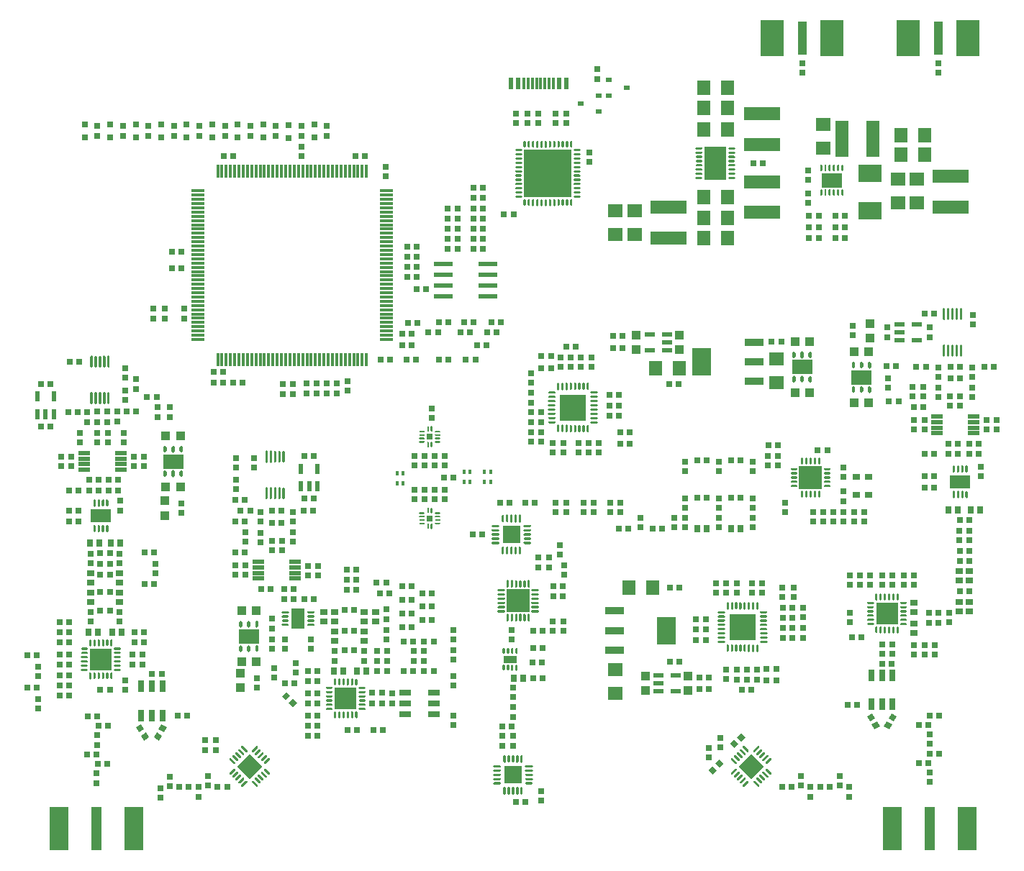
<source format=gtp>
G04 #@! TF.GenerationSoftware,KiCad,Pcbnew,(5.1.7)-1*
G04 #@! TF.CreationDate,2020-10-25T18:45:03+01:00*
G04 #@! TF.ProjectId,VNA,564e412e-6b69-4636-9164-5f7063625858,0.1*
G04 #@! TF.SameCoordinates,Original*
G04 #@! TF.FileFunction,Paste,Top*
G04 #@! TF.FilePolarity,Positive*
%FSLAX46Y46*%
G04 Gerber Fmt 4.6, Leading zero omitted, Abs format (unit mm)*
G04 Created by KiCad (PCBNEW (5.1.7)-1) date 2020-10-25 18:45:03*
%MOMM*%
%LPD*%
G01*
G04 APERTURE LIST*
%ADD10R,0.600000X1.450000*%
%ADD11R,0.300000X1.450000*%
%ADD12R,0.720000X0.670000*%
%ADD13R,0.670000X0.720000*%
%ADD14R,1.000000X1.100000*%
%ADD15R,1.800000X1.600000*%
%ADD16R,1.600000X1.800000*%
%ADD17C,0.152400*%
%ADD18R,1.650000X2.380000*%
%ADD19R,1.470900X0.481500*%
%ADD20R,2.700000X2.700000*%
%ADD21R,3.100000X3.100000*%
%ADD22R,1.180100X0.609200*%
%ADD23R,0.760000X0.760000*%
%ADD24R,2.265100X3.229100*%
%ADD25R,2.265100X0.929100*%
%ADD26R,2.380000X1.650000*%
%ADD27R,1.600000X0.900000*%
%ADD28R,0.700000X0.900000*%
%ADD29R,0.900000X0.700000*%
%ADD30R,0.423900X0.570900*%
%ADD31R,2.400000X1.700000*%
%ADD32R,1.100000X1.000000*%
%ADD33R,4.200000X1.500000*%
%ADD34R,1.600000X0.300000*%
%ADD35R,0.300000X1.600000*%
%ADD36R,2.200000X0.600000*%
%ADD37R,0.609200X1.180100*%
%ADD38R,0.800000X0.800000*%
%ADD39R,2.060000X2.060000*%
%ADD40R,2.500000X2.500000*%
%ADD41R,0.800000X1.400000*%
%ADD42R,1.400000X0.800000*%
%ADD43R,2.667000X4.191000*%
%ADD44R,1.000000X4.000000*%
%ADD45R,2.286000X5.080000*%
%ADD46R,1.143000X5.080000*%
%ADD47R,5.600000X5.600000*%
%ADD48R,2.600000X4.000000*%
%ADD49R,1.500000X4.200000*%
%ADD50R,2.743200X2.159000*%
%ADD51R,0.900000X0.750000*%
%ADD52R,0.788400X0.541500*%
G04 APERTURE END LIST*
D10*
X148260000Y-63595000D03*
X149060000Y-63595000D03*
D11*
X149760000Y-63595000D03*
X150260000Y-63595000D03*
X150760000Y-63595000D03*
X151260000Y-63595000D03*
X153260000Y-63595000D03*
X152760000Y-63595000D03*
X152260000Y-63595000D03*
X151760000Y-63595000D03*
D10*
X153960000Y-63595000D03*
X154760000Y-63595000D03*
D12*
X99501100Y-144843600D03*
X99501100Y-145963600D03*
X98801100Y-125843600D03*
X98801100Y-126963600D03*
X168701100Y-113563600D03*
X168701100Y-112443600D03*
X172701100Y-113563600D03*
X172701100Y-112443600D03*
X176701100Y-113563600D03*
X176701100Y-112443600D03*
X168701100Y-109263600D03*
X168701100Y-108143600D03*
X178501100Y-108563600D03*
X178501100Y-107443600D03*
X183801100Y-114043600D03*
X183801100Y-115163600D03*
X198501100Y-62360000D03*
X198501100Y-61240000D03*
X187401100Y-111643600D03*
X187401100Y-112763600D03*
X187401100Y-108843600D03*
X187401100Y-109963600D03*
X102201100Y-125843600D03*
X102201100Y-126963600D03*
D13*
X179661100Y-106203600D03*
X178541100Y-106203600D03*
D12*
X172701100Y-109263600D03*
X172701100Y-108143600D03*
X176701100Y-109263600D03*
X176701100Y-108143600D03*
X158601100Y-107063600D03*
X158601100Y-105943600D03*
X154401100Y-107063600D03*
X154401100Y-105943600D03*
X157401100Y-107063600D03*
X157401100Y-105943600D03*
X154101100Y-95843600D03*
X154101100Y-96963600D03*
D13*
X151841100Y-95703600D03*
X152961100Y-95703600D03*
X155861100Y-94603600D03*
X154741100Y-94603600D03*
X95141100Y-128203600D03*
X96261100Y-128203600D03*
X160961100Y-102703600D03*
X159841100Y-102703600D03*
X144861100Y-116703600D03*
X143741100Y-116703600D03*
D12*
X172401100Y-122443600D03*
X172401100Y-123563600D03*
D14*
X168101100Y-93253600D03*
X168101100Y-94953600D03*
X163001100Y-93253600D03*
X163001100Y-94953600D03*
D15*
X179501100Y-98803600D03*
X179501100Y-96003600D03*
D16*
X165301100Y-97103600D03*
X168101100Y-97103600D03*
D13*
X160961100Y-100303600D03*
X159841100Y-100303600D03*
X161361100Y-93303600D03*
X160241100Y-93303600D03*
D12*
X153201100Y-107063600D03*
X153201100Y-105943600D03*
D13*
X105061100Y-128203600D03*
X103941100Y-128203600D03*
X159841100Y-101503600D03*
X160961100Y-101503600D03*
D12*
X150601100Y-102343600D03*
X150601100Y-103463600D03*
X138901100Y-102963600D03*
X138901100Y-101843600D03*
X176601100Y-122443600D03*
X176601100Y-123563600D03*
X173601100Y-122443600D03*
X173601100Y-123563600D03*
X177201100Y-133763600D03*
X177201100Y-132643600D03*
D13*
X179461100Y-133903600D03*
X178341100Y-133903600D03*
X175441100Y-135003600D03*
X176561100Y-135003600D03*
X170041100Y-126703600D03*
X171161100Y-126703600D03*
D14*
X164101100Y-135053600D03*
X164101100Y-133353600D03*
D13*
X99941100Y-125703600D03*
X101061100Y-125703600D03*
D14*
X169101100Y-135053600D03*
X169101100Y-133353600D03*
D15*
X160501100Y-135403600D03*
X160501100Y-132603600D03*
D16*
X162101100Y-123003600D03*
X164901100Y-123003600D03*
D13*
X170041100Y-129103600D03*
X171161100Y-129103600D03*
X170441100Y-134903600D03*
X171561100Y-134903600D03*
D12*
X177801100Y-122443600D03*
X177801100Y-123563600D03*
D13*
X171161100Y-127903600D03*
X170041100Y-127903600D03*
D12*
X180201100Y-124063600D03*
X180201100Y-122943600D03*
X151501100Y-119443600D03*
X151501100Y-120563600D03*
D13*
X146941100Y-113003600D03*
X148061100Y-113003600D03*
X97361100Y-113903600D03*
X96241100Y-113903600D03*
D12*
X148301100Y-129063600D03*
X148301100Y-127943600D03*
D13*
X151961100Y-133603600D03*
X150841100Y-133603600D03*
X151961100Y-130103600D03*
X150841100Y-130103600D03*
D12*
X148501100Y-135863600D03*
X148501100Y-134743600D03*
D17*
G36*
X171987442Y-143966723D02*
G01*
X172496559Y-144475840D01*
X172022798Y-144949601D01*
X171513681Y-144440484D01*
X171987442Y-143966723D01*
G37*
G36*
X172779402Y-143174763D02*
G01*
X173288519Y-143683880D01*
X172814758Y-144157641D01*
X172305641Y-143648524D01*
X172779402Y-143174763D01*
G37*
D13*
X148841100Y-148203600D03*
X149961100Y-148203600D03*
D12*
X113501100Y-140943600D03*
X113501100Y-142063600D03*
D13*
X100711100Y-102203600D03*
X99591100Y-102203600D03*
X97261100Y-102303600D03*
X96141100Y-102303600D03*
X97361100Y-115203600D03*
X96241100Y-115203600D03*
X104161100Y-102203600D03*
X103041100Y-102203600D03*
X113741100Y-146403600D03*
X114861100Y-146403600D03*
X98641100Y-110303600D03*
X99761100Y-110303600D03*
X102061100Y-110303600D03*
X100941100Y-110303600D03*
D12*
X102301100Y-112743600D03*
X102301100Y-113863600D03*
D13*
X97361100Y-111503600D03*
X96241100Y-111503600D03*
D12*
X95301100Y-107543600D03*
X95301100Y-108663600D03*
X105101100Y-108663600D03*
X105101100Y-107543600D03*
X99601100Y-104743600D03*
X99601100Y-105863600D03*
D13*
X100711100Y-103503600D03*
X99591100Y-103503600D03*
X97461100Y-96403600D03*
X96341100Y-96403600D03*
X103741100Y-132003600D03*
X104861100Y-132003600D03*
D12*
X100801100Y-105863600D03*
X100801100Y-104743600D03*
D13*
X99941100Y-123503600D03*
X101061100Y-123503600D03*
X99941100Y-121403600D03*
X101061100Y-121403600D03*
X181261100Y-146403600D03*
X180141100Y-146403600D03*
D12*
X191901100Y-129643600D03*
X191901100Y-130763600D03*
X193101100Y-129643600D03*
X193101100Y-130763600D03*
D13*
X191941100Y-131903600D03*
X193061100Y-131903600D03*
D12*
X191901100Y-121543600D03*
X191901100Y-122663600D03*
X193101100Y-122663600D03*
X193101100Y-121543600D03*
D13*
X103741100Y-130803600D03*
X104861100Y-130803600D03*
D12*
X195701100Y-130863600D03*
X195701100Y-129743600D03*
X198101100Y-130863600D03*
X198101100Y-129743600D03*
D13*
X198561100Y-127103600D03*
X197441100Y-127103600D03*
D12*
X196901100Y-130863600D03*
X196901100Y-129743600D03*
X195701100Y-121543600D03*
X195701100Y-122663600D03*
D13*
X198061100Y-111203600D03*
X196941100Y-111203600D03*
X199741100Y-106003600D03*
X200861100Y-106003600D03*
X203261100Y-106003600D03*
X202141100Y-106003600D03*
X198061100Y-107203600D03*
X196941100Y-107203600D03*
D12*
X203501100Y-108743600D03*
X203501100Y-109863600D03*
D13*
X106041100Y-133103600D03*
X107161100Y-133103600D03*
D12*
X196901100Y-103243600D03*
X196901100Y-104363600D03*
X205401100Y-104363600D03*
X205401100Y-103243600D03*
X199901100Y-100443600D03*
X199901100Y-101563600D03*
D13*
X201061100Y-98303600D03*
X199941100Y-98303600D03*
D12*
X201101100Y-101563600D03*
X201101100Y-100443600D03*
D13*
X198561100Y-125903600D03*
X197441100Y-125903600D03*
D12*
X199801100Y-125943600D03*
X199801100Y-127063600D03*
D13*
X201041100Y-123403600D03*
X202161100Y-123403600D03*
X201041100Y-119803600D03*
X202161100Y-119803600D03*
X198061100Y-109803600D03*
X196941100Y-109803600D03*
X95141100Y-132003600D03*
X96261100Y-132003600D03*
X201061100Y-97003600D03*
X199941100Y-97003600D03*
X197061100Y-97003600D03*
X195941100Y-97003600D03*
X205061100Y-97003600D03*
X203941100Y-97003600D03*
X198061100Y-90703600D03*
X196941100Y-90703600D03*
D12*
X182501100Y-61240000D03*
X182501100Y-62360000D03*
X141501100Y-138043600D03*
X141501100Y-139163600D03*
D13*
X131941100Y-136603600D03*
X133061100Y-136603600D03*
X131941100Y-135303600D03*
X133061100Y-135303600D03*
D12*
X134301100Y-136563600D03*
X134301100Y-135443600D03*
D13*
X96261100Y-130803600D03*
X95141100Y-130803600D03*
X124341100Y-136603600D03*
X125461100Y-136603600D03*
X125461100Y-135403600D03*
X124341100Y-135403600D03*
X124341100Y-138003600D03*
X125461100Y-138003600D03*
X133661100Y-130403600D03*
X132541100Y-130403600D03*
D12*
X131001100Y-130443600D03*
X131001100Y-131563600D03*
D13*
X124341100Y-132803600D03*
X125461100Y-132803600D03*
X133661100Y-131603600D03*
X132541100Y-131603600D03*
D12*
X124701100Y-129043600D03*
X124701100Y-130163600D03*
D13*
X118841100Y-123103600D03*
X119961100Y-123103600D03*
X122661100Y-123103600D03*
X121541100Y-123103600D03*
X105061100Y-129403600D03*
X103941100Y-129403600D03*
X123941100Y-124303600D03*
X125061100Y-124303600D03*
D12*
X120101100Y-129043600D03*
X120101100Y-130163600D03*
X115801100Y-120343600D03*
X115801100Y-121463600D03*
X125601100Y-121563600D03*
X125601100Y-120443600D03*
X120101100Y-117443600D03*
X120101100Y-118563600D03*
D13*
X121261100Y-115303600D03*
X120141100Y-115303600D03*
D12*
X121301100Y-118563600D03*
X121301100Y-117443600D03*
X127501100Y-130443600D03*
X127501100Y-131563600D03*
D13*
X128691100Y-130353600D03*
X129811100Y-130353600D03*
X128691100Y-128053600D03*
X129811100Y-128053600D03*
X95141100Y-127003600D03*
X96261100Y-127003600D03*
X128701100Y-125583600D03*
X129821100Y-125583600D03*
D12*
X121701100Y-129043600D03*
X121701100Y-130163600D03*
D13*
X121261100Y-113903600D03*
X120141100Y-113903600D03*
X117561100Y-113903600D03*
X116441100Y-113903600D03*
X124961100Y-113903600D03*
X123841100Y-113903600D03*
D12*
X118001100Y-107743600D03*
X118001100Y-108863600D03*
X189801100Y-115163600D03*
X189801100Y-114043600D03*
X187401100Y-114043600D03*
X187401100Y-115163600D03*
X185001100Y-115163600D03*
X185001100Y-114043600D03*
D18*
X123201100Y-126603600D03*
G36*
G01*
X122162450Y-127353600D02*
X122162450Y-127353600D01*
G75*
G02*
X122027450Y-127488600I-135000J0D01*
G01*
X121380150Y-127488600D01*
G75*
G02*
X121245150Y-127353600I0J135000D01*
G01*
X121245150Y-127353600D01*
G75*
G02*
X121380150Y-127218600I135000J0D01*
G01*
X122027450Y-127218600D01*
G75*
G02*
X122162450Y-127353600I0J-135000D01*
G01*
G37*
G36*
G01*
X122162450Y-126853600D02*
X122162450Y-126853600D01*
G75*
G02*
X122027450Y-126988600I-135000J0D01*
G01*
X121380150Y-126988600D01*
G75*
G02*
X121245150Y-126853600I0J135000D01*
G01*
X121245150Y-126853600D01*
G75*
G02*
X121380150Y-126718600I135000J0D01*
G01*
X122027450Y-126718600D01*
G75*
G02*
X122162450Y-126853600I0J-135000D01*
G01*
G37*
G36*
G01*
X122162450Y-126353600D02*
X122162450Y-126353600D01*
G75*
G02*
X122027450Y-126488600I-135000J0D01*
G01*
X121380150Y-126488600D01*
G75*
G02*
X121245150Y-126353600I0J135000D01*
G01*
X121245150Y-126353600D01*
G75*
G02*
X121380150Y-126218600I135000J0D01*
G01*
X122027450Y-126218600D01*
G75*
G02*
X122162450Y-126353600I0J-135000D01*
G01*
G37*
G36*
G01*
X122162450Y-125853600D02*
X122162450Y-125853600D01*
G75*
G02*
X122027450Y-125988600I-135000J0D01*
G01*
X121380150Y-125988600D01*
G75*
G02*
X121245150Y-125853600I0J135000D01*
G01*
X121245150Y-125853600D01*
G75*
G02*
X121380150Y-125718600I135000J0D01*
G01*
X122027450Y-125718600D01*
G75*
G02*
X122162450Y-125853600I0J-135000D01*
G01*
G37*
G36*
G01*
X125157050Y-125853600D02*
X125157050Y-125853600D01*
G75*
G02*
X125022050Y-125988600I-135000J0D01*
G01*
X124374750Y-125988600D01*
G75*
G02*
X124239750Y-125853600I0J135000D01*
G01*
X124239750Y-125853600D01*
G75*
G02*
X124374750Y-125718600I135000J0D01*
G01*
X125022050Y-125718600D01*
G75*
G02*
X125157050Y-125853600I0J-135000D01*
G01*
G37*
G36*
G01*
X125157050Y-126353600D02*
X125157050Y-126353600D01*
G75*
G02*
X125022050Y-126488600I-135000J0D01*
G01*
X124374750Y-126488600D01*
G75*
G02*
X124239750Y-126353600I0J135000D01*
G01*
X124239750Y-126353600D01*
G75*
G02*
X124374750Y-126218600I135000J0D01*
G01*
X125022050Y-126218600D01*
G75*
G02*
X125157050Y-126353600I0J-135000D01*
G01*
G37*
G36*
G01*
X125157050Y-126853600D02*
X125157050Y-126853600D01*
G75*
G02*
X125022050Y-126988600I-135000J0D01*
G01*
X124374750Y-126988600D01*
G75*
G02*
X124239750Y-126853600I0J135000D01*
G01*
X124239750Y-126853600D01*
G75*
G02*
X124374750Y-126718600I135000J0D01*
G01*
X125022050Y-126718600D01*
G75*
G02*
X125157050Y-126853600I0J-135000D01*
G01*
G37*
G36*
G01*
X125157050Y-127353600D02*
X125157050Y-127353600D01*
G75*
G02*
X125022050Y-127488600I-135000J0D01*
G01*
X124374750Y-127488600D01*
G75*
G02*
X124239750Y-127353600I0J135000D01*
G01*
X124239750Y-127353600D01*
G75*
G02*
X124374750Y-127218600I135000J0D01*
G01*
X125022050Y-127218600D01*
G75*
G02*
X125157050Y-127353600I0J-135000D01*
G01*
G37*
D19*
X118551500Y-121878600D03*
X118551500Y-121228600D03*
X118551500Y-120578600D03*
X118551500Y-119928600D03*
X122850700Y-119928600D03*
X122850700Y-120578600D03*
X122850700Y-121228600D03*
X122850700Y-121878600D03*
G36*
G01*
X119501100Y-108289450D02*
X119501100Y-108289450D01*
G75*
G02*
X119361100Y-108149450I0J140000D01*
G01*
X119361100Y-106958550D01*
G75*
G02*
X119501100Y-106818550I140000J0D01*
G01*
X119501100Y-106818550D01*
G75*
G02*
X119641100Y-106958550I0J-140000D01*
G01*
X119641100Y-108149450D01*
G75*
G02*
X119501100Y-108289450I-140000J0D01*
G01*
G37*
G36*
G01*
X120001100Y-108289450D02*
X120001100Y-108289450D01*
G75*
G02*
X119861100Y-108149450I0J140000D01*
G01*
X119861100Y-106958550D01*
G75*
G02*
X120001100Y-106818550I140000J0D01*
G01*
X120001100Y-106818550D01*
G75*
G02*
X120141100Y-106958550I0J-140000D01*
G01*
X120141100Y-108149450D01*
G75*
G02*
X120001100Y-108289450I-140000J0D01*
G01*
G37*
G36*
G01*
X120501100Y-108289450D02*
X120501100Y-108289450D01*
G75*
G02*
X120361100Y-108149450I0J140000D01*
G01*
X120361100Y-106958550D01*
G75*
G02*
X120501100Y-106818550I140000J0D01*
G01*
X120501100Y-106818550D01*
G75*
G02*
X120641100Y-106958550I0J-140000D01*
G01*
X120641100Y-108149450D01*
G75*
G02*
X120501100Y-108289450I-140000J0D01*
G01*
G37*
G36*
G01*
X121001100Y-108289450D02*
X121001100Y-108289450D01*
G75*
G02*
X120861100Y-108149450I0J140000D01*
G01*
X120861100Y-106958550D01*
G75*
G02*
X121001100Y-106818550I140000J0D01*
G01*
X121001100Y-106818550D01*
G75*
G02*
X121141100Y-106958550I0J-140000D01*
G01*
X121141100Y-108149450D01*
G75*
G02*
X121001100Y-108289450I-140000J0D01*
G01*
G37*
G36*
G01*
X121501100Y-108289450D02*
X121501100Y-108289450D01*
G75*
G02*
X121361100Y-108149450I0J140000D01*
G01*
X121361100Y-106958550D01*
G75*
G02*
X121501100Y-106818550I140000J0D01*
G01*
X121501100Y-106818550D01*
G75*
G02*
X121641100Y-106958550I0J-140000D01*
G01*
X121641100Y-108149450D01*
G75*
G02*
X121501100Y-108289450I-140000J0D01*
G01*
G37*
G36*
G01*
X121501100Y-112588650D02*
X121501100Y-112588650D01*
G75*
G02*
X121361100Y-112448650I0J140000D01*
G01*
X121361100Y-111257750D01*
G75*
G02*
X121501100Y-111117750I140000J0D01*
G01*
X121501100Y-111117750D01*
G75*
G02*
X121641100Y-111257750I0J-140000D01*
G01*
X121641100Y-112448650D01*
G75*
G02*
X121501100Y-112588650I-140000J0D01*
G01*
G37*
G36*
G01*
X121001100Y-112588650D02*
X121001100Y-112588650D01*
G75*
G02*
X120861100Y-112448650I0J140000D01*
G01*
X120861100Y-111257750D01*
G75*
G02*
X121001100Y-111117750I140000J0D01*
G01*
X121001100Y-111117750D01*
G75*
G02*
X121141100Y-111257750I0J-140000D01*
G01*
X121141100Y-112448650D01*
G75*
G02*
X121001100Y-112588650I-140000J0D01*
G01*
G37*
G36*
G01*
X120501100Y-112588650D02*
X120501100Y-112588650D01*
G75*
G02*
X120361100Y-112448650I0J140000D01*
G01*
X120361100Y-111257750D01*
G75*
G02*
X120501100Y-111117750I140000J0D01*
G01*
X120501100Y-111117750D01*
G75*
G02*
X120641100Y-111257750I0J-140000D01*
G01*
X120641100Y-112448650D01*
G75*
G02*
X120501100Y-112588650I-140000J0D01*
G01*
G37*
G36*
G01*
X120001100Y-112588650D02*
X120001100Y-112588650D01*
G75*
G02*
X119861100Y-112448650I0J140000D01*
G01*
X119861100Y-111257750D01*
G75*
G02*
X120001100Y-111117750I140000J0D01*
G01*
X120001100Y-111117750D01*
G75*
G02*
X120141100Y-111257750I0J-140000D01*
G01*
X120141100Y-112448650D01*
G75*
G02*
X120001100Y-112588650I-140000J0D01*
G01*
G37*
G36*
G01*
X119501100Y-112588650D02*
X119501100Y-112588650D01*
G75*
G02*
X119361100Y-112448650I0J140000D01*
G01*
X119361100Y-111257750D01*
G75*
G02*
X119501100Y-111117750I140000J0D01*
G01*
X119501100Y-111117750D01*
G75*
G02*
X119641100Y-111257750I0J-140000D01*
G01*
X119641100Y-112448650D01*
G75*
G02*
X119501100Y-112588650I-140000J0D01*
G01*
G37*
D20*
X183501100Y-110003600D03*
G36*
G01*
X184501100Y-111530200D02*
X184501100Y-111530200D01*
G75*
G02*
X184636100Y-111665200I0J-135000D01*
G01*
X184636100Y-112233200D01*
G75*
G02*
X184501100Y-112368200I-135000J0D01*
G01*
X184501100Y-112368200D01*
G75*
G02*
X184366100Y-112233200I0J135000D01*
G01*
X184366100Y-111665200D01*
G75*
G02*
X184501100Y-111530200I135000J0D01*
G01*
G37*
G36*
G01*
X184001100Y-111530200D02*
X184001100Y-111530200D01*
G75*
G02*
X184136100Y-111665200I0J-135000D01*
G01*
X184136100Y-112233200D01*
G75*
G02*
X184001100Y-112368200I-135000J0D01*
G01*
X184001100Y-112368200D01*
G75*
G02*
X183866100Y-112233200I0J135000D01*
G01*
X183866100Y-111665200D01*
G75*
G02*
X184001100Y-111530200I135000J0D01*
G01*
G37*
G36*
G01*
X183501100Y-111530200D02*
X183501100Y-111530200D01*
G75*
G02*
X183636100Y-111665200I0J-135000D01*
G01*
X183636100Y-112233200D01*
G75*
G02*
X183501100Y-112368200I-135000J0D01*
G01*
X183501100Y-112368200D01*
G75*
G02*
X183366100Y-112233200I0J135000D01*
G01*
X183366100Y-111665200D01*
G75*
G02*
X183501100Y-111530200I135000J0D01*
G01*
G37*
G36*
G01*
X183001100Y-111530200D02*
X183001100Y-111530200D01*
G75*
G02*
X183136100Y-111665200I0J-135000D01*
G01*
X183136100Y-112233200D01*
G75*
G02*
X183001100Y-112368200I-135000J0D01*
G01*
X183001100Y-112368200D01*
G75*
G02*
X182866100Y-112233200I0J135000D01*
G01*
X182866100Y-111665200D01*
G75*
G02*
X183001100Y-111530200I135000J0D01*
G01*
G37*
G36*
G01*
X182501100Y-111530200D02*
X182501100Y-111530200D01*
G75*
G02*
X182636100Y-111665200I0J-135000D01*
G01*
X182636100Y-112233200D01*
G75*
G02*
X182501100Y-112368200I-135000J0D01*
G01*
X182501100Y-112368200D01*
G75*
G02*
X182366100Y-112233200I0J135000D01*
G01*
X182366100Y-111665200D01*
G75*
G02*
X182501100Y-111530200I135000J0D01*
G01*
G37*
G36*
G01*
X181974500Y-111003600D02*
X181974500Y-111003600D01*
G75*
G02*
X181839500Y-111138600I-135000J0D01*
G01*
X181271500Y-111138600D01*
G75*
G02*
X181136500Y-111003600I0J135000D01*
G01*
X181136500Y-111003600D01*
G75*
G02*
X181271500Y-110868600I135000J0D01*
G01*
X181839500Y-110868600D01*
G75*
G02*
X181974500Y-111003600I0J-135000D01*
G01*
G37*
G36*
G01*
X181974500Y-110503600D02*
X181974500Y-110503600D01*
G75*
G02*
X181839500Y-110638600I-135000J0D01*
G01*
X181271500Y-110638600D01*
G75*
G02*
X181136500Y-110503600I0J135000D01*
G01*
X181136500Y-110503600D01*
G75*
G02*
X181271500Y-110368600I135000J0D01*
G01*
X181839500Y-110368600D01*
G75*
G02*
X181974500Y-110503600I0J-135000D01*
G01*
G37*
G36*
G01*
X181974500Y-110003600D02*
X181974500Y-110003600D01*
G75*
G02*
X181839500Y-110138600I-135000J0D01*
G01*
X181271500Y-110138600D01*
G75*
G02*
X181136500Y-110003600I0J135000D01*
G01*
X181136500Y-110003600D01*
G75*
G02*
X181271500Y-109868600I135000J0D01*
G01*
X181839500Y-109868600D01*
G75*
G02*
X181974500Y-110003600I0J-135000D01*
G01*
G37*
G36*
G01*
X181974500Y-109503600D02*
X181974500Y-109503600D01*
G75*
G02*
X181839500Y-109638600I-135000J0D01*
G01*
X181271500Y-109638600D01*
G75*
G02*
X181136500Y-109503600I0J135000D01*
G01*
X181136500Y-109503600D01*
G75*
G02*
X181271500Y-109368600I135000J0D01*
G01*
X181839500Y-109368600D01*
G75*
G02*
X181974500Y-109503600I0J-135000D01*
G01*
G37*
G36*
G01*
X181974500Y-109003600D02*
X181974500Y-109003600D01*
G75*
G02*
X181839500Y-109138600I-135000J0D01*
G01*
X181271500Y-109138600D01*
G75*
G02*
X181136500Y-109003600I0J135000D01*
G01*
X181136500Y-109003600D01*
G75*
G02*
X181271500Y-108868600I135000J0D01*
G01*
X181839500Y-108868600D01*
G75*
G02*
X181974500Y-109003600I0J-135000D01*
G01*
G37*
G36*
G01*
X182501100Y-107639000D02*
X182501100Y-107639000D01*
G75*
G02*
X182636100Y-107774000I0J-135000D01*
G01*
X182636100Y-108342000D01*
G75*
G02*
X182501100Y-108477000I-135000J0D01*
G01*
X182501100Y-108477000D01*
G75*
G02*
X182366100Y-108342000I0J135000D01*
G01*
X182366100Y-107774000D01*
G75*
G02*
X182501100Y-107639000I135000J0D01*
G01*
G37*
G36*
G01*
X183001100Y-107639000D02*
X183001100Y-107639000D01*
G75*
G02*
X183136100Y-107774000I0J-135000D01*
G01*
X183136100Y-108342000D01*
G75*
G02*
X183001100Y-108477000I-135000J0D01*
G01*
X183001100Y-108477000D01*
G75*
G02*
X182866100Y-108342000I0J135000D01*
G01*
X182866100Y-107774000D01*
G75*
G02*
X183001100Y-107639000I135000J0D01*
G01*
G37*
G36*
G01*
X183501100Y-107639000D02*
X183501100Y-107639000D01*
G75*
G02*
X183636100Y-107774000I0J-135000D01*
G01*
X183636100Y-108342000D01*
G75*
G02*
X183501100Y-108477000I-135000J0D01*
G01*
X183501100Y-108477000D01*
G75*
G02*
X183366100Y-108342000I0J135000D01*
G01*
X183366100Y-107774000D01*
G75*
G02*
X183501100Y-107639000I135000J0D01*
G01*
G37*
G36*
G01*
X184001100Y-107639000D02*
X184001100Y-107639000D01*
G75*
G02*
X184136100Y-107774000I0J-135000D01*
G01*
X184136100Y-108342000D01*
G75*
G02*
X184001100Y-108477000I-135000J0D01*
G01*
X184001100Y-108477000D01*
G75*
G02*
X183866100Y-108342000I0J135000D01*
G01*
X183866100Y-107774000D01*
G75*
G02*
X184001100Y-107639000I135000J0D01*
G01*
G37*
G36*
G01*
X184501100Y-107639000D02*
X184501100Y-107639000D01*
G75*
G02*
X184636100Y-107774000I0J-135000D01*
G01*
X184636100Y-108342000D01*
G75*
G02*
X184501100Y-108477000I-135000J0D01*
G01*
X184501100Y-108477000D01*
G75*
G02*
X184366100Y-108342000I0J135000D01*
G01*
X184366100Y-107774000D01*
G75*
G02*
X184501100Y-107639000I135000J0D01*
G01*
G37*
G36*
G01*
X185865700Y-109003600D02*
X185865700Y-109003600D01*
G75*
G02*
X185730700Y-109138600I-135000J0D01*
G01*
X185162700Y-109138600D01*
G75*
G02*
X185027700Y-109003600I0J135000D01*
G01*
X185027700Y-109003600D01*
G75*
G02*
X185162700Y-108868600I135000J0D01*
G01*
X185730700Y-108868600D01*
G75*
G02*
X185865700Y-109003600I0J-135000D01*
G01*
G37*
G36*
G01*
X185865700Y-109503600D02*
X185865700Y-109503600D01*
G75*
G02*
X185730700Y-109638600I-135000J0D01*
G01*
X185162700Y-109638600D01*
G75*
G02*
X185027700Y-109503600I0J135000D01*
G01*
X185027700Y-109503600D01*
G75*
G02*
X185162700Y-109368600I135000J0D01*
G01*
X185730700Y-109368600D01*
G75*
G02*
X185865700Y-109503600I0J-135000D01*
G01*
G37*
G36*
G01*
X185865700Y-110003600D02*
X185865700Y-110003600D01*
G75*
G02*
X185730700Y-110138600I-135000J0D01*
G01*
X185162700Y-110138600D01*
G75*
G02*
X185027700Y-110003600I0J135000D01*
G01*
X185027700Y-110003600D01*
G75*
G02*
X185162700Y-109868600I135000J0D01*
G01*
X185730700Y-109868600D01*
G75*
G02*
X185865700Y-110003600I0J-135000D01*
G01*
G37*
G36*
G01*
X185865700Y-110503600D02*
X185865700Y-110503600D01*
G75*
G02*
X185730700Y-110638600I-135000J0D01*
G01*
X185162700Y-110638600D01*
G75*
G02*
X185027700Y-110503600I0J135000D01*
G01*
X185027700Y-110503600D01*
G75*
G02*
X185162700Y-110368600I135000J0D01*
G01*
X185730700Y-110368600D01*
G75*
G02*
X185865700Y-110503600I0J-135000D01*
G01*
G37*
G36*
G01*
X185865700Y-111003600D02*
X185865700Y-111003600D01*
G75*
G02*
X185730700Y-111138600I-135000J0D01*
G01*
X185162700Y-111138600D01*
G75*
G02*
X185027700Y-111003600I0J135000D01*
G01*
X185027700Y-111003600D01*
G75*
G02*
X185162700Y-110868600I135000J0D01*
G01*
X185730700Y-110868600D01*
G75*
G02*
X185865700Y-111003600I0J-135000D01*
G01*
G37*
D21*
X155551100Y-101753600D03*
G36*
G01*
X157569750Y-100003600D02*
X157569750Y-100003600D01*
G75*
G02*
X157704750Y-99868600I135000J0D01*
G01*
X158372050Y-99868600D01*
G75*
G02*
X158507050Y-100003600I0J-135000D01*
G01*
X158507050Y-100003600D01*
G75*
G02*
X158372050Y-100138600I-135000J0D01*
G01*
X157704750Y-100138600D01*
G75*
G02*
X157569750Y-100003600I0J135000D01*
G01*
G37*
G36*
G01*
X157569750Y-100503600D02*
X157569750Y-100503600D01*
G75*
G02*
X157704750Y-100368600I135000J0D01*
G01*
X158372050Y-100368600D01*
G75*
G02*
X158507050Y-100503600I0J-135000D01*
G01*
X158507050Y-100503600D01*
G75*
G02*
X158372050Y-100638600I-135000J0D01*
G01*
X157704750Y-100638600D01*
G75*
G02*
X157569750Y-100503600I0J135000D01*
G01*
G37*
G36*
G01*
X157569750Y-101003600D02*
X157569750Y-101003600D01*
G75*
G02*
X157704750Y-100868600I135000J0D01*
G01*
X158372050Y-100868600D01*
G75*
G02*
X158507050Y-101003600I0J-135000D01*
G01*
X158507050Y-101003600D01*
G75*
G02*
X158372050Y-101138600I-135000J0D01*
G01*
X157704750Y-101138600D01*
G75*
G02*
X157569750Y-101003600I0J135000D01*
G01*
G37*
G36*
G01*
X157569750Y-101503600D02*
X157569750Y-101503600D01*
G75*
G02*
X157704750Y-101368600I135000J0D01*
G01*
X158372050Y-101368600D01*
G75*
G02*
X158507050Y-101503600I0J-135000D01*
G01*
X158507050Y-101503600D01*
G75*
G02*
X158372050Y-101638600I-135000J0D01*
G01*
X157704750Y-101638600D01*
G75*
G02*
X157569750Y-101503600I0J135000D01*
G01*
G37*
G36*
G01*
X157569750Y-102003600D02*
X157569750Y-102003600D01*
G75*
G02*
X157704750Y-101868600I135000J0D01*
G01*
X158372050Y-101868600D01*
G75*
G02*
X158507050Y-102003600I0J-135000D01*
G01*
X158507050Y-102003600D01*
G75*
G02*
X158372050Y-102138600I-135000J0D01*
G01*
X157704750Y-102138600D01*
G75*
G02*
X157569750Y-102003600I0J135000D01*
G01*
G37*
G36*
G01*
X157569750Y-102503600D02*
X157569750Y-102503600D01*
G75*
G02*
X157704750Y-102368600I135000J0D01*
G01*
X158372050Y-102368600D01*
G75*
G02*
X158507050Y-102503600I0J-135000D01*
G01*
X158507050Y-102503600D01*
G75*
G02*
X158372050Y-102638600I-135000J0D01*
G01*
X157704750Y-102638600D01*
G75*
G02*
X157569750Y-102503600I0J135000D01*
G01*
G37*
G36*
G01*
X157569750Y-103003600D02*
X157569750Y-103003600D01*
G75*
G02*
X157704750Y-102868600I135000J0D01*
G01*
X158372050Y-102868600D01*
G75*
G02*
X158507050Y-103003600I0J-135000D01*
G01*
X158507050Y-103003600D01*
G75*
G02*
X158372050Y-103138600I-135000J0D01*
G01*
X157704750Y-103138600D01*
G75*
G02*
X157569750Y-103003600I0J135000D01*
G01*
G37*
G36*
G01*
X157569750Y-103503600D02*
X157569750Y-103503600D01*
G75*
G02*
X157704750Y-103368600I135000J0D01*
G01*
X158372050Y-103368600D01*
G75*
G02*
X158507050Y-103503600I0J-135000D01*
G01*
X158507050Y-103503600D01*
G75*
G02*
X158372050Y-103638600I-135000J0D01*
G01*
X157704750Y-103638600D01*
G75*
G02*
X157569750Y-103503600I0J135000D01*
G01*
G37*
G36*
G01*
X157301100Y-103772250D02*
X157301100Y-103772250D01*
G75*
G02*
X157436100Y-103907250I0J-135000D01*
G01*
X157436100Y-104574550D01*
G75*
G02*
X157301100Y-104709550I-135000J0D01*
G01*
X157301100Y-104709550D01*
G75*
G02*
X157166100Y-104574550I0J135000D01*
G01*
X157166100Y-103907250D01*
G75*
G02*
X157301100Y-103772250I135000J0D01*
G01*
G37*
G36*
G01*
X156801100Y-103772250D02*
X156801100Y-103772250D01*
G75*
G02*
X156936100Y-103907250I0J-135000D01*
G01*
X156936100Y-104574550D01*
G75*
G02*
X156801100Y-104709550I-135000J0D01*
G01*
X156801100Y-104709550D01*
G75*
G02*
X156666100Y-104574550I0J135000D01*
G01*
X156666100Y-103907250D01*
G75*
G02*
X156801100Y-103772250I135000J0D01*
G01*
G37*
G36*
G01*
X156301100Y-103772250D02*
X156301100Y-103772250D01*
G75*
G02*
X156436100Y-103907250I0J-135000D01*
G01*
X156436100Y-104574550D01*
G75*
G02*
X156301100Y-104709550I-135000J0D01*
G01*
X156301100Y-104709550D01*
G75*
G02*
X156166100Y-104574550I0J135000D01*
G01*
X156166100Y-103907250D01*
G75*
G02*
X156301100Y-103772250I135000J0D01*
G01*
G37*
G36*
G01*
X155801100Y-103772250D02*
X155801100Y-103772250D01*
G75*
G02*
X155936100Y-103907250I0J-135000D01*
G01*
X155936100Y-104574550D01*
G75*
G02*
X155801100Y-104709550I-135000J0D01*
G01*
X155801100Y-104709550D01*
G75*
G02*
X155666100Y-104574550I0J135000D01*
G01*
X155666100Y-103907250D01*
G75*
G02*
X155801100Y-103772250I135000J0D01*
G01*
G37*
G36*
G01*
X155301100Y-103772250D02*
X155301100Y-103772250D01*
G75*
G02*
X155436100Y-103907250I0J-135000D01*
G01*
X155436100Y-104574550D01*
G75*
G02*
X155301100Y-104709550I-135000J0D01*
G01*
X155301100Y-104709550D01*
G75*
G02*
X155166100Y-104574550I0J135000D01*
G01*
X155166100Y-103907250D01*
G75*
G02*
X155301100Y-103772250I135000J0D01*
G01*
G37*
G36*
G01*
X154801100Y-103772250D02*
X154801100Y-103772250D01*
G75*
G02*
X154936100Y-103907250I0J-135000D01*
G01*
X154936100Y-104574550D01*
G75*
G02*
X154801100Y-104709550I-135000J0D01*
G01*
X154801100Y-104709550D01*
G75*
G02*
X154666100Y-104574550I0J135000D01*
G01*
X154666100Y-103907250D01*
G75*
G02*
X154801100Y-103772250I135000J0D01*
G01*
G37*
G36*
G01*
X154301100Y-103772250D02*
X154301100Y-103772250D01*
G75*
G02*
X154436100Y-103907250I0J-135000D01*
G01*
X154436100Y-104574550D01*
G75*
G02*
X154301100Y-104709550I-135000J0D01*
G01*
X154301100Y-104709550D01*
G75*
G02*
X154166100Y-104574550I0J135000D01*
G01*
X154166100Y-103907250D01*
G75*
G02*
X154301100Y-103772250I135000J0D01*
G01*
G37*
G36*
G01*
X153801100Y-103772250D02*
X153801100Y-103772250D01*
G75*
G02*
X153936100Y-103907250I0J-135000D01*
G01*
X153936100Y-104574550D01*
G75*
G02*
X153801100Y-104709550I-135000J0D01*
G01*
X153801100Y-104709550D01*
G75*
G02*
X153666100Y-104574550I0J135000D01*
G01*
X153666100Y-103907250D01*
G75*
G02*
X153801100Y-103772250I135000J0D01*
G01*
G37*
G36*
G01*
X152595150Y-103503600D02*
X152595150Y-103503600D01*
G75*
G02*
X152730150Y-103368600I135000J0D01*
G01*
X153397450Y-103368600D01*
G75*
G02*
X153532450Y-103503600I0J-135000D01*
G01*
X153532450Y-103503600D01*
G75*
G02*
X153397450Y-103638600I-135000J0D01*
G01*
X152730150Y-103638600D01*
G75*
G02*
X152595150Y-103503600I0J135000D01*
G01*
G37*
G36*
G01*
X152595150Y-103003600D02*
X152595150Y-103003600D01*
G75*
G02*
X152730150Y-102868600I135000J0D01*
G01*
X153397450Y-102868600D01*
G75*
G02*
X153532450Y-103003600I0J-135000D01*
G01*
X153532450Y-103003600D01*
G75*
G02*
X153397450Y-103138600I-135000J0D01*
G01*
X152730150Y-103138600D01*
G75*
G02*
X152595150Y-103003600I0J135000D01*
G01*
G37*
G36*
G01*
X152595150Y-102503600D02*
X152595150Y-102503600D01*
G75*
G02*
X152730150Y-102368600I135000J0D01*
G01*
X153397450Y-102368600D01*
G75*
G02*
X153532450Y-102503600I0J-135000D01*
G01*
X153532450Y-102503600D01*
G75*
G02*
X153397450Y-102638600I-135000J0D01*
G01*
X152730150Y-102638600D01*
G75*
G02*
X152595150Y-102503600I0J135000D01*
G01*
G37*
G36*
G01*
X152595150Y-102003600D02*
X152595150Y-102003600D01*
G75*
G02*
X152730150Y-101868600I135000J0D01*
G01*
X153397450Y-101868600D01*
G75*
G02*
X153532450Y-102003600I0J-135000D01*
G01*
X153532450Y-102003600D01*
G75*
G02*
X153397450Y-102138600I-135000J0D01*
G01*
X152730150Y-102138600D01*
G75*
G02*
X152595150Y-102003600I0J135000D01*
G01*
G37*
G36*
G01*
X152595150Y-101503600D02*
X152595150Y-101503600D01*
G75*
G02*
X152730150Y-101368600I135000J0D01*
G01*
X153397450Y-101368600D01*
G75*
G02*
X153532450Y-101503600I0J-135000D01*
G01*
X153532450Y-101503600D01*
G75*
G02*
X153397450Y-101638600I-135000J0D01*
G01*
X152730150Y-101638600D01*
G75*
G02*
X152595150Y-101503600I0J135000D01*
G01*
G37*
G36*
G01*
X152595150Y-101003600D02*
X152595150Y-101003600D01*
G75*
G02*
X152730150Y-100868600I135000J0D01*
G01*
X153397450Y-100868600D01*
G75*
G02*
X153532450Y-101003600I0J-135000D01*
G01*
X153532450Y-101003600D01*
G75*
G02*
X153397450Y-101138600I-135000J0D01*
G01*
X152730150Y-101138600D01*
G75*
G02*
X152595150Y-101003600I0J135000D01*
G01*
G37*
G36*
G01*
X152595150Y-100503600D02*
X152595150Y-100503600D01*
G75*
G02*
X152730150Y-100368600I135000J0D01*
G01*
X153397450Y-100368600D01*
G75*
G02*
X153532450Y-100503600I0J-135000D01*
G01*
X153532450Y-100503600D01*
G75*
G02*
X153397450Y-100638600I-135000J0D01*
G01*
X152730150Y-100638600D01*
G75*
G02*
X152595150Y-100503600I0J135000D01*
G01*
G37*
G36*
G01*
X152595150Y-100003600D02*
X152595150Y-100003600D01*
G75*
G02*
X152730150Y-99868600I135000J0D01*
G01*
X153397450Y-99868600D01*
G75*
G02*
X153532450Y-100003600I0J-135000D01*
G01*
X153532450Y-100003600D01*
G75*
G02*
X153397450Y-100138600I-135000J0D01*
G01*
X152730150Y-100138600D01*
G75*
G02*
X152595150Y-100003600I0J135000D01*
G01*
G37*
G36*
G01*
X153801100Y-98797650D02*
X153801100Y-98797650D01*
G75*
G02*
X153936100Y-98932650I0J-135000D01*
G01*
X153936100Y-99599950D01*
G75*
G02*
X153801100Y-99734950I-135000J0D01*
G01*
X153801100Y-99734950D01*
G75*
G02*
X153666100Y-99599950I0J135000D01*
G01*
X153666100Y-98932650D01*
G75*
G02*
X153801100Y-98797650I135000J0D01*
G01*
G37*
G36*
G01*
X154301100Y-98797650D02*
X154301100Y-98797650D01*
G75*
G02*
X154436100Y-98932650I0J-135000D01*
G01*
X154436100Y-99599950D01*
G75*
G02*
X154301100Y-99734950I-135000J0D01*
G01*
X154301100Y-99734950D01*
G75*
G02*
X154166100Y-99599950I0J135000D01*
G01*
X154166100Y-98932650D01*
G75*
G02*
X154301100Y-98797650I135000J0D01*
G01*
G37*
G36*
G01*
X154801100Y-98797650D02*
X154801100Y-98797650D01*
G75*
G02*
X154936100Y-98932650I0J-135000D01*
G01*
X154936100Y-99599950D01*
G75*
G02*
X154801100Y-99734950I-135000J0D01*
G01*
X154801100Y-99734950D01*
G75*
G02*
X154666100Y-99599950I0J135000D01*
G01*
X154666100Y-98932650D01*
G75*
G02*
X154801100Y-98797650I135000J0D01*
G01*
G37*
G36*
G01*
X155301100Y-98797650D02*
X155301100Y-98797650D01*
G75*
G02*
X155436100Y-98932650I0J-135000D01*
G01*
X155436100Y-99599950D01*
G75*
G02*
X155301100Y-99734950I-135000J0D01*
G01*
X155301100Y-99734950D01*
G75*
G02*
X155166100Y-99599950I0J135000D01*
G01*
X155166100Y-98932650D01*
G75*
G02*
X155301100Y-98797650I135000J0D01*
G01*
G37*
G36*
G01*
X155801100Y-98797650D02*
X155801100Y-98797650D01*
G75*
G02*
X155936100Y-98932650I0J-135000D01*
G01*
X155936100Y-99599950D01*
G75*
G02*
X155801100Y-99734950I-135000J0D01*
G01*
X155801100Y-99734950D01*
G75*
G02*
X155666100Y-99599950I0J135000D01*
G01*
X155666100Y-98932650D01*
G75*
G02*
X155801100Y-98797650I135000J0D01*
G01*
G37*
G36*
G01*
X156301100Y-98797650D02*
X156301100Y-98797650D01*
G75*
G02*
X156436100Y-98932650I0J-135000D01*
G01*
X156436100Y-99599950D01*
G75*
G02*
X156301100Y-99734950I-135000J0D01*
G01*
X156301100Y-99734950D01*
G75*
G02*
X156166100Y-99599950I0J135000D01*
G01*
X156166100Y-98932650D01*
G75*
G02*
X156301100Y-98797650I135000J0D01*
G01*
G37*
G36*
G01*
X156801100Y-98797650D02*
X156801100Y-98797650D01*
G75*
G02*
X156936100Y-98932650I0J-135000D01*
G01*
X156936100Y-99599950D01*
G75*
G02*
X156801100Y-99734950I-135000J0D01*
G01*
X156801100Y-99734950D01*
G75*
G02*
X156666100Y-99599950I0J135000D01*
G01*
X156666100Y-98932650D01*
G75*
G02*
X156801100Y-98797650I135000J0D01*
G01*
G37*
G36*
G01*
X157301100Y-98797650D02*
X157301100Y-98797650D01*
G75*
G02*
X157436100Y-98932650I0J-135000D01*
G01*
X157436100Y-99599950D01*
G75*
G02*
X157301100Y-99734950I-135000J0D01*
G01*
X157301100Y-99734950D01*
G75*
G02*
X157166100Y-99599950I0J135000D01*
G01*
X157166100Y-98932650D01*
G75*
G02*
X157301100Y-98797650I135000J0D01*
G01*
G37*
D22*
X164576600Y-95053600D03*
X164576600Y-93153600D03*
X166625600Y-93153600D03*
X166625600Y-94103600D03*
X166625600Y-95053600D03*
D23*
X138701100Y-105203600D03*
G36*
G01*
X138124500Y-105803600D02*
X138124500Y-105803600D01*
G75*
G02*
X138024500Y-105903600I-100000J0D01*
G01*
X137536500Y-105903600D01*
G75*
G02*
X137436500Y-105803600I0J100000D01*
G01*
X137436500Y-105803600D01*
G75*
G02*
X137536500Y-105703600I100000J0D01*
G01*
X138024500Y-105703600D01*
G75*
G02*
X138124500Y-105803600I0J-100000D01*
G01*
G37*
G36*
G01*
X138124500Y-105403600D02*
X138124500Y-105403600D01*
G75*
G02*
X138024500Y-105503600I-100000J0D01*
G01*
X137536500Y-105503600D01*
G75*
G02*
X137436500Y-105403600I0J100000D01*
G01*
X137436500Y-105403600D01*
G75*
G02*
X137536500Y-105303600I100000J0D01*
G01*
X138024500Y-105303600D01*
G75*
G02*
X138124500Y-105403600I0J-100000D01*
G01*
G37*
G36*
G01*
X138124500Y-105003600D02*
X138124500Y-105003600D01*
G75*
G02*
X138024500Y-105103600I-100000J0D01*
G01*
X137536500Y-105103600D01*
G75*
G02*
X137436500Y-105003600I0J100000D01*
G01*
X137436500Y-105003600D01*
G75*
G02*
X137536500Y-104903600I100000J0D01*
G01*
X138024500Y-104903600D01*
G75*
G02*
X138124500Y-105003600I0J-100000D01*
G01*
G37*
G36*
G01*
X138124500Y-104603600D02*
X138124500Y-104603600D01*
G75*
G02*
X138024500Y-104703600I-100000J0D01*
G01*
X137536500Y-104703600D01*
G75*
G02*
X137436500Y-104603600I0J100000D01*
G01*
X137436500Y-104603600D01*
G75*
G02*
X137536500Y-104503600I100000J0D01*
G01*
X138024500Y-104503600D01*
G75*
G02*
X138124500Y-104603600I0J-100000D01*
G01*
G37*
G36*
G01*
X138501100Y-104627000D02*
X138501100Y-104627000D01*
G75*
G02*
X138401100Y-104527000I0J100000D01*
G01*
X138401100Y-104039000D01*
G75*
G02*
X138501100Y-103939000I100000J0D01*
G01*
X138501100Y-103939000D01*
G75*
G02*
X138601100Y-104039000I0J-100000D01*
G01*
X138601100Y-104527000D01*
G75*
G02*
X138501100Y-104627000I-100000J0D01*
G01*
G37*
G36*
G01*
X138901100Y-104627000D02*
X138901100Y-104627000D01*
G75*
G02*
X138801100Y-104527000I0J100000D01*
G01*
X138801100Y-104039000D01*
G75*
G02*
X138901100Y-103939000I100000J0D01*
G01*
X138901100Y-103939000D01*
G75*
G02*
X139001100Y-104039000I0J-100000D01*
G01*
X139001100Y-104527000D01*
G75*
G02*
X138901100Y-104627000I-100000J0D01*
G01*
G37*
G36*
G01*
X139965700Y-104603600D02*
X139965700Y-104603600D01*
G75*
G02*
X139865700Y-104703600I-100000J0D01*
G01*
X139377700Y-104703600D01*
G75*
G02*
X139277700Y-104603600I0J100000D01*
G01*
X139277700Y-104603600D01*
G75*
G02*
X139377700Y-104503600I100000J0D01*
G01*
X139865700Y-104503600D01*
G75*
G02*
X139965700Y-104603600I0J-100000D01*
G01*
G37*
G36*
G01*
X139965700Y-105003600D02*
X139965700Y-105003600D01*
G75*
G02*
X139865700Y-105103600I-100000J0D01*
G01*
X139377700Y-105103600D01*
G75*
G02*
X139277700Y-105003600I0J100000D01*
G01*
X139277700Y-105003600D01*
G75*
G02*
X139377700Y-104903600I100000J0D01*
G01*
X139865700Y-104903600D01*
G75*
G02*
X139965700Y-105003600I0J-100000D01*
G01*
G37*
G36*
G01*
X139965700Y-105403600D02*
X139965700Y-105403600D01*
G75*
G02*
X139865700Y-105503600I-100000J0D01*
G01*
X139377700Y-105503600D01*
G75*
G02*
X139277700Y-105403600I0J100000D01*
G01*
X139277700Y-105403600D01*
G75*
G02*
X139377700Y-105303600I100000J0D01*
G01*
X139865700Y-105303600D01*
G75*
G02*
X139965700Y-105403600I0J-100000D01*
G01*
G37*
G36*
G01*
X139965700Y-105803600D02*
X139965700Y-105803600D01*
G75*
G02*
X139865700Y-105903600I-100000J0D01*
G01*
X139377700Y-105903600D01*
G75*
G02*
X139277700Y-105803600I0J100000D01*
G01*
X139277700Y-105803600D01*
G75*
G02*
X139377700Y-105703600I100000J0D01*
G01*
X139865700Y-105703600D01*
G75*
G02*
X139965700Y-105803600I0J-100000D01*
G01*
G37*
G36*
G01*
X138901100Y-106468200D02*
X138901100Y-106468200D01*
G75*
G02*
X138801100Y-106368200I0J100000D01*
G01*
X138801100Y-105880200D01*
G75*
G02*
X138901100Y-105780200I100000J0D01*
G01*
X138901100Y-105780200D01*
G75*
G02*
X139001100Y-105880200I0J-100000D01*
G01*
X139001100Y-106368200D01*
G75*
G02*
X138901100Y-106468200I-100000J0D01*
G01*
G37*
G36*
G01*
X138501100Y-106468200D02*
X138501100Y-106468200D01*
G75*
G02*
X138401100Y-106368200I0J100000D01*
G01*
X138401100Y-105880200D01*
G75*
G02*
X138501100Y-105780200I100000J0D01*
G01*
X138501100Y-105780200D01*
G75*
G02*
X138601100Y-105880200I0J-100000D01*
G01*
X138601100Y-106368200D01*
G75*
G02*
X138501100Y-106468200I-100000J0D01*
G01*
G37*
D24*
X170728500Y-96403600D03*
D25*
X176873700Y-94103600D03*
X176873700Y-96403600D03*
X176873700Y-98703600D03*
D23*
X138701100Y-114803600D03*
G36*
G01*
X139277700Y-114203600D02*
X139277700Y-114203600D01*
G75*
G02*
X139377700Y-114103600I100000J0D01*
G01*
X139865700Y-114103600D01*
G75*
G02*
X139965700Y-114203600I0J-100000D01*
G01*
X139965700Y-114203600D01*
G75*
G02*
X139865700Y-114303600I-100000J0D01*
G01*
X139377700Y-114303600D01*
G75*
G02*
X139277700Y-114203600I0J100000D01*
G01*
G37*
G36*
G01*
X139277700Y-114603600D02*
X139277700Y-114603600D01*
G75*
G02*
X139377700Y-114503600I100000J0D01*
G01*
X139865700Y-114503600D01*
G75*
G02*
X139965700Y-114603600I0J-100000D01*
G01*
X139965700Y-114603600D01*
G75*
G02*
X139865700Y-114703600I-100000J0D01*
G01*
X139377700Y-114703600D01*
G75*
G02*
X139277700Y-114603600I0J100000D01*
G01*
G37*
G36*
G01*
X139277700Y-115003600D02*
X139277700Y-115003600D01*
G75*
G02*
X139377700Y-114903600I100000J0D01*
G01*
X139865700Y-114903600D01*
G75*
G02*
X139965700Y-115003600I0J-100000D01*
G01*
X139965700Y-115003600D01*
G75*
G02*
X139865700Y-115103600I-100000J0D01*
G01*
X139377700Y-115103600D01*
G75*
G02*
X139277700Y-115003600I0J100000D01*
G01*
G37*
G36*
G01*
X139277700Y-115403600D02*
X139277700Y-115403600D01*
G75*
G02*
X139377700Y-115303600I100000J0D01*
G01*
X139865700Y-115303600D01*
G75*
G02*
X139965700Y-115403600I0J-100000D01*
G01*
X139965700Y-115403600D01*
G75*
G02*
X139865700Y-115503600I-100000J0D01*
G01*
X139377700Y-115503600D01*
G75*
G02*
X139277700Y-115403600I0J100000D01*
G01*
G37*
G36*
G01*
X138901100Y-115380200D02*
X138901100Y-115380200D01*
G75*
G02*
X139001100Y-115480200I0J-100000D01*
G01*
X139001100Y-115968200D01*
G75*
G02*
X138901100Y-116068200I-100000J0D01*
G01*
X138901100Y-116068200D01*
G75*
G02*
X138801100Y-115968200I0J100000D01*
G01*
X138801100Y-115480200D01*
G75*
G02*
X138901100Y-115380200I100000J0D01*
G01*
G37*
G36*
G01*
X138501100Y-115380200D02*
X138501100Y-115380200D01*
G75*
G02*
X138601100Y-115480200I0J-100000D01*
G01*
X138601100Y-115968200D01*
G75*
G02*
X138501100Y-116068200I-100000J0D01*
G01*
X138501100Y-116068200D01*
G75*
G02*
X138401100Y-115968200I0J100000D01*
G01*
X138401100Y-115480200D01*
G75*
G02*
X138501100Y-115380200I100000J0D01*
G01*
G37*
G36*
G01*
X137436500Y-115403600D02*
X137436500Y-115403600D01*
G75*
G02*
X137536500Y-115303600I100000J0D01*
G01*
X138024500Y-115303600D01*
G75*
G02*
X138124500Y-115403600I0J-100000D01*
G01*
X138124500Y-115403600D01*
G75*
G02*
X138024500Y-115503600I-100000J0D01*
G01*
X137536500Y-115503600D01*
G75*
G02*
X137436500Y-115403600I0J100000D01*
G01*
G37*
G36*
G01*
X137436500Y-115003600D02*
X137436500Y-115003600D01*
G75*
G02*
X137536500Y-114903600I100000J0D01*
G01*
X138024500Y-114903600D01*
G75*
G02*
X138124500Y-115003600I0J-100000D01*
G01*
X138124500Y-115003600D01*
G75*
G02*
X138024500Y-115103600I-100000J0D01*
G01*
X137536500Y-115103600D01*
G75*
G02*
X137436500Y-115003600I0J100000D01*
G01*
G37*
G36*
G01*
X137436500Y-114603600D02*
X137436500Y-114603600D01*
G75*
G02*
X137536500Y-114503600I100000J0D01*
G01*
X138024500Y-114503600D01*
G75*
G02*
X138124500Y-114603600I0J-100000D01*
G01*
X138124500Y-114603600D01*
G75*
G02*
X138024500Y-114703600I-100000J0D01*
G01*
X137536500Y-114703600D01*
G75*
G02*
X137436500Y-114603600I0J100000D01*
G01*
G37*
G36*
G01*
X137436500Y-114203600D02*
X137436500Y-114203600D01*
G75*
G02*
X137536500Y-114103600I100000J0D01*
G01*
X138024500Y-114103600D01*
G75*
G02*
X138124500Y-114203600I0J-100000D01*
G01*
X138124500Y-114203600D01*
G75*
G02*
X138024500Y-114303600I-100000J0D01*
G01*
X137536500Y-114303600D01*
G75*
G02*
X137436500Y-114203600I0J100000D01*
G01*
G37*
G36*
G01*
X138501100Y-113539000D02*
X138501100Y-113539000D01*
G75*
G02*
X138601100Y-113639000I0J-100000D01*
G01*
X138601100Y-114127000D01*
G75*
G02*
X138501100Y-114227000I-100000J0D01*
G01*
X138501100Y-114227000D01*
G75*
G02*
X138401100Y-114127000I0J100000D01*
G01*
X138401100Y-113639000D01*
G75*
G02*
X138501100Y-113539000I100000J0D01*
G01*
G37*
G36*
G01*
X138901100Y-113539000D02*
X138901100Y-113539000D01*
G75*
G02*
X139001100Y-113639000I0J-100000D01*
G01*
X139001100Y-114127000D01*
G75*
G02*
X138901100Y-114227000I-100000J0D01*
G01*
X138901100Y-114227000D01*
G75*
G02*
X138801100Y-114127000I0J100000D01*
G01*
X138801100Y-113639000D01*
G75*
G02*
X138901100Y-113539000I100000J0D01*
G01*
G37*
D21*
X175501100Y-127603600D03*
G36*
G01*
X173482450Y-129353600D02*
X173482450Y-129353600D01*
G75*
G02*
X173347450Y-129488600I-135000J0D01*
G01*
X172680150Y-129488600D01*
G75*
G02*
X172545150Y-129353600I0J135000D01*
G01*
X172545150Y-129353600D01*
G75*
G02*
X172680150Y-129218600I135000J0D01*
G01*
X173347450Y-129218600D01*
G75*
G02*
X173482450Y-129353600I0J-135000D01*
G01*
G37*
G36*
G01*
X173482450Y-128853600D02*
X173482450Y-128853600D01*
G75*
G02*
X173347450Y-128988600I-135000J0D01*
G01*
X172680150Y-128988600D01*
G75*
G02*
X172545150Y-128853600I0J135000D01*
G01*
X172545150Y-128853600D01*
G75*
G02*
X172680150Y-128718600I135000J0D01*
G01*
X173347450Y-128718600D01*
G75*
G02*
X173482450Y-128853600I0J-135000D01*
G01*
G37*
G36*
G01*
X173482450Y-128353600D02*
X173482450Y-128353600D01*
G75*
G02*
X173347450Y-128488600I-135000J0D01*
G01*
X172680150Y-128488600D01*
G75*
G02*
X172545150Y-128353600I0J135000D01*
G01*
X172545150Y-128353600D01*
G75*
G02*
X172680150Y-128218600I135000J0D01*
G01*
X173347450Y-128218600D01*
G75*
G02*
X173482450Y-128353600I0J-135000D01*
G01*
G37*
G36*
G01*
X173482450Y-127853600D02*
X173482450Y-127853600D01*
G75*
G02*
X173347450Y-127988600I-135000J0D01*
G01*
X172680150Y-127988600D01*
G75*
G02*
X172545150Y-127853600I0J135000D01*
G01*
X172545150Y-127853600D01*
G75*
G02*
X172680150Y-127718600I135000J0D01*
G01*
X173347450Y-127718600D01*
G75*
G02*
X173482450Y-127853600I0J-135000D01*
G01*
G37*
G36*
G01*
X173482450Y-127353600D02*
X173482450Y-127353600D01*
G75*
G02*
X173347450Y-127488600I-135000J0D01*
G01*
X172680150Y-127488600D01*
G75*
G02*
X172545150Y-127353600I0J135000D01*
G01*
X172545150Y-127353600D01*
G75*
G02*
X172680150Y-127218600I135000J0D01*
G01*
X173347450Y-127218600D01*
G75*
G02*
X173482450Y-127353600I0J-135000D01*
G01*
G37*
G36*
G01*
X173482450Y-126853600D02*
X173482450Y-126853600D01*
G75*
G02*
X173347450Y-126988600I-135000J0D01*
G01*
X172680150Y-126988600D01*
G75*
G02*
X172545150Y-126853600I0J135000D01*
G01*
X172545150Y-126853600D01*
G75*
G02*
X172680150Y-126718600I135000J0D01*
G01*
X173347450Y-126718600D01*
G75*
G02*
X173482450Y-126853600I0J-135000D01*
G01*
G37*
G36*
G01*
X173482450Y-126353600D02*
X173482450Y-126353600D01*
G75*
G02*
X173347450Y-126488600I-135000J0D01*
G01*
X172680150Y-126488600D01*
G75*
G02*
X172545150Y-126353600I0J135000D01*
G01*
X172545150Y-126353600D01*
G75*
G02*
X172680150Y-126218600I135000J0D01*
G01*
X173347450Y-126218600D01*
G75*
G02*
X173482450Y-126353600I0J-135000D01*
G01*
G37*
G36*
G01*
X173482450Y-125853600D02*
X173482450Y-125853600D01*
G75*
G02*
X173347450Y-125988600I-135000J0D01*
G01*
X172680150Y-125988600D01*
G75*
G02*
X172545150Y-125853600I0J135000D01*
G01*
X172545150Y-125853600D01*
G75*
G02*
X172680150Y-125718600I135000J0D01*
G01*
X173347450Y-125718600D01*
G75*
G02*
X173482450Y-125853600I0J-135000D01*
G01*
G37*
G36*
G01*
X173751100Y-125584950D02*
X173751100Y-125584950D01*
G75*
G02*
X173616100Y-125449950I0J135000D01*
G01*
X173616100Y-124782650D01*
G75*
G02*
X173751100Y-124647650I135000J0D01*
G01*
X173751100Y-124647650D01*
G75*
G02*
X173886100Y-124782650I0J-135000D01*
G01*
X173886100Y-125449950D01*
G75*
G02*
X173751100Y-125584950I-135000J0D01*
G01*
G37*
G36*
G01*
X174251100Y-125584950D02*
X174251100Y-125584950D01*
G75*
G02*
X174116100Y-125449950I0J135000D01*
G01*
X174116100Y-124782650D01*
G75*
G02*
X174251100Y-124647650I135000J0D01*
G01*
X174251100Y-124647650D01*
G75*
G02*
X174386100Y-124782650I0J-135000D01*
G01*
X174386100Y-125449950D01*
G75*
G02*
X174251100Y-125584950I-135000J0D01*
G01*
G37*
G36*
G01*
X174751100Y-125584950D02*
X174751100Y-125584950D01*
G75*
G02*
X174616100Y-125449950I0J135000D01*
G01*
X174616100Y-124782650D01*
G75*
G02*
X174751100Y-124647650I135000J0D01*
G01*
X174751100Y-124647650D01*
G75*
G02*
X174886100Y-124782650I0J-135000D01*
G01*
X174886100Y-125449950D01*
G75*
G02*
X174751100Y-125584950I-135000J0D01*
G01*
G37*
G36*
G01*
X175251100Y-125584950D02*
X175251100Y-125584950D01*
G75*
G02*
X175116100Y-125449950I0J135000D01*
G01*
X175116100Y-124782650D01*
G75*
G02*
X175251100Y-124647650I135000J0D01*
G01*
X175251100Y-124647650D01*
G75*
G02*
X175386100Y-124782650I0J-135000D01*
G01*
X175386100Y-125449950D01*
G75*
G02*
X175251100Y-125584950I-135000J0D01*
G01*
G37*
G36*
G01*
X175751100Y-125584950D02*
X175751100Y-125584950D01*
G75*
G02*
X175616100Y-125449950I0J135000D01*
G01*
X175616100Y-124782650D01*
G75*
G02*
X175751100Y-124647650I135000J0D01*
G01*
X175751100Y-124647650D01*
G75*
G02*
X175886100Y-124782650I0J-135000D01*
G01*
X175886100Y-125449950D01*
G75*
G02*
X175751100Y-125584950I-135000J0D01*
G01*
G37*
G36*
G01*
X176251100Y-125584950D02*
X176251100Y-125584950D01*
G75*
G02*
X176116100Y-125449950I0J135000D01*
G01*
X176116100Y-124782650D01*
G75*
G02*
X176251100Y-124647650I135000J0D01*
G01*
X176251100Y-124647650D01*
G75*
G02*
X176386100Y-124782650I0J-135000D01*
G01*
X176386100Y-125449950D01*
G75*
G02*
X176251100Y-125584950I-135000J0D01*
G01*
G37*
G36*
G01*
X176751100Y-125584950D02*
X176751100Y-125584950D01*
G75*
G02*
X176616100Y-125449950I0J135000D01*
G01*
X176616100Y-124782650D01*
G75*
G02*
X176751100Y-124647650I135000J0D01*
G01*
X176751100Y-124647650D01*
G75*
G02*
X176886100Y-124782650I0J-135000D01*
G01*
X176886100Y-125449950D01*
G75*
G02*
X176751100Y-125584950I-135000J0D01*
G01*
G37*
G36*
G01*
X177251100Y-125584950D02*
X177251100Y-125584950D01*
G75*
G02*
X177116100Y-125449950I0J135000D01*
G01*
X177116100Y-124782650D01*
G75*
G02*
X177251100Y-124647650I135000J0D01*
G01*
X177251100Y-124647650D01*
G75*
G02*
X177386100Y-124782650I0J-135000D01*
G01*
X177386100Y-125449950D01*
G75*
G02*
X177251100Y-125584950I-135000J0D01*
G01*
G37*
G36*
G01*
X178457050Y-125853600D02*
X178457050Y-125853600D01*
G75*
G02*
X178322050Y-125988600I-135000J0D01*
G01*
X177654750Y-125988600D01*
G75*
G02*
X177519750Y-125853600I0J135000D01*
G01*
X177519750Y-125853600D01*
G75*
G02*
X177654750Y-125718600I135000J0D01*
G01*
X178322050Y-125718600D01*
G75*
G02*
X178457050Y-125853600I0J-135000D01*
G01*
G37*
G36*
G01*
X178457050Y-126353600D02*
X178457050Y-126353600D01*
G75*
G02*
X178322050Y-126488600I-135000J0D01*
G01*
X177654750Y-126488600D01*
G75*
G02*
X177519750Y-126353600I0J135000D01*
G01*
X177519750Y-126353600D01*
G75*
G02*
X177654750Y-126218600I135000J0D01*
G01*
X178322050Y-126218600D01*
G75*
G02*
X178457050Y-126353600I0J-135000D01*
G01*
G37*
G36*
G01*
X178457050Y-126853600D02*
X178457050Y-126853600D01*
G75*
G02*
X178322050Y-126988600I-135000J0D01*
G01*
X177654750Y-126988600D01*
G75*
G02*
X177519750Y-126853600I0J135000D01*
G01*
X177519750Y-126853600D01*
G75*
G02*
X177654750Y-126718600I135000J0D01*
G01*
X178322050Y-126718600D01*
G75*
G02*
X178457050Y-126853600I0J-135000D01*
G01*
G37*
G36*
G01*
X178457050Y-127353600D02*
X178457050Y-127353600D01*
G75*
G02*
X178322050Y-127488600I-135000J0D01*
G01*
X177654750Y-127488600D01*
G75*
G02*
X177519750Y-127353600I0J135000D01*
G01*
X177519750Y-127353600D01*
G75*
G02*
X177654750Y-127218600I135000J0D01*
G01*
X178322050Y-127218600D01*
G75*
G02*
X178457050Y-127353600I0J-135000D01*
G01*
G37*
G36*
G01*
X178457050Y-127853600D02*
X178457050Y-127853600D01*
G75*
G02*
X178322050Y-127988600I-135000J0D01*
G01*
X177654750Y-127988600D01*
G75*
G02*
X177519750Y-127853600I0J135000D01*
G01*
X177519750Y-127853600D01*
G75*
G02*
X177654750Y-127718600I135000J0D01*
G01*
X178322050Y-127718600D01*
G75*
G02*
X178457050Y-127853600I0J-135000D01*
G01*
G37*
G36*
G01*
X178457050Y-128353600D02*
X178457050Y-128353600D01*
G75*
G02*
X178322050Y-128488600I-135000J0D01*
G01*
X177654750Y-128488600D01*
G75*
G02*
X177519750Y-128353600I0J135000D01*
G01*
X177519750Y-128353600D01*
G75*
G02*
X177654750Y-128218600I135000J0D01*
G01*
X178322050Y-128218600D01*
G75*
G02*
X178457050Y-128353600I0J-135000D01*
G01*
G37*
G36*
G01*
X178457050Y-128853600D02*
X178457050Y-128853600D01*
G75*
G02*
X178322050Y-128988600I-135000J0D01*
G01*
X177654750Y-128988600D01*
G75*
G02*
X177519750Y-128853600I0J135000D01*
G01*
X177519750Y-128853600D01*
G75*
G02*
X177654750Y-128718600I135000J0D01*
G01*
X178322050Y-128718600D01*
G75*
G02*
X178457050Y-128853600I0J-135000D01*
G01*
G37*
G36*
G01*
X178457050Y-129353600D02*
X178457050Y-129353600D01*
G75*
G02*
X178322050Y-129488600I-135000J0D01*
G01*
X177654750Y-129488600D01*
G75*
G02*
X177519750Y-129353600I0J135000D01*
G01*
X177519750Y-129353600D01*
G75*
G02*
X177654750Y-129218600I135000J0D01*
G01*
X178322050Y-129218600D01*
G75*
G02*
X178457050Y-129353600I0J-135000D01*
G01*
G37*
G36*
G01*
X177251100Y-130559550D02*
X177251100Y-130559550D01*
G75*
G02*
X177116100Y-130424550I0J135000D01*
G01*
X177116100Y-129757250D01*
G75*
G02*
X177251100Y-129622250I135000J0D01*
G01*
X177251100Y-129622250D01*
G75*
G02*
X177386100Y-129757250I0J-135000D01*
G01*
X177386100Y-130424550D01*
G75*
G02*
X177251100Y-130559550I-135000J0D01*
G01*
G37*
G36*
G01*
X176751100Y-130559550D02*
X176751100Y-130559550D01*
G75*
G02*
X176616100Y-130424550I0J135000D01*
G01*
X176616100Y-129757250D01*
G75*
G02*
X176751100Y-129622250I135000J0D01*
G01*
X176751100Y-129622250D01*
G75*
G02*
X176886100Y-129757250I0J-135000D01*
G01*
X176886100Y-130424550D01*
G75*
G02*
X176751100Y-130559550I-135000J0D01*
G01*
G37*
G36*
G01*
X176251100Y-130559550D02*
X176251100Y-130559550D01*
G75*
G02*
X176116100Y-130424550I0J135000D01*
G01*
X176116100Y-129757250D01*
G75*
G02*
X176251100Y-129622250I135000J0D01*
G01*
X176251100Y-129622250D01*
G75*
G02*
X176386100Y-129757250I0J-135000D01*
G01*
X176386100Y-130424550D01*
G75*
G02*
X176251100Y-130559550I-135000J0D01*
G01*
G37*
G36*
G01*
X175751100Y-130559550D02*
X175751100Y-130559550D01*
G75*
G02*
X175616100Y-130424550I0J135000D01*
G01*
X175616100Y-129757250D01*
G75*
G02*
X175751100Y-129622250I135000J0D01*
G01*
X175751100Y-129622250D01*
G75*
G02*
X175886100Y-129757250I0J-135000D01*
G01*
X175886100Y-130424550D01*
G75*
G02*
X175751100Y-130559550I-135000J0D01*
G01*
G37*
G36*
G01*
X175251100Y-130559550D02*
X175251100Y-130559550D01*
G75*
G02*
X175116100Y-130424550I0J135000D01*
G01*
X175116100Y-129757250D01*
G75*
G02*
X175251100Y-129622250I135000J0D01*
G01*
X175251100Y-129622250D01*
G75*
G02*
X175386100Y-129757250I0J-135000D01*
G01*
X175386100Y-130424550D01*
G75*
G02*
X175251100Y-130559550I-135000J0D01*
G01*
G37*
G36*
G01*
X174751100Y-130559550D02*
X174751100Y-130559550D01*
G75*
G02*
X174616100Y-130424550I0J135000D01*
G01*
X174616100Y-129757250D01*
G75*
G02*
X174751100Y-129622250I135000J0D01*
G01*
X174751100Y-129622250D01*
G75*
G02*
X174886100Y-129757250I0J-135000D01*
G01*
X174886100Y-130424550D01*
G75*
G02*
X174751100Y-130559550I-135000J0D01*
G01*
G37*
G36*
G01*
X174251100Y-130559550D02*
X174251100Y-130559550D01*
G75*
G02*
X174116100Y-130424550I0J135000D01*
G01*
X174116100Y-129757250D01*
G75*
G02*
X174251100Y-129622250I135000J0D01*
G01*
X174251100Y-129622250D01*
G75*
G02*
X174386100Y-129757250I0J-135000D01*
G01*
X174386100Y-130424550D01*
G75*
G02*
X174251100Y-130559550I-135000J0D01*
G01*
G37*
G36*
G01*
X173751100Y-130559550D02*
X173751100Y-130559550D01*
G75*
G02*
X173616100Y-130424550I0J135000D01*
G01*
X173616100Y-129757250D01*
G75*
G02*
X173751100Y-129622250I135000J0D01*
G01*
X173751100Y-129622250D01*
G75*
G02*
X173886100Y-129757250I0J-135000D01*
G01*
X173886100Y-130424550D01*
G75*
G02*
X173751100Y-130559550I-135000J0D01*
G01*
G37*
D26*
X100001100Y-114503600D03*
G36*
G01*
X99251100Y-113464950D02*
X99251100Y-113464950D01*
G75*
G02*
X99116100Y-113329950I0J135000D01*
G01*
X99116100Y-112682650D01*
G75*
G02*
X99251100Y-112547650I135000J0D01*
G01*
X99251100Y-112547650D01*
G75*
G02*
X99386100Y-112682650I0J-135000D01*
G01*
X99386100Y-113329950D01*
G75*
G02*
X99251100Y-113464950I-135000J0D01*
G01*
G37*
G36*
G01*
X99751100Y-113464950D02*
X99751100Y-113464950D01*
G75*
G02*
X99616100Y-113329950I0J135000D01*
G01*
X99616100Y-112682650D01*
G75*
G02*
X99751100Y-112547650I135000J0D01*
G01*
X99751100Y-112547650D01*
G75*
G02*
X99886100Y-112682650I0J-135000D01*
G01*
X99886100Y-113329950D01*
G75*
G02*
X99751100Y-113464950I-135000J0D01*
G01*
G37*
G36*
G01*
X100251100Y-113464950D02*
X100251100Y-113464950D01*
G75*
G02*
X100116100Y-113329950I0J135000D01*
G01*
X100116100Y-112682650D01*
G75*
G02*
X100251100Y-112547650I135000J0D01*
G01*
X100251100Y-112547650D01*
G75*
G02*
X100386100Y-112682650I0J-135000D01*
G01*
X100386100Y-113329950D01*
G75*
G02*
X100251100Y-113464950I-135000J0D01*
G01*
G37*
G36*
G01*
X100751100Y-113464950D02*
X100751100Y-113464950D01*
G75*
G02*
X100616100Y-113329950I0J135000D01*
G01*
X100616100Y-112682650D01*
G75*
G02*
X100751100Y-112547650I135000J0D01*
G01*
X100751100Y-112547650D01*
G75*
G02*
X100886100Y-112682650I0J-135000D01*
G01*
X100886100Y-113329950D01*
G75*
G02*
X100751100Y-113464950I-135000J0D01*
G01*
G37*
G36*
G01*
X100751100Y-116459550D02*
X100751100Y-116459550D01*
G75*
G02*
X100616100Y-116324550I0J135000D01*
G01*
X100616100Y-115677250D01*
G75*
G02*
X100751100Y-115542250I135000J0D01*
G01*
X100751100Y-115542250D01*
G75*
G02*
X100886100Y-115677250I0J-135000D01*
G01*
X100886100Y-116324550D01*
G75*
G02*
X100751100Y-116459550I-135000J0D01*
G01*
G37*
G36*
G01*
X100251100Y-116459550D02*
X100251100Y-116459550D01*
G75*
G02*
X100116100Y-116324550I0J135000D01*
G01*
X100116100Y-115677250D01*
G75*
G02*
X100251100Y-115542250I135000J0D01*
G01*
X100251100Y-115542250D01*
G75*
G02*
X100386100Y-115677250I0J-135000D01*
G01*
X100386100Y-116324550D01*
G75*
G02*
X100251100Y-116459550I-135000J0D01*
G01*
G37*
G36*
G01*
X99751100Y-116459550D02*
X99751100Y-116459550D01*
G75*
G02*
X99616100Y-116324550I0J135000D01*
G01*
X99616100Y-115677250D01*
G75*
G02*
X99751100Y-115542250I135000J0D01*
G01*
X99751100Y-115542250D01*
G75*
G02*
X99886100Y-115677250I0J-135000D01*
G01*
X99886100Y-116324550D01*
G75*
G02*
X99751100Y-116459550I-135000J0D01*
G01*
G37*
G36*
G01*
X99251100Y-116459550D02*
X99251100Y-116459550D01*
G75*
G02*
X99116100Y-116324550I0J135000D01*
G01*
X99116100Y-115677250D01*
G75*
G02*
X99251100Y-115542250I135000J0D01*
G01*
X99251100Y-115542250D01*
G75*
G02*
X99386100Y-115677250I0J-135000D01*
G01*
X99386100Y-116324550D01*
G75*
G02*
X99251100Y-116459550I-135000J0D01*
G01*
G37*
D22*
X167625600Y-133253600D03*
X167625600Y-135153600D03*
X165576600Y-135153600D03*
X165576600Y-134203600D03*
X165576600Y-133253600D03*
D24*
X166573700Y-128003600D03*
D25*
X160428500Y-130303600D03*
X160428500Y-128003600D03*
X160428500Y-125703600D03*
D27*
X148151100Y-131403600D03*
G36*
G01*
X148901100Y-132008200D02*
X148901100Y-132008200D01*
G75*
G02*
X149040700Y-132147800I0J-139600D01*
G01*
X149040700Y-132628600D01*
G75*
G02*
X148901100Y-132768200I-139600J0D01*
G01*
X148901100Y-132768200D01*
G75*
G02*
X148761500Y-132628600I0J139600D01*
G01*
X148761500Y-132147800D01*
G75*
G02*
X148901100Y-132008200I139600J0D01*
G01*
G37*
G36*
G01*
X148401100Y-132008200D02*
X148401100Y-132008200D01*
G75*
G02*
X148540700Y-132147800I0J-139600D01*
G01*
X148540700Y-132628600D01*
G75*
G02*
X148401100Y-132768200I-139600J0D01*
G01*
X148401100Y-132768200D01*
G75*
G02*
X148261500Y-132628600I0J139600D01*
G01*
X148261500Y-132147800D01*
G75*
G02*
X148401100Y-132008200I139600J0D01*
G01*
G37*
G36*
G01*
X147901100Y-132008200D02*
X147901100Y-132008200D01*
G75*
G02*
X148040700Y-132147800I0J-139600D01*
G01*
X148040700Y-132628600D01*
G75*
G02*
X147901100Y-132768200I-139600J0D01*
G01*
X147901100Y-132768200D01*
G75*
G02*
X147761500Y-132628600I0J139600D01*
G01*
X147761500Y-132147800D01*
G75*
G02*
X147901100Y-132008200I139600J0D01*
G01*
G37*
G36*
G01*
X147401100Y-132008200D02*
X147401100Y-132008200D01*
G75*
G02*
X147540700Y-132147800I0J-139600D01*
G01*
X147540700Y-132628600D01*
G75*
G02*
X147401100Y-132768200I-139600J0D01*
G01*
X147401100Y-132768200D01*
G75*
G02*
X147261500Y-132628600I0J139600D01*
G01*
X147261500Y-132147800D01*
G75*
G02*
X147401100Y-132008200I139600J0D01*
G01*
G37*
G36*
G01*
X147401100Y-130039000D02*
X147401100Y-130039000D01*
G75*
G02*
X147540700Y-130178600I0J-139600D01*
G01*
X147540700Y-130659400D01*
G75*
G02*
X147401100Y-130799000I-139600J0D01*
G01*
X147401100Y-130799000D01*
G75*
G02*
X147261500Y-130659400I0J139600D01*
G01*
X147261500Y-130178600D01*
G75*
G02*
X147401100Y-130039000I139600J0D01*
G01*
G37*
G36*
G01*
X147901100Y-130039000D02*
X147901100Y-130039000D01*
G75*
G02*
X148040700Y-130178600I0J-139600D01*
G01*
X148040700Y-130659400D01*
G75*
G02*
X147901100Y-130799000I-139600J0D01*
G01*
X147901100Y-130799000D01*
G75*
G02*
X147761500Y-130659400I0J139600D01*
G01*
X147761500Y-130178600D01*
G75*
G02*
X147901100Y-130039000I139600J0D01*
G01*
G37*
G36*
G01*
X148401100Y-130039000D02*
X148401100Y-130039000D01*
G75*
G02*
X148540700Y-130178600I0J-139600D01*
G01*
X148540700Y-130659400D01*
G75*
G02*
X148401100Y-130799000I-139600J0D01*
G01*
X148401100Y-130799000D01*
G75*
G02*
X148261500Y-130659400I0J139600D01*
G01*
X148261500Y-130178600D01*
G75*
G02*
X148401100Y-130039000I139600J0D01*
G01*
G37*
G36*
G01*
X148901100Y-130039000D02*
X148901100Y-130039000D01*
G75*
G02*
X149040700Y-130178600I0J-139600D01*
G01*
X149040700Y-130659400D01*
G75*
G02*
X148901100Y-130799000I-139600J0D01*
G01*
X148901100Y-130799000D01*
G75*
G02*
X148761500Y-130659400I0J139600D01*
G01*
X148761500Y-130178600D01*
G75*
G02*
X148901100Y-130039000I139600J0D01*
G01*
G37*
D19*
X98051500Y-109078600D03*
X98051500Y-108428600D03*
X98051500Y-107778600D03*
X98051500Y-107128600D03*
X102350700Y-107128600D03*
X102350700Y-107778600D03*
X102350700Y-108428600D03*
X102350700Y-109078600D03*
G36*
G01*
X98901100Y-97089450D02*
X98901100Y-97089450D01*
G75*
G02*
X98761100Y-96949450I0J140000D01*
G01*
X98761100Y-95758550D01*
G75*
G02*
X98901100Y-95618550I140000J0D01*
G01*
X98901100Y-95618550D01*
G75*
G02*
X99041100Y-95758550I0J-140000D01*
G01*
X99041100Y-96949450D01*
G75*
G02*
X98901100Y-97089450I-140000J0D01*
G01*
G37*
G36*
G01*
X99401100Y-97089450D02*
X99401100Y-97089450D01*
G75*
G02*
X99261100Y-96949450I0J140000D01*
G01*
X99261100Y-95758550D01*
G75*
G02*
X99401100Y-95618550I140000J0D01*
G01*
X99401100Y-95618550D01*
G75*
G02*
X99541100Y-95758550I0J-140000D01*
G01*
X99541100Y-96949450D01*
G75*
G02*
X99401100Y-97089450I-140000J0D01*
G01*
G37*
G36*
G01*
X99901100Y-97089450D02*
X99901100Y-97089450D01*
G75*
G02*
X99761100Y-96949450I0J140000D01*
G01*
X99761100Y-95758550D01*
G75*
G02*
X99901100Y-95618550I140000J0D01*
G01*
X99901100Y-95618550D01*
G75*
G02*
X100041100Y-95758550I0J-140000D01*
G01*
X100041100Y-96949450D01*
G75*
G02*
X99901100Y-97089450I-140000J0D01*
G01*
G37*
G36*
G01*
X100401100Y-97089450D02*
X100401100Y-97089450D01*
G75*
G02*
X100261100Y-96949450I0J140000D01*
G01*
X100261100Y-95758550D01*
G75*
G02*
X100401100Y-95618550I140000J0D01*
G01*
X100401100Y-95618550D01*
G75*
G02*
X100541100Y-95758550I0J-140000D01*
G01*
X100541100Y-96949450D01*
G75*
G02*
X100401100Y-97089450I-140000J0D01*
G01*
G37*
G36*
G01*
X100901100Y-97089450D02*
X100901100Y-97089450D01*
G75*
G02*
X100761100Y-96949450I0J140000D01*
G01*
X100761100Y-95758550D01*
G75*
G02*
X100901100Y-95618550I140000J0D01*
G01*
X100901100Y-95618550D01*
G75*
G02*
X101041100Y-95758550I0J-140000D01*
G01*
X101041100Y-96949450D01*
G75*
G02*
X100901100Y-97089450I-140000J0D01*
G01*
G37*
G36*
G01*
X100901100Y-101388650D02*
X100901100Y-101388650D01*
G75*
G02*
X100761100Y-101248650I0J140000D01*
G01*
X100761100Y-100057750D01*
G75*
G02*
X100901100Y-99917750I140000J0D01*
G01*
X100901100Y-99917750D01*
G75*
G02*
X101041100Y-100057750I0J-140000D01*
G01*
X101041100Y-101248650D01*
G75*
G02*
X100901100Y-101388650I-140000J0D01*
G01*
G37*
G36*
G01*
X100401100Y-101388650D02*
X100401100Y-101388650D01*
G75*
G02*
X100261100Y-101248650I0J140000D01*
G01*
X100261100Y-100057750D01*
G75*
G02*
X100401100Y-99917750I140000J0D01*
G01*
X100401100Y-99917750D01*
G75*
G02*
X100541100Y-100057750I0J-140000D01*
G01*
X100541100Y-101248650D01*
G75*
G02*
X100401100Y-101388650I-140000J0D01*
G01*
G37*
G36*
G01*
X99901100Y-101388650D02*
X99901100Y-101388650D01*
G75*
G02*
X99761100Y-101248650I0J140000D01*
G01*
X99761100Y-100057750D01*
G75*
G02*
X99901100Y-99917750I140000J0D01*
G01*
X99901100Y-99917750D01*
G75*
G02*
X100041100Y-100057750I0J-140000D01*
G01*
X100041100Y-101248650D01*
G75*
G02*
X99901100Y-101388650I-140000J0D01*
G01*
G37*
G36*
G01*
X99401100Y-101388650D02*
X99401100Y-101388650D01*
G75*
G02*
X99261100Y-101248650I0J140000D01*
G01*
X99261100Y-100057750D01*
G75*
G02*
X99401100Y-99917750I140000J0D01*
G01*
X99401100Y-99917750D01*
G75*
G02*
X99541100Y-100057750I0J-140000D01*
G01*
X99541100Y-101248650D01*
G75*
G02*
X99401100Y-101388650I-140000J0D01*
G01*
G37*
G36*
G01*
X98901100Y-101388650D02*
X98901100Y-101388650D01*
G75*
G02*
X98761100Y-101248650I0J140000D01*
G01*
X98761100Y-100057750D01*
G75*
G02*
X98901100Y-99917750I140000J0D01*
G01*
X98901100Y-99917750D01*
G75*
G02*
X99041100Y-100057750I0J-140000D01*
G01*
X99041100Y-101248650D01*
G75*
G02*
X98901100Y-101388650I-140000J0D01*
G01*
G37*
D26*
X201101100Y-110503600D03*
G36*
G01*
X200351100Y-109464950D02*
X200351100Y-109464950D01*
G75*
G02*
X200216100Y-109329950I0J135000D01*
G01*
X200216100Y-108682650D01*
G75*
G02*
X200351100Y-108547650I135000J0D01*
G01*
X200351100Y-108547650D01*
G75*
G02*
X200486100Y-108682650I0J-135000D01*
G01*
X200486100Y-109329950D01*
G75*
G02*
X200351100Y-109464950I-135000J0D01*
G01*
G37*
G36*
G01*
X200851100Y-109464950D02*
X200851100Y-109464950D01*
G75*
G02*
X200716100Y-109329950I0J135000D01*
G01*
X200716100Y-108682650D01*
G75*
G02*
X200851100Y-108547650I135000J0D01*
G01*
X200851100Y-108547650D01*
G75*
G02*
X200986100Y-108682650I0J-135000D01*
G01*
X200986100Y-109329950D01*
G75*
G02*
X200851100Y-109464950I-135000J0D01*
G01*
G37*
G36*
G01*
X201351100Y-109464950D02*
X201351100Y-109464950D01*
G75*
G02*
X201216100Y-109329950I0J135000D01*
G01*
X201216100Y-108682650D01*
G75*
G02*
X201351100Y-108547650I135000J0D01*
G01*
X201351100Y-108547650D01*
G75*
G02*
X201486100Y-108682650I0J-135000D01*
G01*
X201486100Y-109329950D01*
G75*
G02*
X201351100Y-109464950I-135000J0D01*
G01*
G37*
G36*
G01*
X201851100Y-109464950D02*
X201851100Y-109464950D01*
G75*
G02*
X201716100Y-109329950I0J135000D01*
G01*
X201716100Y-108682650D01*
G75*
G02*
X201851100Y-108547650I135000J0D01*
G01*
X201851100Y-108547650D01*
G75*
G02*
X201986100Y-108682650I0J-135000D01*
G01*
X201986100Y-109329950D01*
G75*
G02*
X201851100Y-109464950I-135000J0D01*
G01*
G37*
G36*
G01*
X201851100Y-112459550D02*
X201851100Y-112459550D01*
G75*
G02*
X201716100Y-112324550I0J135000D01*
G01*
X201716100Y-111677250D01*
G75*
G02*
X201851100Y-111542250I135000J0D01*
G01*
X201851100Y-111542250D01*
G75*
G02*
X201986100Y-111677250I0J-135000D01*
G01*
X201986100Y-112324550D01*
G75*
G02*
X201851100Y-112459550I-135000J0D01*
G01*
G37*
G36*
G01*
X201351100Y-112459550D02*
X201351100Y-112459550D01*
G75*
G02*
X201216100Y-112324550I0J135000D01*
G01*
X201216100Y-111677250D01*
G75*
G02*
X201351100Y-111542250I135000J0D01*
G01*
X201351100Y-111542250D01*
G75*
G02*
X201486100Y-111677250I0J-135000D01*
G01*
X201486100Y-112324550D01*
G75*
G02*
X201351100Y-112459550I-135000J0D01*
G01*
G37*
G36*
G01*
X200851100Y-112459550D02*
X200851100Y-112459550D01*
G75*
G02*
X200716100Y-112324550I0J135000D01*
G01*
X200716100Y-111677250D01*
G75*
G02*
X200851100Y-111542250I135000J0D01*
G01*
X200851100Y-111542250D01*
G75*
G02*
X200986100Y-111677250I0J-135000D01*
G01*
X200986100Y-112324550D01*
G75*
G02*
X200851100Y-112459550I-135000J0D01*
G01*
G37*
G36*
G01*
X200351100Y-112459550D02*
X200351100Y-112459550D01*
G75*
G02*
X200216100Y-112324550I0J135000D01*
G01*
X200216100Y-111677250D01*
G75*
G02*
X200351100Y-111542250I135000J0D01*
G01*
X200351100Y-111542250D01*
G75*
G02*
X200486100Y-111677250I0J-135000D01*
G01*
X200486100Y-112324550D01*
G75*
G02*
X200351100Y-112459550I-135000J0D01*
G01*
G37*
D19*
X198351500Y-104778600D03*
X198351500Y-104128600D03*
X198351500Y-103478600D03*
X198351500Y-102828600D03*
X202650700Y-102828600D03*
X202650700Y-103478600D03*
X202650700Y-104128600D03*
X202650700Y-104778600D03*
G36*
G01*
X199201100Y-91489450D02*
X199201100Y-91489450D01*
G75*
G02*
X199061100Y-91349450I0J140000D01*
G01*
X199061100Y-90158550D01*
G75*
G02*
X199201100Y-90018550I140000J0D01*
G01*
X199201100Y-90018550D01*
G75*
G02*
X199341100Y-90158550I0J-140000D01*
G01*
X199341100Y-91349450D01*
G75*
G02*
X199201100Y-91489450I-140000J0D01*
G01*
G37*
G36*
G01*
X199701100Y-91489450D02*
X199701100Y-91489450D01*
G75*
G02*
X199561100Y-91349450I0J140000D01*
G01*
X199561100Y-90158550D01*
G75*
G02*
X199701100Y-90018550I140000J0D01*
G01*
X199701100Y-90018550D01*
G75*
G02*
X199841100Y-90158550I0J-140000D01*
G01*
X199841100Y-91349450D01*
G75*
G02*
X199701100Y-91489450I-140000J0D01*
G01*
G37*
G36*
G01*
X200201100Y-91489450D02*
X200201100Y-91489450D01*
G75*
G02*
X200061100Y-91349450I0J140000D01*
G01*
X200061100Y-90158550D01*
G75*
G02*
X200201100Y-90018550I140000J0D01*
G01*
X200201100Y-90018550D01*
G75*
G02*
X200341100Y-90158550I0J-140000D01*
G01*
X200341100Y-91349450D01*
G75*
G02*
X200201100Y-91489450I-140000J0D01*
G01*
G37*
G36*
G01*
X200701100Y-91489450D02*
X200701100Y-91489450D01*
G75*
G02*
X200561100Y-91349450I0J140000D01*
G01*
X200561100Y-90158550D01*
G75*
G02*
X200701100Y-90018550I140000J0D01*
G01*
X200701100Y-90018550D01*
G75*
G02*
X200841100Y-90158550I0J-140000D01*
G01*
X200841100Y-91349450D01*
G75*
G02*
X200701100Y-91489450I-140000J0D01*
G01*
G37*
G36*
G01*
X201201100Y-91489450D02*
X201201100Y-91489450D01*
G75*
G02*
X201061100Y-91349450I0J140000D01*
G01*
X201061100Y-90158550D01*
G75*
G02*
X201201100Y-90018550I140000J0D01*
G01*
X201201100Y-90018550D01*
G75*
G02*
X201341100Y-90158550I0J-140000D01*
G01*
X201341100Y-91349450D01*
G75*
G02*
X201201100Y-91489450I-140000J0D01*
G01*
G37*
G36*
G01*
X201201100Y-95788650D02*
X201201100Y-95788650D01*
G75*
G02*
X201061100Y-95648650I0J140000D01*
G01*
X201061100Y-94457750D01*
G75*
G02*
X201201100Y-94317750I140000J0D01*
G01*
X201201100Y-94317750D01*
G75*
G02*
X201341100Y-94457750I0J-140000D01*
G01*
X201341100Y-95648650D01*
G75*
G02*
X201201100Y-95788650I-140000J0D01*
G01*
G37*
G36*
G01*
X200701100Y-95788650D02*
X200701100Y-95788650D01*
G75*
G02*
X200561100Y-95648650I0J140000D01*
G01*
X200561100Y-94457750D01*
G75*
G02*
X200701100Y-94317750I140000J0D01*
G01*
X200701100Y-94317750D01*
G75*
G02*
X200841100Y-94457750I0J-140000D01*
G01*
X200841100Y-95648650D01*
G75*
G02*
X200701100Y-95788650I-140000J0D01*
G01*
G37*
G36*
G01*
X200201100Y-95788650D02*
X200201100Y-95788650D01*
G75*
G02*
X200061100Y-95648650I0J140000D01*
G01*
X200061100Y-94457750D01*
G75*
G02*
X200201100Y-94317750I140000J0D01*
G01*
X200201100Y-94317750D01*
G75*
G02*
X200341100Y-94457750I0J-140000D01*
G01*
X200341100Y-95648650D01*
G75*
G02*
X200201100Y-95788650I-140000J0D01*
G01*
G37*
G36*
G01*
X199701100Y-95788650D02*
X199701100Y-95788650D01*
G75*
G02*
X199561100Y-95648650I0J140000D01*
G01*
X199561100Y-94457750D01*
G75*
G02*
X199701100Y-94317750I140000J0D01*
G01*
X199701100Y-94317750D01*
G75*
G02*
X199841100Y-94457750I0J-140000D01*
G01*
X199841100Y-95648650D01*
G75*
G02*
X199701100Y-95788650I-140000J0D01*
G01*
G37*
G36*
G01*
X199201100Y-95788650D02*
X199201100Y-95788650D01*
G75*
G02*
X199061100Y-95648650I0J140000D01*
G01*
X199061100Y-94457750D01*
G75*
G02*
X199201100Y-94317750I140000J0D01*
G01*
X199201100Y-94317750D01*
G75*
G02*
X199341100Y-94457750I0J-140000D01*
G01*
X199341100Y-95648650D01*
G75*
G02*
X199201100Y-95788650I-140000J0D01*
G01*
G37*
D28*
X101352700Y-128203600D03*
X102449500Y-128203600D03*
D29*
X98801100Y-121255200D03*
X98801100Y-122352000D03*
D28*
X102249500Y-117703600D03*
X101152700Y-117703600D03*
D29*
X195701100Y-125852000D03*
X195701100Y-124755200D03*
X202201100Y-124655200D03*
X202201100Y-125752000D03*
X201001100Y-124655200D03*
X201001100Y-125752000D03*
X202201100Y-121055200D03*
X202201100Y-122152000D03*
X201001100Y-121055200D03*
X201001100Y-122152000D03*
D28*
X199752700Y-113803600D03*
X200849500Y-113803600D03*
X203449500Y-113803600D03*
X202352700Y-113803600D03*
X99649500Y-128203600D03*
X98552700Y-128203600D03*
X130152700Y-132803600D03*
X131249500Y-132803600D03*
X128549500Y-132803600D03*
X127452700Y-132803600D03*
D29*
X131001100Y-128155200D03*
X131001100Y-129252000D03*
X127501100Y-128155200D03*
X127501100Y-129252000D03*
X131001100Y-125855200D03*
X131001100Y-126952000D03*
X127501100Y-125855200D03*
X127501100Y-126952000D03*
X132291100Y-126922000D03*
X132291100Y-125825200D03*
X126201100Y-126952000D03*
X126201100Y-125855200D03*
D28*
X98752700Y-117703600D03*
X99849500Y-117703600D03*
D12*
X179701100Y-108563600D03*
X179701100Y-107443600D03*
D13*
X166841100Y-99003600D03*
X167961100Y-99003600D03*
X160241100Y-94803600D03*
X161361100Y-94803600D03*
X168061100Y-123003600D03*
X166941100Y-123003600D03*
X171561100Y-133503600D03*
X170441100Y-133503600D03*
X149941100Y-113003600D03*
X151061100Y-113003600D03*
D12*
X152701100Y-120563600D03*
X152701100Y-119443600D03*
D28*
X148552700Y-133603600D03*
X149649500Y-133603600D03*
D13*
X150811100Y-131763600D03*
X151931100Y-131763600D03*
D12*
X112301100Y-142063600D03*
X112301100Y-140943600D03*
D29*
X195701100Y-127205200D03*
X195701100Y-128302000D03*
X102201100Y-123555200D03*
X102201100Y-124652000D03*
X98801100Y-123555200D03*
X98801100Y-124652000D03*
X102201100Y-121255200D03*
X102201100Y-122352000D03*
D30*
X134851100Y-109504000D03*
X135551100Y-109504000D03*
X135551100Y-110703200D03*
X134851100Y-110703200D03*
X145151100Y-109304000D03*
X145851100Y-109304000D03*
X145851100Y-110503200D03*
X145151100Y-110503200D03*
X142751100Y-109304000D03*
X143451100Y-109304000D03*
X143451100Y-110503200D03*
X142751100Y-110503200D03*
D12*
X112601100Y-146263600D03*
X112601100Y-145143600D03*
X182401100Y-145143600D03*
X182401100Y-146263600D03*
D13*
X184641100Y-146403600D03*
X185761100Y-146403600D03*
D12*
X188001100Y-146443600D03*
X188001100Y-147563600D03*
D13*
X99761100Y-111503600D03*
X98641100Y-111503600D03*
X100941100Y-111503600D03*
X102061100Y-111503600D03*
D12*
X96501100Y-107543600D03*
X96501100Y-108663600D03*
X103901100Y-108663600D03*
X103901100Y-107543600D03*
X102701100Y-105863600D03*
X102701100Y-104743600D03*
X111501100Y-147563600D03*
X111501100Y-146443600D03*
X97501100Y-105863600D03*
X97501100Y-104743600D03*
X186901100Y-145143600D03*
X186901100Y-146263600D03*
D13*
X200861100Y-107203600D03*
X199741100Y-107203600D03*
X202141100Y-107203600D03*
X203261100Y-107203600D03*
D12*
X195701100Y-103243600D03*
X195701100Y-104363600D03*
D13*
X110361100Y-146403600D03*
X109241100Y-146403600D03*
D12*
X204201100Y-104363600D03*
X204201100Y-103243600D03*
X202501100Y-100563600D03*
X202501100Y-99443600D03*
X198501100Y-100563600D03*
X198501100Y-99443600D03*
D13*
X101061100Y-120203600D03*
X99941100Y-120203600D03*
D12*
X102201100Y-120063600D03*
X102201100Y-118943600D03*
X98801100Y-120063600D03*
X98801100Y-118943600D03*
D13*
X99941100Y-118903600D03*
X101061100Y-118903600D03*
X202161100Y-118603600D03*
X201041100Y-118603600D03*
D12*
X202201100Y-117363600D03*
X202201100Y-116243600D03*
X201001100Y-117363600D03*
X201001100Y-116243600D03*
X107001100Y-146543600D03*
X107001100Y-147663600D03*
D13*
X201041100Y-115003600D03*
X202161100Y-115003600D03*
D12*
X120101100Y-126643600D03*
X120101100Y-127763600D03*
D13*
X121541100Y-124303600D03*
X122661100Y-124303600D03*
D12*
X117001100Y-120343600D03*
X117001100Y-121463600D03*
X124401100Y-121563600D03*
X124401100Y-120443600D03*
X122601100Y-117563600D03*
X122601100Y-116443600D03*
X118801100Y-117663600D03*
X118801100Y-116543600D03*
D13*
X184341100Y-106803600D03*
X185461100Y-106803600D03*
D12*
X108101100Y-145243600D03*
X108101100Y-146363600D03*
D13*
X151841100Y-97103600D03*
X152961100Y-97103600D03*
D12*
X156501100Y-96963600D03*
X156501100Y-95843600D03*
X155301100Y-95843600D03*
X155301100Y-96963600D03*
X156201100Y-105943600D03*
X156201100Y-107063600D03*
X151801100Y-103463600D03*
X151801100Y-102343600D03*
X150601100Y-100043600D03*
X150601100Y-101163600D03*
D13*
X145441100Y-92903600D03*
X146561100Y-92903600D03*
D12*
X150601100Y-104643600D03*
X150601100Y-105763600D03*
D13*
X179461100Y-132503600D03*
X178341100Y-132503600D03*
D12*
X174801100Y-132643600D03*
X174801100Y-133763600D03*
D17*
G36*
X104701831Y-140378455D02*
G01*
X105325369Y-140018455D01*
X105660369Y-140598693D01*
X105036831Y-140958693D01*
X104701831Y-140378455D01*
G37*
G36*
X104141831Y-139408507D02*
G01*
X104765369Y-139048507D01*
X105100369Y-139628745D01*
X104476831Y-139988745D01*
X104141831Y-139408507D01*
G37*
D12*
X176001100Y-133763600D03*
X176001100Y-132643600D03*
X174801100Y-123563600D03*
X174801100Y-122443600D03*
D13*
X181361100Y-127703600D03*
X180241100Y-127703600D03*
X181361100Y-128903600D03*
X180241100Y-128903600D03*
D12*
X173561100Y-132633600D03*
X173561100Y-133753600D03*
D13*
X181361100Y-126503600D03*
X180241100Y-126503600D03*
X181361100Y-125303600D03*
X180241100Y-125303600D03*
D12*
X181501100Y-122943600D03*
X181501100Y-124063600D03*
X148501100Y-138163600D03*
X148501100Y-137043600D03*
D17*
G36*
X106576831Y-140018455D02*
G01*
X107200369Y-140378455D01*
X106865369Y-140958693D01*
X106241831Y-140598693D01*
X106576831Y-140018455D01*
G37*
G36*
X107136831Y-139048507D02*
G01*
X107760369Y-139408507D01*
X107425369Y-139988745D01*
X106801831Y-139628745D01*
X107136831Y-139048507D01*
G37*
D12*
X148501100Y-141563600D03*
X148501100Y-140443600D03*
D13*
X148361100Y-139303600D03*
X147241100Y-139303600D03*
D12*
X147201100Y-140443600D03*
X147201100Y-141563600D03*
D13*
X110161100Y-138003600D03*
X109041100Y-138003600D03*
D12*
X183501100Y-146443600D03*
X183501100Y-147563600D03*
X167501100Y-114743600D03*
X167501100Y-115863600D03*
D13*
X164941100Y-116003600D03*
X166061100Y-116003600D03*
D12*
X163501100Y-115863600D03*
X163501100Y-114743600D03*
D13*
X162061100Y-116003600D03*
X160941100Y-116003600D03*
D31*
X108501100Y-108103600D03*
G36*
G01*
X107551100Y-107099000D02*
X107551100Y-107099000D01*
G75*
G02*
X107352700Y-106900600I0J198400D01*
G01*
X107352700Y-106437400D01*
G75*
G02*
X107551100Y-106239000I198400J0D01*
G01*
X107551100Y-106239000D01*
G75*
G02*
X107749500Y-106437400I0J-198400D01*
G01*
X107749500Y-106900600D01*
G75*
G02*
X107551100Y-107099000I-198400J0D01*
G01*
G37*
G36*
G01*
X108501100Y-107099000D02*
X108501100Y-107099000D01*
G75*
G02*
X108302700Y-106900600I0J198400D01*
G01*
X108302700Y-106437400D01*
G75*
G02*
X108501100Y-106239000I198400J0D01*
G01*
X108501100Y-106239000D01*
G75*
G02*
X108699500Y-106437400I0J-198400D01*
G01*
X108699500Y-106900600D01*
G75*
G02*
X108501100Y-107099000I-198400J0D01*
G01*
G37*
G36*
G01*
X109451100Y-107099000D02*
X109451100Y-107099000D01*
G75*
G02*
X109252700Y-106900600I0J198400D01*
G01*
X109252700Y-106437400D01*
G75*
G02*
X109451100Y-106239000I198400J0D01*
G01*
X109451100Y-106239000D01*
G75*
G02*
X109649500Y-106437400I0J-198400D01*
G01*
X109649500Y-106900600D01*
G75*
G02*
X109451100Y-107099000I-198400J0D01*
G01*
G37*
G36*
G01*
X109451100Y-109968200D02*
X109451100Y-109968200D01*
G75*
G02*
X109252700Y-109769800I0J198400D01*
G01*
X109252700Y-109306600D01*
G75*
G02*
X109451100Y-109108200I198400J0D01*
G01*
X109451100Y-109108200D01*
G75*
G02*
X109649500Y-109306600I0J-198400D01*
G01*
X109649500Y-109769800D01*
G75*
G02*
X109451100Y-109968200I-198400J0D01*
G01*
G37*
G36*
G01*
X108501100Y-109968200D02*
X108501100Y-109968200D01*
G75*
G02*
X108302700Y-109769800I0J198400D01*
G01*
X108302700Y-109306600D01*
G75*
G02*
X108501100Y-109108200I198400J0D01*
G01*
X108501100Y-109108200D01*
G75*
G02*
X108699500Y-109306600I0J-198400D01*
G01*
X108699500Y-109769800D01*
G75*
G02*
X108501100Y-109968200I-198400J0D01*
G01*
G37*
G36*
G01*
X107551100Y-109968200D02*
X107551100Y-109968200D01*
G75*
G02*
X107352700Y-109769800I0J198400D01*
G01*
X107352700Y-109306600D01*
G75*
G02*
X107551100Y-109108200I198400J0D01*
G01*
X107551100Y-109108200D01*
G75*
G02*
X107749500Y-109306600I0J-198400D01*
G01*
X107749500Y-109769800D01*
G75*
G02*
X107551100Y-109968200I-198400J0D01*
G01*
G37*
D32*
X109351100Y-105103600D03*
X107651100Y-105103600D03*
X109351100Y-111103600D03*
X107651100Y-111103600D03*
D31*
X189501100Y-98203600D03*
G36*
G01*
X190451100Y-99208200D02*
X190451100Y-99208200D01*
G75*
G02*
X190649500Y-99406600I0J-198400D01*
G01*
X190649500Y-99869800D01*
G75*
G02*
X190451100Y-100068200I-198400J0D01*
G01*
X190451100Y-100068200D01*
G75*
G02*
X190252700Y-99869800I0J198400D01*
G01*
X190252700Y-99406600D01*
G75*
G02*
X190451100Y-99208200I198400J0D01*
G01*
G37*
G36*
G01*
X189501100Y-99208200D02*
X189501100Y-99208200D01*
G75*
G02*
X189699500Y-99406600I0J-198400D01*
G01*
X189699500Y-99869800D01*
G75*
G02*
X189501100Y-100068200I-198400J0D01*
G01*
X189501100Y-100068200D01*
G75*
G02*
X189302700Y-99869800I0J198400D01*
G01*
X189302700Y-99406600D01*
G75*
G02*
X189501100Y-99208200I198400J0D01*
G01*
G37*
G36*
G01*
X188551100Y-99208200D02*
X188551100Y-99208200D01*
G75*
G02*
X188749500Y-99406600I0J-198400D01*
G01*
X188749500Y-99869800D01*
G75*
G02*
X188551100Y-100068200I-198400J0D01*
G01*
X188551100Y-100068200D01*
G75*
G02*
X188352700Y-99869800I0J198400D01*
G01*
X188352700Y-99406600D01*
G75*
G02*
X188551100Y-99208200I198400J0D01*
G01*
G37*
G36*
G01*
X188551100Y-96339000D02*
X188551100Y-96339000D01*
G75*
G02*
X188749500Y-96537400I0J-198400D01*
G01*
X188749500Y-97000600D01*
G75*
G02*
X188551100Y-97199000I-198400J0D01*
G01*
X188551100Y-97199000D01*
G75*
G02*
X188352700Y-97000600I0J198400D01*
G01*
X188352700Y-96537400D01*
G75*
G02*
X188551100Y-96339000I198400J0D01*
G01*
G37*
G36*
G01*
X189501100Y-96339000D02*
X189501100Y-96339000D01*
G75*
G02*
X189699500Y-96537400I0J-198400D01*
G01*
X189699500Y-97000600D01*
G75*
G02*
X189501100Y-97199000I-198400J0D01*
G01*
X189501100Y-97199000D01*
G75*
G02*
X189302700Y-97000600I0J198400D01*
G01*
X189302700Y-96537400D01*
G75*
G02*
X189501100Y-96339000I198400J0D01*
G01*
G37*
G36*
G01*
X190451100Y-96339000D02*
X190451100Y-96339000D01*
G75*
G02*
X190649500Y-96537400I0J-198400D01*
G01*
X190649500Y-97000600D01*
G75*
G02*
X190451100Y-97199000I-198400J0D01*
G01*
X190451100Y-97199000D01*
G75*
G02*
X190252700Y-97000600I0J198400D01*
G01*
X190252700Y-96537400D01*
G75*
G02*
X190451100Y-96339000I198400J0D01*
G01*
G37*
D32*
X188651100Y-101203600D03*
X190351100Y-101203600D03*
X188651100Y-95203600D03*
X190351100Y-95203600D03*
D31*
X117401100Y-128703600D03*
G36*
G01*
X116451100Y-127699000D02*
X116451100Y-127699000D01*
G75*
G02*
X116252700Y-127500600I0J198400D01*
G01*
X116252700Y-127037400D01*
G75*
G02*
X116451100Y-126839000I198400J0D01*
G01*
X116451100Y-126839000D01*
G75*
G02*
X116649500Y-127037400I0J-198400D01*
G01*
X116649500Y-127500600D01*
G75*
G02*
X116451100Y-127699000I-198400J0D01*
G01*
G37*
G36*
G01*
X117401100Y-127699000D02*
X117401100Y-127699000D01*
G75*
G02*
X117202700Y-127500600I0J198400D01*
G01*
X117202700Y-127037400D01*
G75*
G02*
X117401100Y-126839000I198400J0D01*
G01*
X117401100Y-126839000D01*
G75*
G02*
X117599500Y-127037400I0J-198400D01*
G01*
X117599500Y-127500600D01*
G75*
G02*
X117401100Y-127699000I-198400J0D01*
G01*
G37*
G36*
G01*
X118351100Y-127699000D02*
X118351100Y-127699000D01*
G75*
G02*
X118152700Y-127500600I0J198400D01*
G01*
X118152700Y-127037400D01*
G75*
G02*
X118351100Y-126839000I198400J0D01*
G01*
X118351100Y-126839000D01*
G75*
G02*
X118549500Y-127037400I0J-198400D01*
G01*
X118549500Y-127500600D01*
G75*
G02*
X118351100Y-127699000I-198400J0D01*
G01*
G37*
G36*
G01*
X118351100Y-130568200D02*
X118351100Y-130568200D01*
G75*
G02*
X118152700Y-130369800I0J198400D01*
G01*
X118152700Y-129906600D01*
G75*
G02*
X118351100Y-129708200I198400J0D01*
G01*
X118351100Y-129708200D01*
G75*
G02*
X118549500Y-129906600I0J-198400D01*
G01*
X118549500Y-130369800D01*
G75*
G02*
X118351100Y-130568200I-198400J0D01*
G01*
G37*
G36*
G01*
X117401100Y-130568200D02*
X117401100Y-130568200D01*
G75*
G02*
X117202700Y-130369800I0J198400D01*
G01*
X117202700Y-129906600D01*
G75*
G02*
X117401100Y-129708200I198400J0D01*
G01*
X117401100Y-129708200D01*
G75*
G02*
X117599500Y-129906600I0J-198400D01*
G01*
X117599500Y-130369800D01*
G75*
G02*
X117401100Y-130568200I-198400J0D01*
G01*
G37*
G36*
G01*
X116451100Y-130568200D02*
X116451100Y-130568200D01*
G75*
G02*
X116252700Y-130369800I0J198400D01*
G01*
X116252700Y-129906600D01*
G75*
G02*
X116451100Y-129708200I198400J0D01*
G01*
X116451100Y-129708200D01*
G75*
G02*
X116649500Y-129906600I0J-198400D01*
G01*
X116649500Y-130369800D01*
G75*
G02*
X116451100Y-130568200I-198400J0D01*
G01*
G37*
D32*
X118251100Y-125703600D03*
X116551100Y-125703600D03*
X118251100Y-131703600D03*
X116551100Y-131703600D03*
D31*
X182501100Y-97003600D03*
G36*
G01*
X183451100Y-98008200D02*
X183451100Y-98008200D01*
G75*
G02*
X183649500Y-98206600I0J-198400D01*
G01*
X183649500Y-98669800D01*
G75*
G02*
X183451100Y-98868200I-198400J0D01*
G01*
X183451100Y-98868200D01*
G75*
G02*
X183252700Y-98669800I0J198400D01*
G01*
X183252700Y-98206600D01*
G75*
G02*
X183451100Y-98008200I198400J0D01*
G01*
G37*
G36*
G01*
X182501100Y-98008200D02*
X182501100Y-98008200D01*
G75*
G02*
X182699500Y-98206600I0J-198400D01*
G01*
X182699500Y-98669800D01*
G75*
G02*
X182501100Y-98868200I-198400J0D01*
G01*
X182501100Y-98868200D01*
G75*
G02*
X182302700Y-98669800I0J198400D01*
G01*
X182302700Y-98206600D01*
G75*
G02*
X182501100Y-98008200I198400J0D01*
G01*
G37*
G36*
G01*
X181551100Y-98008200D02*
X181551100Y-98008200D01*
G75*
G02*
X181749500Y-98206600I0J-198400D01*
G01*
X181749500Y-98669800D01*
G75*
G02*
X181551100Y-98868200I-198400J0D01*
G01*
X181551100Y-98868200D01*
G75*
G02*
X181352700Y-98669800I0J198400D01*
G01*
X181352700Y-98206600D01*
G75*
G02*
X181551100Y-98008200I198400J0D01*
G01*
G37*
G36*
G01*
X181551100Y-95139000D02*
X181551100Y-95139000D01*
G75*
G02*
X181749500Y-95337400I0J-198400D01*
G01*
X181749500Y-95800600D01*
G75*
G02*
X181551100Y-95999000I-198400J0D01*
G01*
X181551100Y-95999000D01*
G75*
G02*
X181352700Y-95800600I0J198400D01*
G01*
X181352700Y-95337400D01*
G75*
G02*
X181551100Y-95139000I198400J0D01*
G01*
G37*
G36*
G01*
X182501100Y-95139000D02*
X182501100Y-95139000D01*
G75*
G02*
X182699500Y-95337400I0J-198400D01*
G01*
X182699500Y-95800600D01*
G75*
G02*
X182501100Y-95999000I-198400J0D01*
G01*
X182501100Y-95999000D01*
G75*
G02*
X182302700Y-95800600I0J198400D01*
G01*
X182302700Y-95337400D01*
G75*
G02*
X182501100Y-95139000I198400J0D01*
G01*
G37*
G36*
G01*
X183451100Y-95139000D02*
X183451100Y-95139000D01*
G75*
G02*
X183649500Y-95337400I0J-198400D01*
G01*
X183649500Y-95800600D01*
G75*
G02*
X183451100Y-95999000I-198400J0D01*
G01*
X183451100Y-95999000D01*
G75*
G02*
X183252700Y-95800600I0J198400D01*
G01*
X183252700Y-95337400D01*
G75*
G02*
X183451100Y-95139000I198400J0D01*
G01*
G37*
D32*
X181651100Y-100003600D03*
X183351100Y-100003600D03*
X181651100Y-94003600D03*
X183351100Y-94003600D03*
D14*
X107501100Y-114453600D03*
X107501100Y-112753600D03*
D12*
X109501100Y-114163600D03*
X109501100Y-113043600D03*
D14*
X190501100Y-91853600D03*
X190501100Y-93553600D03*
D12*
X188501100Y-92143600D03*
X188501100Y-93263600D03*
D14*
X116401100Y-134753600D03*
X116401100Y-133053600D03*
D12*
X118401100Y-134763600D03*
X118401100Y-133643600D03*
D13*
X178941100Y-94003600D03*
X180061100Y-94003600D03*
D33*
X199951100Y-74553600D03*
X199951100Y-78153600D03*
D16*
X194101100Y-72003600D03*
X196901100Y-72003600D03*
X194101100Y-69703600D03*
X196901100Y-69703600D03*
D15*
X196001100Y-74903600D03*
X196001100Y-77703600D03*
X193801100Y-74903600D03*
X193801100Y-77703600D03*
X185001100Y-68403600D03*
X185001100Y-71203600D03*
D12*
X183201100Y-73843600D03*
X183201100Y-74963600D03*
X183201100Y-76543600D03*
X183201100Y-77663600D03*
D13*
X184461100Y-80503600D03*
X183341100Y-80503600D03*
X187561100Y-80503600D03*
X186441100Y-80503600D03*
X186441100Y-79203600D03*
X187561100Y-79203600D03*
D16*
X170901100Y-64103600D03*
X173701100Y-64103600D03*
X170901100Y-66503600D03*
X173701100Y-66503600D03*
X170901100Y-77003600D03*
X173701100Y-77003600D03*
D33*
X177801100Y-78803600D03*
X177801100Y-75203600D03*
D16*
X170901100Y-79403600D03*
X173701100Y-79403600D03*
X170901100Y-81803600D03*
X173701100Y-81803600D03*
X170901100Y-69003600D03*
X173701100Y-69003600D03*
D33*
X166801100Y-78203600D03*
X166801100Y-81803600D03*
D15*
X162801100Y-81403600D03*
X162801100Y-78603600D03*
X160501100Y-81403600D03*
X160501100Y-78603600D03*
D34*
X111401100Y-93753600D03*
X111401100Y-93253600D03*
X111401100Y-92753600D03*
X111401100Y-92253600D03*
X111401100Y-91753600D03*
X111401100Y-91253600D03*
X111401100Y-90753600D03*
X111401100Y-90253600D03*
X111401100Y-89753600D03*
X111401100Y-89253600D03*
X111401100Y-88753600D03*
X111401100Y-88253600D03*
X111401100Y-87753600D03*
X111401100Y-87253600D03*
X111401100Y-86753600D03*
X111401100Y-86253600D03*
X111401100Y-85753600D03*
X111401100Y-85253600D03*
X111401100Y-84753600D03*
X111401100Y-84253600D03*
X111401100Y-83753600D03*
X111401100Y-83253600D03*
X111401100Y-82753600D03*
X111401100Y-82253600D03*
X111401100Y-81753600D03*
X111401100Y-81253600D03*
X111401100Y-80753600D03*
X111401100Y-80253600D03*
X111401100Y-79753600D03*
X111401100Y-79253600D03*
X111401100Y-78753600D03*
X111401100Y-78253600D03*
X111401100Y-77753600D03*
X111401100Y-77253600D03*
X111401100Y-76753600D03*
X111401100Y-76253600D03*
D35*
X113751100Y-73903600D03*
X114251100Y-73903600D03*
X114751100Y-73903600D03*
X115251100Y-73903600D03*
X115751100Y-73903600D03*
X116251100Y-73903600D03*
X116751100Y-73903600D03*
X117251100Y-73903600D03*
X117751100Y-73903600D03*
X118251100Y-73903600D03*
X118751100Y-73903600D03*
X119251100Y-73903600D03*
X119751100Y-73903600D03*
X120251100Y-73903600D03*
X120751100Y-73903600D03*
X121251100Y-73903600D03*
X121751100Y-73903600D03*
X122251100Y-73903600D03*
X122751100Y-73903600D03*
X123251100Y-73903600D03*
X123751100Y-73903600D03*
X124251100Y-73903600D03*
X124751100Y-73903600D03*
X125251100Y-73903600D03*
X125751100Y-73903600D03*
X126251100Y-73903600D03*
X126751100Y-73903600D03*
X127251100Y-73903600D03*
X127751100Y-73903600D03*
X128251100Y-73903600D03*
X128751100Y-73903600D03*
X129251100Y-73903600D03*
X129751100Y-73903600D03*
X130251100Y-73903600D03*
X130751100Y-73903600D03*
X131251100Y-73903600D03*
D34*
X133601100Y-76253600D03*
X133601100Y-76753600D03*
X133601100Y-77253600D03*
X133601100Y-77753600D03*
X133601100Y-78253600D03*
X133601100Y-78753600D03*
X133601100Y-79253600D03*
X133601100Y-79753600D03*
X133601100Y-80253600D03*
X133601100Y-80753600D03*
X133601100Y-81253600D03*
X133601100Y-81753600D03*
X133601100Y-82253600D03*
X133601100Y-82753600D03*
X133601100Y-83253600D03*
X133601100Y-83753600D03*
X133601100Y-84253600D03*
X133601100Y-84753600D03*
X133601100Y-85253600D03*
X133601100Y-85753600D03*
X133601100Y-86253600D03*
X133601100Y-86753600D03*
X133601100Y-87253600D03*
X133601100Y-87753600D03*
X133601100Y-88253600D03*
X133601100Y-88753600D03*
X133601100Y-89253600D03*
X133601100Y-89753600D03*
X133601100Y-90253600D03*
X133601100Y-90753600D03*
X133601100Y-91253600D03*
X133601100Y-91753600D03*
X133601100Y-92253600D03*
X133601100Y-92753600D03*
X133601100Y-93253600D03*
X133601100Y-93753600D03*
D35*
X131251100Y-96103600D03*
X130751100Y-96103600D03*
X130251100Y-96103600D03*
X129751100Y-96103600D03*
X129251100Y-96103600D03*
X128751100Y-96103600D03*
X128251100Y-96103600D03*
X127751100Y-96103600D03*
X127251100Y-96103600D03*
X126751100Y-96103600D03*
X126251100Y-96103600D03*
X125751100Y-96103600D03*
X125251100Y-96103600D03*
X124751100Y-96103600D03*
X124251100Y-96103600D03*
X123751100Y-96103600D03*
X123251100Y-96103600D03*
X122751100Y-96103600D03*
X122251100Y-96103600D03*
X121751100Y-96103600D03*
X121251100Y-96103600D03*
X120751100Y-96103600D03*
X120251100Y-96103600D03*
X119751100Y-96103600D03*
X119251100Y-96103600D03*
X118751100Y-96103600D03*
X118251100Y-96103600D03*
X117751100Y-96103600D03*
X117251100Y-96103600D03*
X116751100Y-96103600D03*
X116251100Y-96103600D03*
X115751100Y-96103600D03*
X115251100Y-96103600D03*
X114751100Y-96103600D03*
X114251100Y-96103600D03*
X113751100Y-96103600D03*
D36*
X140301100Y-88708600D03*
X140301100Y-87438600D03*
X140301100Y-86168600D03*
X140301100Y-84898600D03*
X145501100Y-84898600D03*
X145501100Y-86168600D03*
X145501100Y-87438600D03*
X145501100Y-88708600D03*
D13*
X121441100Y-100203600D03*
X122561100Y-100203600D03*
D12*
X129001100Y-99763600D03*
X129001100Y-98643600D03*
D13*
X137161100Y-85203600D03*
X136041100Y-85203600D03*
X116661100Y-98803600D03*
X115541100Y-98803600D03*
D12*
X106201100Y-91263600D03*
X106201100Y-90143600D03*
D13*
X108341100Y-85403600D03*
X109461100Y-85403600D03*
D12*
X127801100Y-100063600D03*
X127801100Y-98943600D03*
D13*
X137161100Y-86403600D03*
X136041100Y-86403600D03*
X121441100Y-99003600D03*
X122561100Y-99003600D03*
D12*
X133501100Y-73443600D03*
X133501100Y-74563600D03*
D13*
X136561100Y-93103600D03*
X135441100Y-93103600D03*
X136561100Y-94403600D03*
X135441100Y-94403600D03*
D12*
X157501100Y-71743600D03*
X157501100Y-72863600D03*
D13*
X147441100Y-79003600D03*
X148561100Y-79003600D03*
D12*
X150201100Y-67143600D03*
X150201100Y-68263600D03*
X151501100Y-68263600D03*
X151501100Y-67143600D03*
X154801100Y-67143600D03*
X154801100Y-68263600D03*
X153501100Y-67143600D03*
X153501100Y-68263600D03*
X180501100Y-114063600D03*
X180501100Y-112943600D03*
X140501100Y-107443600D03*
X140501100Y-108563600D03*
X136901100Y-107443600D03*
X136901100Y-108563600D03*
X139301100Y-108563600D03*
X139301100Y-107443600D03*
X138101100Y-108563600D03*
X138101100Y-107443600D03*
X140501100Y-112563600D03*
X140501100Y-111443600D03*
X136901100Y-112563600D03*
X136901100Y-111443600D03*
X139301100Y-111443600D03*
X139301100Y-112563600D03*
X138101100Y-111443600D03*
X138101100Y-112563600D03*
D37*
X92551100Y-100479100D03*
X94451100Y-100479100D03*
X94451100Y-102528100D03*
X93501100Y-102528100D03*
X92551100Y-102528100D03*
D13*
X94061100Y-104003600D03*
X92941100Y-104003600D03*
X94061100Y-99003600D03*
X92941100Y-99003600D03*
D22*
X196025600Y-91953600D03*
X196025600Y-93853600D03*
X193976600Y-93853600D03*
X193976600Y-92903600D03*
X193976600Y-91953600D03*
D12*
X192501100Y-93463600D03*
X192501100Y-92343600D03*
X197501100Y-93463600D03*
X197501100Y-92343600D03*
D37*
X123551100Y-108979100D03*
X125451100Y-108979100D03*
X125451100Y-111028100D03*
X124501100Y-111028100D03*
X123551100Y-111028100D03*
D13*
X125061100Y-112503600D03*
X123941100Y-112503600D03*
X125061100Y-107503600D03*
X123941100Y-107503600D03*
D38*
X125101100Y-69953600D03*
X125101100Y-68453600D03*
X119101100Y-69953600D03*
X119101100Y-68453600D03*
X116101100Y-69953600D03*
X116101100Y-68453600D03*
X113101100Y-69953600D03*
X113101100Y-68453600D03*
X110101100Y-69953600D03*
X110101100Y-68453600D03*
X107101100Y-69953600D03*
X107101100Y-68453600D03*
X104101100Y-69953600D03*
X104101100Y-68453600D03*
X101101100Y-69953600D03*
X101101100Y-68453600D03*
X98101100Y-69953600D03*
X98101100Y-68453600D03*
D12*
X99601100Y-69763600D03*
X99601100Y-68643600D03*
X102601100Y-69763600D03*
X102601100Y-68643600D03*
X105601100Y-69763600D03*
X105601100Y-68643600D03*
X108601100Y-69763600D03*
X108601100Y-68643600D03*
X111601100Y-69763600D03*
X111601100Y-68643600D03*
X114601100Y-69763600D03*
X114601100Y-68643600D03*
X117601100Y-69763600D03*
X117601100Y-68643600D03*
X120601100Y-69763600D03*
X120601100Y-68643600D03*
X126601100Y-69763600D03*
X126601100Y-68643600D03*
D13*
X136041100Y-84003600D03*
X137161100Y-84003600D03*
X113241100Y-97603600D03*
X114361100Y-97603600D03*
D12*
X151801100Y-105763600D03*
X151801100Y-104643600D03*
X150601100Y-97743600D03*
X150601100Y-98863600D03*
D20*
X149101100Y-124503600D03*
G36*
G01*
X150605700Y-123253600D02*
X150605700Y-123253600D01*
G75*
G02*
X150740700Y-123118600I135000J0D01*
G01*
X151430700Y-123118600D01*
G75*
G02*
X151565700Y-123253600I0J-135000D01*
G01*
X151565700Y-123253600D01*
G75*
G02*
X151430700Y-123388600I-135000J0D01*
G01*
X150740700Y-123388600D01*
G75*
G02*
X150605700Y-123253600I0J135000D01*
G01*
G37*
G36*
G01*
X150605700Y-123753600D02*
X150605700Y-123753600D01*
G75*
G02*
X150740700Y-123618600I135000J0D01*
G01*
X151430700Y-123618600D01*
G75*
G02*
X151565700Y-123753600I0J-135000D01*
G01*
X151565700Y-123753600D01*
G75*
G02*
X151430700Y-123888600I-135000J0D01*
G01*
X150740700Y-123888600D01*
G75*
G02*
X150605700Y-123753600I0J135000D01*
G01*
G37*
G36*
G01*
X150605700Y-124253600D02*
X150605700Y-124253600D01*
G75*
G02*
X150740700Y-124118600I135000J0D01*
G01*
X151430700Y-124118600D01*
G75*
G02*
X151565700Y-124253600I0J-135000D01*
G01*
X151565700Y-124253600D01*
G75*
G02*
X151430700Y-124388600I-135000J0D01*
G01*
X150740700Y-124388600D01*
G75*
G02*
X150605700Y-124253600I0J135000D01*
G01*
G37*
G36*
G01*
X150605700Y-124753600D02*
X150605700Y-124753600D01*
G75*
G02*
X150740700Y-124618600I135000J0D01*
G01*
X151430700Y-124618600D01*
G75*
G02*
X151565700Y-124753600I0J-135000D01*
G01*
X151565700Y-124753600D01*
G75*
G02*
X151430700Y-124888600I-135000J0D01*
G01*
X150740700Y-124888600D01*
G75*
G02*
X150605700Y-124753600I0J135000D01*
G01*
G37*
G36*
G01*
X150605700Y-125253600D02*
X150605700Y-125253600D01*
G75*
G02*
X150740700Y-125118600I135000J0D01*
G01*
X151430700Y-125118600D01*
G75*
G02*
X151565700Y-125253600I0J-135000D01*
G01*
X151565700Y-125253600D01*
G75*
G02*
X151430700Y-125388600I-135000J0D01*
G01*
X150740700Y-125388600D01*
G75*
G02*
X150605700Y-125253600I0J135000D01*
G01*
G37*
G36*
G01*
X150605700Y-125753600D02*
X150605700Y-125753600D01*
G75*
G02*
X150740700Y-125618600I135000J0D01*
G01*
X151430700Y-125618600D01*
G75*
G02*
X151565700Y-125753600I0J-135000D01*
G01*
X151565700Y-125753600D01*
G75*
G02*
X151430700Y-125888600I-135000J0D01*
G01*
X150740700Y-125888600D01*
G75*
G02*
X150605700Y-125753600I0J135000D01*
G01*
G37*
G36*
G01*
X150351100Y-126008200D02*
X150351100Y-126008200D01*
G75*
G02*
X150486100Y-126143200I0J-135000D01*
G01*
X150486100Y-126833200D01*
G75*
G02*
X150351100Y-126968200I-135000J0D01*
G01*
X150351100Y-126968200D01*
G75*
G02*
X150216100Y-126833200I0J135000D01*
G01*
X150216100Y-126143200D01*
G75*
G02*
X150351100Y-126008200I135000J0D01*
G01*
G37*
G36*
G01*
X149851100Y-126008200D02*
X149851100Y-126008200D01*
G75*
G02*
X149986100Y-126143200I0J-135000D01*
G01*
X149986100Y-126833200D01*
G75*
G02*
X149851100Y-126968200I-135000J0D01*
G01*
X149851100Y-126968200D01*
G75*
G02*
X149716100Y-126833200I0J135000D01*
G01*
X149716100Y-126143200D01*
G75*
G02*
X149851100Y-126008200I135000J0D01*
G01*
G37*
G36*
G01*
X149351100Y-126008200D02*
X149351100Y-126008200D01*
G75*
G02*
X149486100Y-126143200I0J-135000D01*
G01*
X149486100Y-126833200D01*
G75*
G02*
X149351100Y-126968200I-135000J0D01*
G01*
X149351100Y-126968200D01*
G75*
G02*
X149216100Y-126833200I0J135000D01*
G01*
X149216100Y-126143200D01*
G75*
G02*
X149351100Y-126008200I135000J0D01*
G01*
G37*
G36*
G01*
X148851100Y-126008200D02*
X148851100Y-126008200D01*
G75*
G02*
X148986100Y-126143200I0J-135000D01*
G01*
X148986100Y-126833200D01*
G75*
G02*
X148851100Y-126968200I-135000J0D01*
G01*
X148851100Y-126968200D01*
G75*
G02*
X148716100Y-126833200I0J135000D01*
G01*
X148716100Y-126143200D01*
G75*
G02*
X148851100Y-126008200I135000J0D01*
G01*
G37*
G36*
G01*
X148351100Y-126008200D02*
X148351100Y-126008200D01*
G75*
G02*
X148486100Y-126143200I0J-135000D01*
G01*
X148486100Y-126833200D01*
G75*
G02*
X148351100Y-126968200I-135000J0D01*
G01*
X148351100Y-126968200D01*
G75*
G02*
X148216100Y-126833200I0J135000D01*
G01*
X148216100Y-126143200D01*
G75*
G02*
X148351100Y-126008200I135000J0D01*
G01*
G37*
G36*
G01*
X147851100Y-126008200D02*
X147851100Y-126008200D01*
G75*
G02*
X147986100Y-126143200I0J-135000D01*
G01*
X147986100Y-126833200D01*
G75*
G02*
X147851100Y-126968200I-135000J0D01*
G01*
X147851100Y-126968200D01*
G75*
G02*
X147716100Y-126833200I0J135000D01*
G01*
X147716100Y-126143200D01*
G75*
G02*
X147851100Y-126008200I135000J0D01*
G01*
G37*
G36*
G01*
X146636500Y-125753600D02*
X146636500Y-125753600D01*
G75*
G02*
X146771500Y-125618600I135000J0D01*
G01*
X147461500Y-125618600D01*
G75*
G02*
X147596500Y-125753600I0J-135000D01*
G01*
X147596500Y-125753600D01*
G75*
G02*
X147461500Y-125888600I-135000J0D01*
G01*
X146771500Y-125888600D01*
G75*
G02*
X146636500Y-125753600I0J135000D01*
G01*
G37*
G36*
G01*
X146636500Y-125253600D02*
X146636500Y-125253600D01*
G75*
G02*
X146771500Y-125118600I135000J0D01*
G01*
X147461500Y-125118600D01*
G75*
G02*
X147596500Y-125253600I0J-135000D01*
G01*
X147596500Y-125253600D01*
G75*
G02*
X147461500Y-125388600I-135000J0D01*
G01*
X146771500Y-125388600D01*
G75*
G02*
X146636500Y-125253600I0J135000D01*
G01*
G37*
G36*
G01*
X146636500Y-124753600D02*
X146636500Y-124753600D01*
G75*
G02*
X146771500Y-124618600I135000J0D01*
G01*
X147461500Y-124618600D01*
G75*
G02*
X147596500Y-124753600I0J-135000D01*
G01*
X147596500Y-124753600D01*
G75*
G02*
X147461500Y-124888600I-135000J0D01*
G01*
X146771500Y-124888600D01*
G75*
G02*
X146636500Y-124753600I0J135000D01*
G01*
G37*
G36*
G01*
X146636500Y-124253600D02*
X146636500Y-124253600D01*
G75*
G02*
X146771500Y-124118600I135000J0D01*
G01*
X147461500Y-124118600D01*
G75*
G02*
X147596500Y-124253600I0J-135000D01*
G01*
X147596500Y-124253600D01*
G75*
G02*
X147461500Y-124388600I-135000J0D01*
G01*
X146771500Y-124388600D01*
G75*
G02*
X146636500Y-124253600I0J135000D01*
G01*
G37*
G36*
G01*
X146636500Y-123753600D02*
X146636500Y-123753600D01*
G75*
G02*
X146771500Y-123618600I135000J0D01*
G01*
X147461500Y-123618600D01*
G75*
G02*
X147596500Y-123753600I0J-135000D01*
G01*
X147596500Y-123753600D01*
G75*
G02*
X147461500Y-123888600I-135000J0D01*
G01*
X146771500Y-123888600D01*
G75*
G02*
X146636500Y-123753600I0J135000D01*
G01*
G37*
G36*
G01*
X146636500Y-123253600D02*
X146636500Y-123253600D01*
G75*
G02*
X146771500Y-123118600I135000J0D01*
G01*
X147461500Y-123118600D01*
G75*
G02*
X147596500Y-123253600I0J-135000D01*
G01*
X147596500Y-123253600D01*
G75*
G02*
X147461500Y-123388600I-135000J0D01*
G01*
X146771500Y-123388600D01*
G75*
G02*
X146636500Y-123253600I0J135000D01*
G01*
G37*
G36*
G01*
X147851100Y-122039000D02*
X147851100Y-122039000D01*
G75*
G02*
X147986100Y-122174000I0J-135000D01*
G01*
X147986100Y-122864000D01*
G75*
G02*
X147851100Y-122999000I-135000J0D01*
G01*
X147851100Y-122999000D01*
G75*
G02*
X147716100Y-122864000I0J135000D01*
G01*
X147716100Y-122174000D01*
G75*
G02*
X147851100Y-122039000I135000J0D01*
G01*
G37*
G36*
G01*
X148351100Y-122039000D02*
X148351100Y-122039000D01*
G75*
G02*
X148486100Y-122174000I0J-135000D01*
G01*
X148486100Y-122864000D01*
G75*
G02*
X148351100Y-122999000I-135000J0D01*
G01*
X148351100Y-122999000D01*
G75*
G02*
X148216100Y-122864000I0J135000D01*
G01*
X148216100Y-122174000D01*
G75*
G02*
X148351100Y-122039000I135000J0D01*
G01*
G37*
G36*
G01*
X148851100Y-122039000D02*
X148851100Y-122039000D01*
G75*
G02*
X148986100Y-122174000I0J-135000D01*
G01*
X148986100Y-122864000D01*
G75*
G02*
X148851100Y-122999000I-135000J0D01*
G01*
X148851100Y-122999000D01*
G75*
G02*
X148716100Y-122864000I0J135000D01*
G01*
X148716100Y-122174000D01*
G75*
G02*
X148851100Y-122039000I135000J0D01*
G01*
G37*
G36*
G01*
X149351100Y-122039000D02*
X149351100Y-122039000D01*
G75*
G02*
X149486100Y-122174000I0J-135000D01*
G01*
X149486100Y-122864000D01*
G75*
G02*
X149351100Y-122999000I-135000J0D01*
G01*
X149351100Y-122999000D01*
G75*
G02*
X149216100Y-122864000I0J135000D01*
G01*
X149216100Y-122174000D01*
G75*
G02*
X149351100Y-122039000I135000J0D01*
G01*
G37*
G36*
G01*
X149851100Y-122039000D02*
X149851100Y-122039000D01*
G75*
G02*
X149986100Y-122174000I0J-135000D01*
G01*
X149986100Y-122864000D01*
G75*
G02*
X149851100Y-122999000I-135000J0D01*
G01*
X149851100Y-122999000D01*
G75*
G02*
X149716100Y-122864000I0J135000D01*
G01*
X149716100Y-122174000D01*
G75*
G02*
X149851100Y-122039000I135000J0D01*
G01*
G37*
G36*
G01*
X150351100Y-122039000D02*
X150351100Y-122039000D01*
G75*
G02*
X150486100Y-122174000I0J-135000D01*
G01*
X150486100Y-122864000D01*
G75*
G02*
X150351100Y-122999000I-135000J0D01*
G01*
X150351100Y-122999000D01*
G75*
G02*
X150216100Y-122864000I0J135000D01*
G01*
X150216100Y-122174000D01*
G75*
G02*
X150351100Y-122039000I135000J0D01*
G01*
G37*
D39*
X148301100Y-116703600D03*
G36*
G01*
X147301100Y-115309500D02*
X147301100Y-115309500D01*
G75*
G02*
X147160200Y-115168600I0J140900D01*
G01*
X147160200Y-114488600D01*
G75*
G02*
X147301100Y-114347700I140900J0D01*
G01*
X147301100Y-114347700D01*
G75*
G02*
X147442000Y-114488600I0J-140900D01*
G01*
X147442000Y-115168600D01*
G75*
G02*
X147301100Y-115309500I-140900J0D01*
G01*
G37*
G36*
G01*
X147801100Y-115309500D02*
X147801100Y-115309500D01*
G75*
G02*
X147660200Y-115168600I0J140900D01*
G01*
X147660200Y-114488600D01*
G75*
G02*
X147801100Y-114347700I140900J0D01*
G01*
X147801100Y-114347700D01*
G75*
G02*
X147942000Y-114488600I0J-140900D01*
G01*
X147942000Y-115168600D01*
G75*
G02*
X147801100Y-115309500I-140900J0D01*
G01*
G37*
G36*
G01*
X148301100Y-115309500D02*
X148301100Y-115309500D01*
G75*
G02*
X148160200Y-115168600I0J140900D01*
G01*
X148160200Y-114488600D01*
G75*
G02*
X148301100Y-114347700I140900J0D01*
G01*
X148301100Y-114347700D01*
G75*
G02*
X148442000Y-114488600I0J-140900D01*
G01*
X148442000Y-115168600D01*
G75*
G02*
X148301100Y-115309500I-140900J0D01*
G01*
G37*
G36*
G01*
X148801100Y-115309500D02*
X148801100Y-115309500D01*
G75*
G02*
X148660200Y-115168600I0J140900D01*
G01*
X148660200Y-114488600D01*
G75*
G02*
X148801100Y-114347700I140900J0D01*
G01*
X148801100Y-114347700D01*
G75*
G02*
X148942000Y-114488600I0J-140900D01*
G01*
X148942000Y-115168600D01*
G75*
G02*
X148801100Y-115309500I-140900J0D01*
G01*
G37*
G36*
G01*
X149301100Y-115309500D02*
X149301100Y-115309500D01*
G75*
G02*
X149160200Y-115168600I0J140900D01*
G01*
X149160200Y-114488600D01*
G75*
G02*
X149301100Y-114347700I140900J0D01*
G01*
X149301100Y-114347700D01*
G75*
G02*
X149442000Y-114488600I0J-140900D01*
G01*
X149442000Y-115168600D01*
G75*
G02*
X149301100Y-115309500I-140900J0D01*
G01*
G37*
G36*
G01*
X149695200Y-115703600D02*
X149695200Y-115703600D01*
G75*
G02*
X149836100Y-115562700I140900J0D01*
G01*
X150516100Y-115562700D01*
G75*
G02*
X150657000Y-115703600I0J-140900D01*
G01*
X150657000Y-115703600D01*
G75*
G02*
X150516100Y-115844500I-140900J0D01*
G01*
X149836100Y-115844500D01*
G75*
G02*
X149695200Y-115703600I0J140900D01*
G01*
G37*
G36*
G01*
X149695200Y-116203600D02*
X149695200Y-116203600D01*
G75*
G02*
X149836100Y-116062700I140900J0D01*
G01*
X150516100Y-116062700D01*
G75*
G02*
X150657000Y-116203600I0J-140900D01*
G01*
X150657000Y-116203600D01*
G75*
G02*
X150516100Y-116344500I-140900J0D01*
G01*
X149836100Y-116344500D01*
G75*
G02*
X149695200Y-116203600I0J140900D01*
G01*
G37*
G36*
G01*
X149695200Y-116703600D02*
X149695200Y-116703600D01*
G75*
G02*
X149836100Y-116562700I140900J0D01*
G01*
X150516100Y-116562700D01*
G75*
G02*
X150657000Y-116703600I0J-140900D01*
G01*
X150657000Y-116703600D01*
G75*
G02*
X150516100Y-116844500I-140900J0D01*
G01*
X149836100Y-116844500D01*
G75*
G02*
X149695200Y-116703600I0J140900D01*
G01*
G37*
G36*
G01*
X149695200Y-117203600D02*
X149695200Y-117203600D01*
G75*
G02*
X149836100Y-117062700I140900J0D01*
G01*
X150516100Y-117062700D01*
G75*
G02*
X150657000Y-117203600I0J-140900D01*
G01*
X150657000Y-117203600D01*
G75*
G02*
X150516100Y-117344500I-140900J0D01*
G01*
X149836100Y-117344500D01*
G75*
G02*
X149695200Y-117203600I0J140900D01*
G01*
G37*
G36*
G01*
X149695200Y-117703600D02*
X149695200Y-117703600D01*
G75*
G02*
X149836100Y-117562700I140900J0D01*
G01*
X150516100Y-117562700D01*
G75*
G02*
X150657000Y-117703600I0J-140900D01*
G01*
X150657000Y-117703600D01*
G75*
G02*
X150516100Y-117844500I-140900J0D01*
G01*
X149836100Y-117844500D01*
G75*
G02*
X149695200Y-117703600I0J140900D01*
G01*
G37*
G36*
G01*
X149301100Y-119059500D02*
X149301100Y-119059500D01*
G75*
G02*
X149160200Y-118918600I0J140900D01*
G01*
X149160200Y-118238600D01*
G75*
G02*
X149301100Y-118097700I140900J0D01*
G01*
X149301100Y-118097700D01*
G75*
G02*
X149442000Y-118238600I0J-140900D01*
G01*
X149442000Y-118918600D01*
G75*
G02*
X149301100Y-119059500I-140900J0D01*
G01*
G37*
G36*
G01*
X148801100Y-119059500D02*
X148801100Y-119059500D01*
G75*
G02*
X148660200Y-118918600I0J140900D01*
G01*
X148660200Y-118238600D01*
G75*
G02*
X148801100Y-118097700I140900J0D01*
G01*
X148801100Y-118097700D01*
G75*
G02*
X148942000Y-118238600I0J-140900D01*
G01*
X148942000Y-118918600D01*
G75*
G02*
X148801100Y-119059500I-140900J0D01*
G01*
G37*
G36*
G01*
X148301100Y-119059500D02*
X148301100Y-119059500D01*
G75*
G02*
X148160200Y-118918600I0J140900D01*
G01*
X148160200Y-118238600D01*
G75*
G02*
X148301100Y-118097700I140900J0D01*
G01*
X148301100Y-118097700D01*
G75*
G02*
X148442000Y-118238600I0J-140900D01*
G01*
X148442000Y-118918600D01*
G75*
G02*
X148301100Y-119059500I-140900J0D01*
G01*
G37*
G36*
G01*
X147801100Y-119059500D02*
X147801100Y-119059500D01*
G75*
G02*
X147660200Y-118918600I0J140900D01*
G01*
X147660200Y-118238600D01*
G75*
G02*
X147801100Y-118097700I140900J0D01*
G01*
X147801100Y-118097700D01*
G75*
G02*
X147942000Y-118238600I0J-140900D01*
G01*
X147942000Y-118918600D01*
G75*
G02*
X147801100Y-119059500I-140900J0D01*
G01*
G37*
G36*
G01*
X147301100Y-119059500D02*
X147301100Y-119059500D01*
G75*
G02*
X147160200Y-118918600I0J140900D01*
G01*
X147160200Y-118238600D01*
G75*
G02*
X147301100Y-118097700I140900J0D01*
G01*
X147301100Y-118097700D01*
G75*
G02*
X147442000Y-118238600I0J-140900D01*
G01*
X147442000Y-118918600D01*
G75*
G02*
X147301100Y-119059500I-140900J0D01*
G01*
G37*
G36*
G01*
X145945200Y-117703600D02*
X145945200Y-117703600D01*
G75*
G02*
X146086100Y-117562700I140900J0D01*
G01*
X146766100Y-117562700D01*
G75*
G02*
X146907000Y-117703600I0J-140900D01*
G01*
X146907000Y-117703600D01*
G75*
G02*
X146766100Y-117844500I-140900J0D01*
G01*
X146086100Y-117844500D01*
G75*
G02*
X145945200Y-117703600I0J140900D01*
G01*
G37*
G36*
G01*
X145945200Y-117203600D02*
X145945200Y-117203600D01*
G75*
G02*
X146086100Y-117062700I140900J0D01*
G01*
X146766100Y-117062700D01*
G75*
G02*
X146907000Y-117203600I0J-140900D01*
G01*
X146907000Y-117203600D01*
G75*
G02*
X146766100Y-117344500I-140900J0D01*
G01*
X146086100Y-117344500D01*
G75*
G02*
X145945200Y-117203600I0J140900D01*
G01*
G37*
G36*
G01*
X145945200Y-116703600D02*
X145945200Y-116703600D01*
G75*
G02*
X146086100Y-116562700I140900J0D01*
G01*
X146766100Y-116562700D01*
G75*
G02*
X146907000Y-116703600I0J-140900D01*
G01*
X146907000Y-116703600D01*
G75*
G02*
X146766100Y-116844500I-140900J0D01*
G01*
X146086100Y-116844500D01*
G75*
G02*
X145945200Y-116703600I0J140900D01*
G01*
G37*
G36*
G01*
X145945200Y-116203600D02*
X145945200Y-116203600D01*
G75*
G02*
X146086100Y-116062700I140900J0D01*
G01*
X146766100Y-116062700D01*
G75*
G02*
X146907000Y-116203600I0J-140900D01*
G01*
X146907000Y-116203600D01*
G75*
G02*
X146766100Y-116344500I-140900J0D01*
G01*
X146086100Y-116344500D01*
G75*
G02*
X145945200Y-116203600I0J140900D01*
G01*
G37*
G36*
G01*
X145945200Y-115703600D02*
X145945200Y-115703600D01*
G75*
G02*
X146086100Y-115562700I140900J0D01*
G01*
X146766100Y-115562700D01*
G75*
G02*
X146907000Y-115703600I0J-140900D01*
G01*
X146907000Y-115703600D01*
G75*
G02*
X146766100Y-115844500I-140900J0D01*
G01*
X146086100Y-115844500D01*
G75*
G02*
X145945200Y-115703600I0J140900D01*
G01*
G37*
X148501100Y-145003600D03*
G36*
G01*
X149501100Y-146397700D02*
X149501100Y-146397700D01*
G75*
G02*
X149642000Y-146538600I0J-140900D01*
G01*
X149642000Y-147218600D01*
G75*
G02*
X149501100Y-147359500I-140900J0D01*
G01*
X149501100Y-147359500D01*
G75*
G02*
X149360200Y-147218600I0J140900D01*
G01*
X149360200Y-146538600D01*
G75*
G02*
X149501100Y-146397700I140900J0D01*
G01*
G37*
G36*
G01*
X149001100Y-146397700D02*
X149001100Y-146397700D01*
G75*
G02*
X149142000Y-146538600I0J-140900D01*
G01*
X149142000Y-147218600D01*
G75*
G02*
X149001100Y-147359500I-140900J0D01*
G01*
X149001100Y-147359500D01*
G75*
G02*
X148860200Y-147218600I0J140900D01*
G01*
X148860200Y-146538600D01*
G75*
G02*
X149001100Y-146397700I140900J0D01*
G01*
G37*
G36*
G01*
X148501100Y-146397700D02*
X148501100Y-146397700D01*
G75*
G02*
X148642000Y-146538600I0J-140900D01*
G01*
X148642000Y-147218600D01*
G75*
G02*
X148501100Y-147359500I-140900J0D01*
G01*
X148501100Y-147359500D01*
G75*
G02*
X148360200Y-147218600I0J140900D01*
G01*
X148360200Y-146538600D01*
G75*
G02*
X148501100Y-146397700I140900J0D01*
G01*
G37*
G36*
G01*
X148001100Y-146397700D02*
X148001100Y-146397700D01*
G75*
G02*
X148142000Y-146538600I0J-140900D01*
G01*
X148142000Y-147218600D01*
G75*
G02*
X148001100Y-147359500I-140900J0D01*
G01*
X148001100Y-147359500D01*
G75*
G02*
X147860200Y-147218600I0J140900D01*
G01*
X147860200Y-146538600D01*
G75*
G02*
X148001100Y-146397700I140900J0D01*
G01*
G37*
G36*
G01*
X147501100Y-146397700D02*
X147501100Y-146397700D01*
G75*
G02*
X147642000Y-146538600I0J-140900D01*
G01*
X147642000Y-147218600D01*
G75*
G02*
X147501100Y-147359500I-140900J0D01*
G01*
X147501100Y-147359500D01*
G75*
G02*
X147360200Y-147218600I0J140900D01*
G01*
X147360200Y-146538600D01*
G75*
G02*
X147501100Y-146397700I140900J0D01*
G01*
G37*
G36*
G01*
X147107000Y-146003600D02*
X147107000Y-146003600D01*
G75*
G02*
X146966100Y-146144500I-140900J0D01*
G01*
X146286100Y-146144500D01*
G75*
G02*
X146145200Y-146003600I0J140900D01*
G01*
X146145200Y-146003600D01*
G75*
G02*
X146286100Y-145862700I140900J0D01*
G01*
X146966100Y-145862700D01*
G75*
G02*
X147107000Y-146003600I0J-140900D01*
G01*
G37*
G36*
G01*
X147107000Y-145503600D02*
X147107000Y-145503600D01*
G75*
G02*
X146966100Y-145644500I-140900J0D01*
G01*
X146286100Y-145644500D01*
G75*
G02*
X146145200Y-145503600I0J140900D01*
G01*
X146145200Y-145503600D01*
G75*
G02*
X146286100Y-145362700I140900J0D01*
G01*
X146966100Y-145362700D01*
G75*
G02*
X147107000Y-145503600I0J-140900D01*
G01*
G37*
G36*
G01*
X147107000Y-145003600D02*
X147107000Y-145003600D01*
G75*
G02*
X146966100Y-145144500I-140900J0D01*
G01*
X146286100Y-145144500D01*
G75*
G02*
X146145200Y-145003600I0J140900D01*
G01*
X146145200Y-145003600D01*
G75*
G02*
X146286100Y-144862700I140900J0D01*
G01*
X146966100Y-144862700D01*
G75*
G02*
X147107000Y-145003600I0J-140900D01*
G01*
G37*
G36*
G01*
X147107000Y-144503600D02*
X147107000Y-144503600D01*
G75*
G02*
X146966100Y-144644500I-140900J0D01*
G01*
X146286100Y-144644500D01*
G75*
G02*
X146145200Y-144503600I0J140900D01*
G01*
X146145200Y-144503600D01*
G75*
G02*
X146286100Y-144362700I140900J0D01*
G01*
X146966100Y-144362700D01*
G75*
G02*
X147107000Y-144503600I0J-140900D01*
G01*
G37*
G36*
G01*
X147107000Y-144003600D02*
X147107000Y-144003600D01*
G75*
G02*
X146966100Y-144144500I-140900J0D01*
G01*
X146286100Y-144144500D01*
G75*
G02*
X146145200Y-144003600I0J140900D01*
G01*
X146145200Y-144003600D01*
G75*
G02*
X146286100Y-143862700I140900J0D01*
G01*
X146966100Y-143862700D01*
G75*
G02*
X147107000Y-144003600I0J-140900D01*
G01*
G37*
G36*
G01*
X147501100Y-142647700D02*
X147501100Y-142647700D01*
G75*
G02*
X147642000Y-142788600I0J-140900D01*
G01*
X147642000Y-143468600D01*
G75*
G02*
X147501100Y-143609500I-140900J0D01*
G01*
X147501100Y-143609500D01*
G75*
G02*
X147360200Y-143468600I0J140900D01*
G01*
X147360200Y-142788600D01*
G75*
G02*
X147501100Y-142647700I140900J0D01*
G01*
G37*
G36*
G01*
X148001100Y-142647700D02*
X148001100Y-142647700D01*
G75*
G02*
X148142000Y-142788600I0J-140900D01*
G01*
X148142000Y-143468600D01*
G75*
G02*
X148001100Y-143609500I-140900J0D01*
G01*
X148001100Y-143609500D01*
G75*
G02*
X147860200Y-143468600I0J140900D01*
G01*
X147860200Y-142788600D01*
G75*
G02*
X148001100Y-142647700I140900J0D01*
G01*
G37*
G36*
G01*
X148501100Y-142647700D02*
X148501100Y-142647700D01*
G75*
G02*
X148642000Y-142788600I0J-140900D01*
G01*
X148642000Y-143468600D01*
G75*
G02*
X148501100Y-143609500I-140900J0D01*
G01*
X148501100Y-143609500D01*
G75*
G02*
X148360200Y-143468600I0J140900D01*
G01*
X148360200Y-142788600D01*
G75*
G02*
X148501100Y-142647700I140900J0D01*
G01*
G37*
G36*
G01*
X149001100Y-142647700D02*
X149001100Y-142647700D01*
G75*
G02*
X149142000Y-142788600I0J-140900D01*
G01*
X149142000Y-143468600D01*
G75*
G02*
X149001100Y-143609500I-140900J0D01*
G01*
X149001100Y-143609500D01*
G75*
G02*
X148860200Y-143468600I0J140900D01*
G01*
X148860200Y-142788600D01*
G75*
G02*
X149001100Y-142647700I140900J0D01*
G01*
G37*
G36*
G01*
X149501100Y-142647700D02*
X149501100Y-142647700D01*
G75*
G02*
X149642000Y-142788600I0J-140900D01*
G01*
X149642000Y-143468600D01*
G75*
G02*
X149501100Y-143609500I-140900J0D01*
G01*
X149501100Y-143609500D01*
G75*
G02*
X149360200Y-143468600I0J140900D01*
G01*
X149360200Y-142788600D01*
G75*
G02*
X149501100Y-142647700I140900J0D01*
G01*
G37*
G36*
G01*
X150857000Y-144003600D02*
X150857000Y-144003600D01*
G75*
G02*
X150716100Y-144144500I-140900J0D01*
G01*
X150036100Y-144144500D01*
G75*
G02*
X149895200Y-144003600I0J140900D01*
G01*
X149895200Y-144003600D01*
G75*
G02*
X150036100Y-143862700I140900J0D01*
G01*
X150716100Y-143862700D01*
G75*
G02*
X150857000Y-144003600I0J-140900D01*
G01*
G37*
G36*
G01*
X150857000Y-144503600D02*
X150857000Y-144503600D01*
G75*
G02*
X150716100Y-144644500I-140900J0D01*
G01*
X150036100Y-144644500D01*
G75*
G02*
X149895200Y-144503600I0J140900D01*
G01*
X149895200Y-144503600D01*
G75*
G02*
X150036100Y-144362700I140900J0D01*
G01*
X150716100Y-144362700D01*
G75*
G02*
X150857000Y-144503600I0J-140900D01*
G01*
G37*
G36*
G01*
X150857000Y-145003600D02*
X150857000Y-145003600D01*
G75*
G02*
X150716100Y-145144500I-140900J0D01*
G01*
X150036100Y-145144500D01*
G75*
G02*
X149895200Y-145003600I0J140900D01*
G01*
X149895200Y-145003600D01*
G75*
G02*
X150036100Y-144862700I140900J0D01*
G01*
X150716100Y-144862700D01*
G75*
G02*
X150857000Y-145003600I0J-140900D01*
G01*
G37*
G36*
G01*
X150857000Y-145503600D02*
X150857000Y-145503600D01*
G75*
G02*
X150716100Y-145644500I-140900J0D01*
G01*
X150036100Y-145644500D01*
G75*
G02*
X149895200Y-145503600I0J140900D01*
G01*
X149895200Y-145503600D01*
G75*
G02*
X150036100Y-145362700I140900J0D01*
G01*
X150716100Y-145362700D01*
G75*
G02*
X150857000Y-145503600I0J-140900D01*
G01*
G37*
G36*
G01*
X150857000Y-146003600D02*
X150857000Y-146003600D01*
G75*
G02*
X150716100Y-146144500I-140900J0D01*
G01*
X150036100Y-146144500D01*
G75*
G02*
X149895200Y-146003600I0J140900D01*
G01*
X149895200Y-146003600D01*
G75*
G02*
X150036100Y-145862700I140900J0D01*
G01*
X150716100Y-145862700D01*
G75*
G02*
X150857000Y-146003600I0J-140900D01*
G01*
G37*
D17*
G36*
X117501100Y-145460240D02*
G01*
X116044460Y-144003600D01*
X117501100Y-142546960D01*
X118957740Y-144003600D01*
X117501100Y-145460240D01*
G37*
G36*
G01*
X115808215Y-143724929D02*
X115808215Y-143724929D01*
G75*
G02*
X115608953Y-143724929I-99631J99631D01*
G01*
X115128121Y-143244097D01*
G75*
G02*
X115128121Y-143044835I99631J99631D01*
G01*
X115128121Y-143044835D01*
G75*
G02*
X115327383Y-143044835I99631J-99631D01*
G01*
X115808215Y-143525667D01*
G75*
G02*
X115808215Y-143724929I-99631J-99631D01*
G01*
G37*
G36*
G01*
X116161768Y-143371375D02*
X116161768Y-143371375D01*
G75*
G02*
X115962506Y-143371375I-99631J99631D01*
G01*
X115481674Y-142890543D01*
G75*
G02*
X115481674Y-142691281I99631J99631D01*
G01*
X115481674Y-142691281D01*
G75*
G02*
X115680936Y-142691281I99631J-99631D01*
G01*
X116161768Y-143172113D01*
G75*
G02*
X116161768Y-143371375I-99631J-99631D01*
G01*
G37*
G36*
G01*
X116515322Y-143017822D02*
X116515322Y-143017822D01*
G75*
G02*
X116316060Y-143017822I-99631J99631D01*
G01*
X115835228Y-142536990D01*
G75*
G02*
X115835228Y-142337728I99631J99631D01*
G01*
X115835228Y-142337728D01*
G75*
G02*
X116034490Y-142337728I99631J-99631D01*
G01*
X116515322Y-142818560D01*
G75*
G02*
X116515322Y-143017822I-99631J-99631D01*
G01*
G37*
G36*
G01*
X116868875Y-142664268D02*
X116868875Y-142664268D01*
G75*
G02*
X116669613Y-142664268I-99631J99631D01*
G01*
X116188781Y-142183436D01*
G75*
G02*
X116188781Y-141984174I99631J99631D01*
G01*
X116188781Y-141984174D01*
G75*
G02*
X116388043Y-141984174I99631J-99631D01*
G01*
X116868875Y-142465006D01*
G75*
G02*
X116868875Y-142664268I-99631J-99631D01*
G01*
G37*
G36*
G01*
X117222429Y-142310715D02*
X117222429Y-142310715D01*
G75*
G02*
X117023167Y-142310715I-99631J99631D01*
G01*
X116542335Y-141829883D01*
G75*
G02*
X116542335Y-141630621I99631J99631D01*
G01*
X116542335Y-141630621D01*
G75*
G02*
X116741597Y-141630621I99631J-99631D01*
G01*
X117222429Y-142111453D01*
G75*
G02*
X117222429Y-142310715I-99631J-99631D01*
G01*
G37*
G36*
G01*
X117779771Y-142310715D02*
X117779771Y-142310715D01*
G75*
G02*
X117779771Y-142111453I99631J99631D01*
G01*
X118260603Y-141630621D01*
G75*
G02*
X118459865Y-141630621I99631J-99631D01*
G01*
X118459865Y-141630621D01*
G75*
G02*
X118459865Y-141829883I-99631J-99631D01*
G01*
X117979033Y-142310715D01*
G75*
G02*
X117779771Y-142310715I-99631J99631D01*
G01*
G37*
G36*
G01*
X118133325Y-142664268D02*
X118133325Y-142664268D01*
G75*
G02*
X118133325Y-142465006I99631J99631D01*
G01*
X118614157Y-141984174D01*
G75*
G02*
X118813419Y-141984174I99631J-99631D01*
G01*
X118813419Y-141984174D01*
G75*
G02*
X118813419Y-142183436I-99631J-99631D01*
G01*
X118332587Y-142664268D01*
G75*
G02*
X118133325Y-142664268I-99631J99631D01*
G01*
G37*
G36*
G01*
X118486878Y-143017822D02*
X118486878Y-143017822D01*
G75*
G02*
X118486878Y-142818560I99631J99631D01*
G01*
X118967710Y-142337728D01*
G75*
G02*
X119166972Y-142337728I99631J-99631D01*
G01*
X119166972Y-142337728D01*
G75*
G02*
X119166972Y-142536990I-99631J-99631D01*
G01*
X118686140Y-143017822D01*
G75*
G02*
X118486878Y-143017822I-99631J99631D01*
G01*
G37*
G36*
G01*
X118840432Y-143371375D02*
X118840432Y-143371375D01*
G75*
G02*
X118840432Y-143172113I99631J99631D01*
G01*
X119321264Y-142691281D01*
G75*
G02*
X119520526Y-142691281I99631J-99631D01*
G01*
X119520526Y-142691281D01*
G75*
G02*
X119520526Y-142890543I-99631J-99631D01*
G01*
X119039694Y-143371375D01*
G75*
G02*
X118840432Y-143371375I-99631J99631D01*
G01*
G37*
G36*
G01*
X119193985Y-143724929D02*
X119193985Y-143724929D01*
G75*
G02*
X119193985Y-143525667I99631J99631D01*
G01*
X119674817Y-143044835D01*
G75*
G02*
X119874079Y-143044835I99631J-99631D01*
G01*
X119874079Y-143044835D01*
G75*
G02*
X119874079Y-143244097I-99631J-99631D01*
G01*
X119393247Y-143724929D01*
G75*
G02*
X119193985Y-143724929I-99631J99631D01*
G01*
G37*
G36*
G01*
X119874079Y-144962365D02*
X119874079Y-144962365D01*
G75*
G02*
X119674817Y-144962365I-99631J99631D01*
G01*
X119193985Y-144481533D01*
G75*
G02*
X119193985Y-144282271I99631J99631D01*
G01*
X119193985Y-144282271D01*
G75*
G02*
X119393247Y-144282271I99631J-99631D01*
G01*
X119874079Y-144763103D01*
G75*
G02*
X119874079Y-144962365I-99631J-99631D01*
G01*
G37*
G36*
G01*
X119520526Y-145315919D02*
X119520526Y-145315919D01*
G75*
G02*
X119321264Y-145315919I-99631J99631D01*
G01*
X118840432Y-144835087D01*
G75*
G02*
X118840432Y-144635825I99631J99631D01*
G01*
X118840432Y-144635825D01*
G75*
G02*
X119039694Y-144635825I99631J-99631D01*
G01*
X119520526Y-145116657D01*
G75*
G02*
X119520526Y-145315919I-99631J-99631D01*
G01*
G37*
G36*
G01*
X119166972Y-145669472D02*
X119166972Y-145669472D01*
G75*
G02*
X118967710Y-145669472I-99631J99631D01*
G01*
X118486878Y-145188640D01*
G75*
G02*
X118486878Y-144989378I99631J99631D01*
G01*
X118486878Y-144989378D01*
G75*
G02*
X118686140Y-144989378I99631J-99631D01*
G01*
X119166972Y-145470210D01*
G75*
G02*
X119166972Y-145669472I-99631J-99631D01*
G01*
G37*
G36*
G01*
X118813419Y-146023026D02*
X118813419Y-146023026D01*
G75*
G02*
X118614157Y-146023026I-99631J99631D01*
G01*
X118133325Y-145542194D01*
G75*
G02*
X118133325Y-145342932I99631J99631D01*
G01*
X118133325Y-145342932D01*
G75*
G02*
X118332587Y-145342932I99631J-99631D01*
G01*
X118813419Y-145823764D01*
G75*
G02*
X118813419Y-146023026I-99631J-99631D01*
G01*
G37*
G36*
G01*
X118459865Y-146376579D02*
X118459865Y-146376579D01*
G75*
G02*
X118260603Y-146376579I-99631J99631D01*
G01*
X117779771Y-145895747D01*
G75*
G02*
X117779771Y-145696485I99631J99631D01*
G01*
X117779771Y-145696485D01*
G75*
G02*
X117979033Y-145696485I99631J-99631D01*
G01*
X118459865Y-146177317D01*
G75*
G02*
X118459865Y-146376579I-99631J-99631D01*
G01*
G37*
G36*
G01*
X116542335Y-146376579D02*
X116542335Y-146376579D01*
G75*
G02*
X116542335Y-146177317I99631J99631D01*
G01*
X117023167Y-145696485D01*
G75*
G02*
X117222429Y-145696485I99631J-99631D01*
G01*
X117222429Y-145696485D01*
G75*
G02*
X117222429Y-145895747I-99631J-99631D01*
G01*
X116741597Y-146376579D01*
G75*
G02*
X116542335Y-146376579I-99631J99631D01*
G01*
G37*
G36*
G01*
X116188781Y-146023026D02*
X116188781Y-146023026D01*
G75*
G02*
X116188781Y-145823764I99631J99631D01*
G01*
X116669613Y-145342932D01*
G75*
G02*
X116868875Y-145342932I99631J-99631D01*
G01*
X116868875Y-145342932D01*
G75*
G02*
X116868875Y-145542194I-99631J-99631D01*
G01*
X116388043Y-146023026D01*
G75*
G02*
X116188781Y-146023026I-99631J99631D01*
G01*
G37*
G36*
G01*
X115835228Y-145669472D02*
X115835228Y-145669472D01*
G75*
G02*
X115835228Y-145470210I99631J99631D01*
G01*
X116316060Y-144989378D01*
G75*
G02*
X116515322Y-144989378I99631J-99631D01*
G01*
X116515322Y-144989378D01*
G75*
G02*
X116515322Y-145188640I-99631J-99631D01*
G01*
X116034490Y-145669472D01*
G75*
G02*
X115835228Y-145669472I-99631J99631D01*
G01*
G37*
G36*
G01*
X115481674Y-145315919D02*
X115481674Y-145315919D01*
G75*
G02*
X115481674Y-145116657I99631J99631D01*
G01*
X115962506Y-144635825D01*
G75*
G02*
X116161768Y-144635825I99631J-99631D01*
G01*
X116161768Y-144635825D01*
G75*
G02*
X116161768Y-144835087I-99631J-99631D01*
G01*
X115680936Y-145315919D01*
G75*
G02*
X115481674Y-145315919I-99631J99631D01*
G01*
G37*
G36*
G01*
X115128121Y-144962365D02*
X115128121Y-144962365D01*
G75*
G02*
X115128121Y-144763103I99631J99631D01*
G01*
X115608953Y-144282271D01*
G75*
G02*
X115808215Y-144282271I99631J-99631D01*
G01*
X115808215Y-144282271D01*
G75*
G02*
X115808215Y-144481533I-99631J-99631D01*
G01*
X115327383Y-144962365D01*
G75*
G02*
X115128121Y-144962365I-99631J99631D01*
G01*
G37*
G36*
X176501100Y-145460240D02*
G01*
X175044460Y-144003600D01*
X176501100Y-142546960D01*
X177957740Y-144003600D01*
X176501100Y-145460240D01*
G37*
G36*
G01*
X174808215Y-143724929D02*
X174808215Y-143724929D01*
G75*
G02*
X174608953Y-143724929I-99631J99631D01*
G01*
X174128121Y-143244097D01*
G75*
G02*
X174128121Y-143044835I99631J99631D01*
G01*
X174128121Y-143044835D01*
G75*
G02*
X174327383Y-143044835I99631J-99631D01*
G01*
X174808215Y-143525667D01*
G75*
G02*
X174808215Y-143724929I-99631J-99631D01*
G01*
G37*
G36*
G01*
X175161768Y-143371375D02*
X175161768Y-143371375D01*
G75*
G02*
X174962506Y-143371375I-99631J99631D01*
G01*
X174481674Y-142890543D01*
G75*
G02*
X174481674Y-142691281I99631J99631D01*
G01*
X174481674Y-142691281D01*
G75*
G02*
X174680936Y-142691281I99631J-99631D01*
G01*
X175161768Y-143172113D01*
G75*
G02*
X175161768Y-143371375I-99631J-99631D01*
G01*
G37*
G36*
G01*
X175515322Y-143017822D02*
X175515322Y-143017822D01*
G75*
G02*
X175316060Y-143017822I-99631J99631D01*
G01*
X174835228Y-142536990D01*
G75*
G02*
X174835228Y-142337728I99631J99631D01*
G01*
X174835228Y-142337728D01*
G75*
G02*
X175034490Y-142337728I99631J-99631D01*
G01*
X175515322Y-142818560D01*
G75*
G02*
X175515322Y-143017822I-99631J-99631D01*
G01*
G37*
G36*
G01*
X175868875Y-142664268D02*
X175868875Y-142664268D01*
G75*
G02*
X175669613Y-142664268I-99631J99631D01*
G01*
X175188781Y-142183436D01*
G75*
G02*
X175188781Y-141984174I99631J99631D01*
G01*
X175188781Y-141984174D01*
G75*
G02*
X175388043Y-141984174I99631J-99631D01*
G01*
X175868875Y-142465006D01*
G75*
G02*
X175868875Y-142664268I-99631J-99631D01*
G01*
G37*
G36*
G01*
X176222429Y-142310715D02*
X176222429Y-142310715D01*
G75*
G02*
X176023167Y-142310715I-99631J99631D01*
G01*
X175542335Y-141829883D01*
G75*
G02*
X175542335Y-141630621I99631J99631D01*
G01*
X175542335Y-141630621D01*
G75*
G02*
X175741597Y-141630621I99631J-99631D01*
G01*
X176222429Y-142111453D01*
G75*
G02*
X176222429Y-142310715I-99631J-99631D01*
G01*
G37*
G36*
G01*
X176779771Y-142310715D02*
X176779771Y-142310715D01*
G75*
G02*
X176779771Y-142111453I99631J99631D01*
G01*
X177260603Y-141630621D01*
G75*
G02*
X177459865Y-141630621I99631J-99631D01*
G01*
X177459865Y-141630621D01*
G75*
G02*
X177459865Y-141829883I-99631J-99631D01*
G01*
X176979033Y-142310715D01*
G75*
G02*
X176779771Y-142310715I-99631J99631D01*
G01*
G37*
G36*
G01*
X177133325Y-142664268D02*
X177133325Y-142664268D01*
G75*
G02*
X177133325Y-142465006I99631J99631D01*
G01*
X177614157Y-141984174D01*
G75*
G02*
X177813419Y-141984174I99631J-99631D01*
G01*
X177813419Y-141984174D01*
G75*
G02*
X177813419Y-142183436I-99631J-99631D01*
G01*
X177332587Y-142664268D01*
G75*
G02*
X177133325Y-142664268I-99631J99631D01*
G01*
G37*
G36*
G01*
X177486878Y-143017822D02*
X177486878Y-143017822D01*
G75*
G02*
X177486878Y-142818560I99631J99631D01*
G01*
X177967710Y-142337728D01*
G75*
G02*
X178166972Y-142337728I99631J-99631D01*
G01*
X178166972Y-142337728D01*
G75*
G02*
X178166972Y-142536990I-99631J-99631D01*
G01*
X177686140Y-143017822D01*
G75*
G02*
X177486878Y-143017822I-99631J99631D01*
G01*
G37*
G36*
G01*
X177840432Y-143371375D02*
X177840432Y-143371375D01*
G75*
G02*
X177840432Y-143172113I99631J99631D01*
G01*
X178321264Y-142691281D01*
G75*
G02*
X178520526Y-142691281I99631J-99631D01*
G01*
X178520526Y-142691281D01*
G75*
G02*
X178520526Y-142890543I-99631J-99631D01*
G01*
X178039694Y-143371375D01*
G75*
G02*
X177840432Y-143371375I-99631J99631D01*
G01*
G37*
G36*
G01*
X178193985Y-143724929D02*
X178193985Y-143724929D01*
G75*
G02*
X178193985Y-143525667I99631J99631D01*
G01*
X178674817Y-143044835D01*
G75*
G02*
X178874079Y-143044835I99631J-99631D01*
G01*
X178874079Y-143044835D01*
G75*
G02*
X178874079Y-143244097I-99631J-99631D01*
G01*
X178393247Y-143724929D01*
G75*
G02*
X178193985Y-143724929I-99631J99631D01*
G01*
G37*
G36*
G01*
X178874079Y-144962365D02*
X178874079Y-144962365D01*
G75*
G02*
X178674817Y-144962365I-99631J99631D01*
G01*
X178193985Y-144481533D01*
G75*
G02*
X178193985Y-144282271I99631J99631D01*
G01*
X178193985Y-144282271D01*
G75*
G02*
X178393247Y-144282271I99631J-99631D01*
G01*
X178874079Y-144763103D01*
G75*
G02*
X178874079Y-144962365I-99631J-99631D01*
G01*
G37*
G36*
G01*
X178520526Y-145315919D02*
X178520526Y-145315919D01*
G75*
G02*
X178321264Y-145315919I-99631J99631D01*
G01*
X177840432Y-144835087D01*
G75*
G02*
X177840432Y-144635825I99631J99631D01*
G01*
X177840432Y-144635825D01*
G75*
G02*
X178039694Y-144635825I99631J-99631D01*
G01*
X178520526Y-145116657D01*
G75*
G02*
X178520526Y-145315919I-99631J-99631D01*
G01*
G37*
G36*
G01*
X178166972Y-145669472D02*
X178166972Y-145669472D01*
G75*
G02*
X177967710Y-145669472I-99631J99631D01*
G01*
X177486878Y-145188640D01*
G75*
G02*
X177486878Y-144989378I99631J99631D01*
G01*
X177486878Y-144989378D01*
G75*
G02*
X177686140Y-144989378I99631J-99631D01*
G01*
X178166972Y-145470210D01*
G75*
G02*
X178166972Y-145669472I-99631J-99631D01*
G01*
G37*
G36*
G01*
X177813419Y-146023026D02*
X177813419Y-146023026D01*
G75*
G02*
X177614157Y-146023026I-99631J99631D01*
G01*
X177133325Y-145542194D01*
G75*
G02*
X177133325Y-145342932I99631J99631D01*
G01*
X177133325Y-145342932D01*
G75*
G02*
X177332587Y-145342932I99631J-99631D01*
G01*
X177813419Y-145823764D01*
G75*
G02*
X177813419Y-146023026I-99631J-99631D01*
G01*
G37*
G36*
G01*
X177459865Y-146376579D02*
X177459865Y-146376579D01*
G75*
G02*
X177260603Y-146376579I-99631J99631D01*
G01*
X176779771Y-145895747D01*
G75*
G02*
X176779771Y-145696485I99631J99631D01*
G01*
X176779771Y-145696485D01*
G75*
G02*
X176979033Y-145696485I99631J-99631D01*
G01*
X177459865Y-146177317D01*
G75*
G02*
X177459865Y-146376579I-99631J-99631D01*
G01*
G37*
G36*
G01*
X175542335Y-146376579D02*
X175542335Y-146376579D01*
G75*
G02*
X175542335Y-146177317I99631J99631D01*
G01*
X176023167Y-145696485D01*
G75*
G02*
X176222429Y-145696485I99631J-99631D01*
G01*
X176222429Y-145696485D01*
G75*
G02*
X176222429Y-145895747I-99631J-99631D01*
G01*
X175741597Y-146376579D01*
G75*
G02*
X175542335Y-146376579I-99631J99631D01*
G01*
G37*
G36*
G01*
X175188781Y-146023026D02*
X175188781Y-146023026D01*
G75*
G02*
X175188781Y-145823764I99631J99631D01*
G01*
X175669613Y-145342932D01*
G75*
G02*
X175868875Y-145342932I99631J-99631D01*
G01*
X175868875Y-145342932D01*
G75*
G02*
X175868875Y-145542194I-99631J-99631D01*
G01*
X175388043Y-146023026D01*
G75*
G02*
X175188781Y-146023026I-99631J99631D01*
G01*
G37*
G36*
G01*
X174835228Y-145669472D02*
X174835228Y-145669472D01*
G75*
G02*
X174835228Y-145470210I99631J99631D01*
G01*
X175316060Y-144989378D01*
G75*
G02*
X175515322Y-144989378I99631J-99631D01*
G01*
X175515322Y-144989378D01*
G75*
G02*
X175515322Y-145188640I-99631J-99631D01*
G01*
X175034490Y-145669472D01*
G75*
G02*
X174835228Y-145669472I-99631J99631D01*
G01*
G37*
G36*
G01*
X174481674Y-145315919D02*
X174481674Y-145315919D01*
G75*
G02*
X174481674Y-145116657I99631J99631D01*
G01*
X174962506Y-144635825D01*
G75*
G02*
X175161768Y-144635825I99631J-99631D01*
G01*
X175161768Y-144635825D01*
G75*
G02*
X175161768Y-144835087I-99631J-99631D01*
G01*
X174680936Y-145315919D01*
G75*
G02*
X174481674Y-145315919I-99631J99631D01*
G01*
G37*
G36*
G01*
X174128121Y-144962365D02*
X174128121Y-144962365D01*
G75*
G02*
X174128121Y-144763103I99631J99631D01*
G01*
X174608953Y-144282271D01*
G75*
G02*
X174808215Y-144282271I99631J-99631D01*
G01*
X174808215Y-144282271D01*
G75*
G02*
X174808215Y-144481533I-99631J-99631D01*
G01*
X174327383Y-144962365D01*
G75*
G02*
X174128121Y-144962365I-99631J99631D01*
G01*
G37*
D12*
X182601100Y-128863600D03*
X182601100Y-127743600D03*
X182601100Y-125343600D03*
X182601100Y-126463600D03*
D40*
X100001100Y-131403600D03*
G36*
G01*
X98751100Y-129899000D02*
X98751100Y-129899000D01*
G75*
G02*
X98619100Y-129767000I0J132000D01*
G01*
X98619100Y-129171000D01*
G75*
G02*
X98751100Y-129039000I132000J0D01*
G01*
X98751100Y-129039000D01*
G75*
G02*
X98883100Y-129171000I0J-132000D01*
G01*
X98883100Y-129767000D01*
G75*
G02*
X98751100Y-129899000I-132000J0D01*
G01*
G37*
G36*
G01*
X99251100Y-129899000D02*
X99251100Y-129899000D01*
G75*
G02*
X99119100Y-129767000I0J132000D01*
G01*
X99119100Y-129171000D01*
G75*
G02*
X99251100Y-129039000I132000J0D01*
G01*
X99251100Y-129039000D01*
G75*
G02*
X99383100Y-129171000I0J-132000D01*
G01*
X99383100Y-129767000D01*
G75*
G02*
X99251100Y-129899000I-132000J0D01*
G01*
G37*
G36*
G01*
X99751100Y-129899000D02*
X99751100Y-129899000D01*
G75*
G02*
X99619100Y-129767000I0J132000D01*
G01*
X99619100Y-129171000D01*
G75*
G02*
X99751100Y-129039000I132000J0D01*
G01*
X99751100Y-129039000D01*
G75*
G02*
X99883100Y-129171000I0J-132000D01*
G01*
X99883100Y-129767000D01*
G75*
G02*
X99751100Y-129899000I-132000J0D01*
G01*
G37*
G36*
G01*
X100251100Y-129899000D02*
X100251100Y-129899000D01*
G75*
G02*
X100119100Y-129767000I0J132000D01*
G01*
X100119100Y-129171000D01*
G75*
G02*
X100251100Y-129039000I132000J0D01*
G01*
X100251100Y-129039000D01*
G75*
G02*
X100383100Y-129171000I0J-132000D01*
G01*
X100383100Y-129767000D01*
G75*
G02*
X100251100Y-129899000I-132000J0D01*
G01*
G37*
G36*
G01*
X100751100Y-129899000D02*
X100751100Y-129899000D01*
G75*
G02*
X100619100Y-129767000I0J132000D01*
G01*
X100619100Y-129171000D01*
G75*
G02*
X100751100Y-129039000I132000J0D01*
G01*
X100751100Y-129039000D01*
G75*
G02*
X100883100Y-129171000I0J-132000D01*
G01*
X100883100Y-129767000D01*
G75*
G02*
X100751100Y-129899000I-132000J0D01*
G01*
G37*
G36*
G01*
X101251100Y-129899000D02*
X101251100Y-129899000D01*
G75*
G02*
X101119100Y-129767000I0J132000D01*
G01*
X101119100Y-129171000D01*
G75*
G02*
X101251100Y-129039000I132000J0D01*
G01*
X101251100Y-129039000D01*
G75*
G02*
X101383100Y-129171000I0J-132000D01*
G01*
X101383100Y-129767000D01*
G75*
G02*
X101251100Y-129899000I-132000J0D01*
G01*
G37*
G36*
G01*
X101505700Y-130153600D02*
X101505700Y-130153600D01*
G75*
G02*
X101637700Y-130021600I132000J0D01*
G01*
X102233700Y-130021600D01*
G75*
G02*
X102365700Y-130153600I0J-132000D01*
G01*
X102365700Y-130153600D01*
G75*
G02*
X102233700Y-130285600I-132000J0D01*
G01*
X101637700Y-130285600D01*
G75*
G02*
X101505700Y-130153600I0J132000D01*
G01*
G37*
G36*
G01*
X101505700Y-130653600D02*
X101505700Y-130653600D01*
G75*
G02*
X101637700Y-130521600I132000J0D01*
G01*
X102233700Y-130521600D01*
G75*
G02*
X102365700Y-130653600I0J-132000D01*
G01*
X102365700Y-130653600D01*
G75*
G02*
X102233700Y-130785600I-132000J0D01*
G01*
X101637700Y-130785600D01*
G75*
G02*
X101505700Y-130653600I0J132000D01*
G01*
G37*
G36*
G01*
X101505700Y-131153600D02*
X101505700Y-131153600D01*
G75*
G02*
X101637700Y-131021600I132000J0D01*
G01*
X102233700Y-131021600D01*
G75*
G02*
X102365700Y-131153600I0J-132000D01*
G01*
X102365700Y-131153600D01*
G75*
G02*
X102233700Y-131285600I-132000J0D01*
G01*
X101637700Y-131285600D01*
G75*
G02*
X101505700Y-131153600I0J132000D01*
G01*
G37*
G36*
G01*
X101505700Y-131653600D02*
X101505700Y-131653600D01*
G75*
G02*
X101637700Y-131521600I132000J0D01*
G01*
X102233700Y-131521600D01*
G75*
G02*
X102365700Y-131653600I0J-132000D01*
G01*
X102365700Y-131653600D01*
G75*
G02*
X102233700Y-131785600I-132000J0D01*
G01*
X101637700Y-131785600D01*
G75*
G02*
X101505700Y-131653600I0J132000D01*
G01*
G37*
G36*
G01*
X101505700Y-132153600D02*
X101505700Y-132153600D01*
G75*
G02*
X101637700Y-132021600I132000J0D01*
G01*
X102233700Y-132021600D01*
G75*
G02*
X102365700Y-132153600I0J-132000D01*
G01*
X102365700Y-132153600D01*
G75*
G02*
X102233700Y-132285600I-132000J0D01*
G01*
X101637700Y-132285600D01*
G75*
G02*
X101505700Y-132153600I0J132000D01*
G01*
G37*
G36*
G01*
X101505700Y-132653600D02*
X101505700Y-132653600D01*
G75*
G02*
X101637700Y-132521600I132000J0D01*
G01*
X102233700Y-132521600D01*
G75*
G02*
X102365700Y-132653600I0J-132000D01*
G01*
X102365700Y-132653600D01*
G75*
G02*
X102233700Y-132785600I-132000J0D01*
G01*
X101637700Y-132785600D01*
G75*
G02*
X101505700Y-132653600I0J132000D01*
G01*
G37*
G36*
G01*
X101251100Y-133768200D02*
X101251100Y-133768200D01*
G75*
G02*
X101119100Y-133636200I0J132000D01*
G01*
X101119100Y-133040200D01*
G75*
G02*
X101251100Y-132908200I132000J0D01*
G01*
X101251100Y-132908200D01*
G75*
G02*
X101383100Y-133040200I0J-132000D01*
G01*
X101383100Y-133636200D01*
G75*
G02*
X101251100Y-133768200I-132000J0D01*
G01*
G37*
G36*
G01*
X100751100Y-133768200D02*
X100751100Y-133768200D01*
G75*
G02*
X100619100Y-133636200I0J132000D01*
G01*
X100619100Y-133040200D01*
G75*
G02*
X100751100Y-132908200I132000J0D01*
G01*
X100751100Y-132908200D01*
G75*
G02*
X100883100Y-133040200I0J-132000D01*
G01*
X100883100Y-133636200D01*
G75*
G02*
X100751100Y-133768200I-132000J0D01*
G01*
G37*
G36*
G01*
X100251100Y-133768200D02*
X100251100Y-133768200D01*
G75*
G02*
X100119100Y-133636200I0J132000D01*
G01*
X100119100Y-133040200D01*
G75*
G02*
X100251100Y-132908200I132000J0D01*
G01*
X100251100Y-132908200D01*
G75*
G02*
X100383100Y-133040200I0J-132000D01*
G01*
X100383100Y-133636200D01*
G75*
G02*
X100251100Y-133768200I-132000J0D01*
G01*
G37*
G36*
G01*
X99751100Y-133768200D02*
X99751100Y-133768200D01*
G75*
G02*
X99619100Y-133636200I0J132000D01*
G01*
X99619100Y-133040200D01*
G75*
G02*
X99751100Y-132908200I132000J0D01*
G01*
X99751100Y-132908200D01*
G75*
G02*
X99883100Y-133040200I0J-132000D01*
G01*
X99883100Y-133636200D01*
G75*
G02*
X99751100Y-133768200I-132000J0D01*
G01*
G37*
G36*
G01*
X99251100Y-133768200D02*
X99251100Y-133768200D01*
G75*
G02*
X99119100Y-133636200I0J132000D01*
G01*
X99119100Y-133040200D01*
G75*
G02*
X99251100Y-132908200I132000J0D01*
G01*
X99251100Y-132908200D01*
G75*
G02*
X99383100Y-133040200I0J-132000D01*
G01*
X99383100Y-133636200D01*
G75*
G02*
X99251100Y-133768200I-132000J0D01*
G01*
G37*
G36*
G01*
X98751100Y-133768200D02*
X98751100Y-133768200D01*
G75*
G02*
X98619100Y-133636200I0J132000D01*
G01*
X98619100Y-133040200D01*
G75*
G02*
X98751100Y-132908200I132000J0D01*
G01*
X98751100Y-132908200D01*
G75*
G02*
X98883100Y-133040200I0J-132000D01*
G01*
X98883100Y-133636200D01*
G75*
G02*
X98751100Y-133768200I-132000J0D01*
G01*
G37*
G36*
G01*
X97636500Y-132653600D02*
X97636500Y-132653600D01*
G75*
G02*
X97768500Y-132521600I132000J0D01*
G01*
X98364500Y-132521600D01*
G75*
G02*
X98496500Y-132653600I0J-132000D01*
G01*
X98496500Y-132653600D01*
G75*
G02*
X98364500Y-132785600I-132000J0D01*
G01*
X97768500Y-132785600D01*
G75*
G02*
X97636500Y-132653600I0J132000D01*
G01*
G37*
G36*
G01*
X97636500Y-132153600D02*
X97636500Y-132153600D01*
G75*
G02*
X97768500Y-132021600I132000J0D01*
G01*
X98364500Y-132021600D01*
G75*
G02*
X98496500Y-132153600I0J-132000D01*
G01*
X98496500Y-132153600D01*
G75*
G02*
X98364500Y-132285600I-132000J0D01*
G01*
X97768500Y-132285600D01*
G75*
G02*
X97636500Y-132153600I0J132000D01*
G01*
G37*
G36*
G01*
X97636500Y-131653600D02*
X97636500Y-131653600D01*
G75*
G02*
X97768500Y-131521600I132000J0D01*
G01*
X98364500Y-131521600D01*
G75*
G02*
X98496500Y-131653600I0J-132000D01*
G01*
X98496500Y-131653600D01*
G75*
G02*
X98364500Y-131785600I-132000J0D01*
G01*
X97768500Y-131785600D01*
G75*
G02*
X97636500Y-131653600I0J132000D01*
G01*
G37*
G36*
G01*
X97636500Y-131153600D02*
X97636500Y-131153600D01*
G75*
G02*
X97768500Y-131021600I132000J0D01*
G01*
X98364500Y-131021600D01*
G75*
G02*
X98496500Y-131153600I0J-132000D01*
G01*
X98496500Y-131153600D01*
G75*
G02*
X98364500Y-131285600I-132000J0D01*
G01*
X97768500Y-131285600D01*
G75*
G02*
X97636500Y-131153600I0J132000D01*
G01*
G37*
G36*
G01*
X97636500Y-130653600D02*
X97636500Y-130653600D01*
G75*
G02*
X97768500Y-130521600I132000J0D01*
G01*
X98364500Y-130521600D01*
G75*
G02*
X98496500Y-130653600I0J-132000D01*
G01*
X98496500Y-130653600D01*
G75*
G02*
X98364500Y-130785600I-132000J0D01*
G01*
X97768500Y-130785600D01*
G75*
G02*
X97636500Y-130653600I0J132000D01*
G01*
G37*
G36*
G01*
X97636500Y-130153600D02*
X97636500Y-130153600D01*
G75*
G02*
X97768500Y-130021600I132000J0D01*
G01*
X98364500Y-130021600D01*
G75*
G02*
X98496500Y-130153600I0J-132000D01*
G01*
X98496500Y-130153600D01*
G75*
G02*
X98364500Y-130285600I-132000J0D01*
G01*
X97768500Y-130285600D01*
G75*
G02*
X97636500Y-130153600I0J132000D01*
G01*
G37*
D12*
X102901100Y-134963600D03*
X102901100Y-133843600D03*
D13*
X95141100Y-129403600D03*
X96261100Y-129403600D03*
X95141100Y-133303600D03*
X96261100Y-133303600D03*
X95141100Y-134503600D03*
X96261100Y-134503600D03*
X101061100Y-135003600D03*
X99941100Y-135003600D03*
X96261100Y-135703600D03*
X95141100Y-135703600D03*
D40*
X192501100Y-126003600D03*
G36*
G01*
X194005700Y-124753600D02*
X194005700Y-124753600D01*
G75*
G02*
X194137700Y-124621600I132000J0D01*
G01*
X194733700Y-124621600D01*
G75*
G02*
X194865700Y-124753600I0J-132000D01*
G01*
X194865700Y-124753600D01*
G75*
G02*
X194733700Y-124885600I-132000J0D01*
G01*
X194137700Y-124885600D01*
G75*
G02*
X194005700Y-124753600I0J132000D01*
G01*
G37*
G36*
G01*
X194005700Y-125253600D02*
X194005700Y-125253600D01*
G75*
G02*
X194137700Y-125121600I132000J0D01*
G01*
X194733700Y-125121600D01*
G75*
G02*
X194865700Y-125253600I0J-132000D01*
G01*
X194865700Y-125253600D01*
G75*
G02*
X194733700Y-125385600I-132000J0D01*
G01*
X194137700Y-125385600D01*
G75*
G02*
X194005700Y-125253600I0J132000D01*
G01*
G37*
G36*
G01*
X194005700Y-125753600D02*
X194005700Y-125753600D01*
G75*
G02*
X194137700Y-125621600I132000J0D01*
G01*
X194733700Y-125621600D01*
G75*
G02*
X194865700Y-125753600I0J-132000D01*
G01*
X194865700Y-125753600D01*
G75*
G02*
X194733700Y-125885600I-132000J0D01*
G01*
X194137700Y-125885600D01*
G75*
G02*
X194005700Y-125753600I0J132000D01*
G01*
G37*
G36*
G01*
X194005700Y-126253600D02*
X194005700Y-126253600D01*
G75*
G02*
X194137700Y-126121600I132000J0D01*
G01*
X194733700Y-126121600D01*
G75*
G02*
X194865700Y-126253600I0J-132000D01*
G01*
X194865700Y-126253600D01*
G75*
G02*
X194733700Y-126385600I-132000J0D01*
G01*
X194137700Y-126385600D01*
G75*
G02*
X194005700Y-126253600I0J132000D01*
G01*
G37*
G36*
G01*
X194005700Y-126753600D02*
X194005700Y-126753600D01*
G75*
G02*
X194137700Y-126621600I132000J0D01*
G01*
X194733700Y-126621600D01*
G75*
G02*
X194865700Y-126753600I0J-132000D01*
G01*
X194865700Y-126753600D01*
G75*
G02*
X194733700Y-126885600I-132000J0D01*
G01*
X194137700Y-126885600D01*
G75*
G02*
X194005700Y-126753600I0J132000D01*
G01*
G37*
G36*
G01*
X194005700Y-127253600D02*
X194005700Y-127253600D01*
G75*
G02*
X194137700Y-127121600I132000J0D01*
G01*
X194733700Y-127121600D01*
G75*
G02*
X194865700Y-127253600I0J-132000D01*
G01*
X194865700Y-127253600D01*
G75*
G02*
X194733700Y-127385600I-132000J0D01*
G01*
X194137700Y-127385600D01*
G75*
G02*
X194005700Y-127253600I0J132000D01*
G01*
G37*
G36*
G01*
X193751100Y-127508200D02*
X193751100Y-127508200D01*
G75*
G02*
X193883100Y-127640200I0J-132000D01*
G01*
X193883100Y-128236200D01*
G75*
G02*
X193751100Y-128368200I-132000J0D01*
G01*
X193751100Y-128368200D01*
G75*
G02*
X193619100Y-128236200I0J132000D01*
G01*
X193619100Y-127640200D01*
G75*
G02*
X193751100Y-127508200I132000J0D01*
G01*
G37*
G36*
G01*
X193251100Y-127508200D02*
X193251100Y-127508200D01*
G75*
G02*
X193383100Y-127640200I0J-132000D01*
G01*
X193383100Y-128236200D01*
G75*
G02*
X193251100Y-128368200I-132000J0D01*
G01*
X193251100Y-128368200D01*
G75*
G02*
X193119100Y-128236200I0J132000D01*
G01*
X193119100Y-127640200D01*
G75*
G02*
X193251100Y-127508200I132000J0D01*
G01*
G37*
G36*
G01*
X192751100Y-127508200D02*
X192751100Y-127508200D01*
G75*
G02*
X192883100Y-127640200I0J-132000D01*
G01*
X192883100Y-128236200D01*
G75*
G02*
X192751100Y-128368200I-132000J0D01*
G01*
X192751100Y-128368200D01*
G75*
G02*
X192619100Y-128236200I0J132000D01*
G01*
X192619100Y-127640200D01*
G75*
G02*
X192751100Y-127508200I132000J0D01*
G01*
G37*
G36*
G01*
X192251100Y-127508200D02*
X192251100Y-127508200D01*
G75*
G02*
X192383100Y-127640200I0J-132000D01*
G01*
X192383100Y-128236200D01*
G75*
G02*
X192251100Y-128368200I-132000J0D01*
G01*
X192251100Y-128368200D01*
G75*
G02*
X192119100Y-128236200I0J132000D01*
G01*
X192119100Y-127640200D01*
G75*
G02*
X192251100Y-127508200I132000J0D01*
G01*
G37*
G36*
G01*
X191751100Y-127508200D02*
X191751100Y-127508200D01*
G75*
G02*
X191883100Y-127640200I0J-132000D01*
G01*
X191883100Y-128236200D01*
G75*
G02*
X191751100Y-128368200I-132000J0D01*
G01*
X191751100Y-128368200D01*
G75*
G02*
X191619100Y-128236200I0J132000D01*
G01*
X191619100Y-127640200D01*
G75*
G02*
X191751100Y-127508200I132000J0D01*
G01*
G37*
G36*
G01*
X191251100Y-127508200D02*
X191251100Y-127508200D01*
G75*
G02*
X191383100Y-127640200I0J-132000D01*
G01*
X191383100Y-128236200D01*
G75*
G02*
X191251100Y-128368200I-132000J0D01*
G01*
X191251100Y-128368200D01*
G75*
G02*
X191119100Y-128236200I0J132000D01*
G01*
X191119100Y-127640200D01*
G75*
G02*
X191251100Y-127508200I132000J0D01*
G01*
G37*
G36*
G01*
X190136500Y-127253600D02*
X190136500Y-127253600D01*
G75*
G02*
X190268500Y-127121600I132000J0D01*
G01*
X190864500Y-127121600D01*
G75*
G02*
X190996500Y-127253600I0J-132000D01*
G01*
X190996500Y-127253600D01*
G75*
G02*
X190864500Y-127385600I-132000J0D01*
G01*
X190268500Y-127385600D01*
G75*
G02*
X190136500Y-127253600I0J132000D01*
G01*
G37*
G36*
G01*
X190136500Y-126753600D02*
X190136500Y-126753600D01*
G75*
G02*
X190268500Y-126621600I132000J0D01*
G01*
X190864500Y-126621600D01*
G75*
G02*
X190996500Y-126753600I0J-132000D01*
G01*
X190996500Y-126753600D01*
G75*
G02*
X190864500Y-126885600I-132000J0D01*
G01*
X190268500Y-126885600D01*
G75*
G02*
X190136500Y-126753600I0J132000D01*
G01*
G37*
G36*
G01*
X190136500Y-126253600D02*
X190136500Y-126253600D01*
G75*
G02*
X190268500Y-126121600I132000J0D01*
G01*
X190864500Y-126121600D01*
G75*
G02*
X190996500Y-126253600I0J-132000D01*
G01*
X190996500Y-126253600D01*
G75*
G02*
X190864500Y-126385600I-132000J0D01*
G01*
X190268500Y-126385600D01*
G75*
G02*
X190136500Y-126253600I0J132000D01*
G01*
G37*
G36*
G01*
X190136500Y-125753600D02*
X190136500Y-125753600D01*
G75*
G02*
X190268500Y-125621600I132000J0D01*
G01*
X190864500Y-125621600D01*
G75*
G02*
X190996500Y-125753600I0J-132000D01*
G01*
X190996500Y-125753600D01*
G75*
G02*
X190864500Y-125885600I-132000J0D01*
G01*
X190268500Y-125885600D01*
G75*
G02*
X190136500Y-125753600I0J132000D01*
G01*
G37*
G36*
G01*
X190136500Y-125253600D02*
X190136500Y-125253600D01*
G75*
G02*
X190268500Y-125121600I132000J0D01*
G01*
X190864500Y-125121600D01*
G75*
G02*
X190996500Y-125253600I0J-132000D01*
G01*
X190996500Y-125253600D01*
G75*
G02*
X190864500Y-125385600I-132000J0D01*
G01*
X190268500Y-125385600D01*
G75*
G02*
X190136500Y-125253600I0J132000D01*
G01*
G37*
G36*
G01*
X190136500Y-124753600D02*
X190136500Y-124753600D01*
G75*
G02*
X190268500Y-124621600I132000J0D01*
G01*
X190864500Y-124621600D01*
G75*
G02*
X190996500Y-124753600I0J-132000D01*
G01*
X190996500Y-124753600D01*
G75*
G02*
X190864500Y-124885600I-132000J0D01*
G01*
X190268500Y-124885600D01*
G75*
G02*
X190136500Y-124753600I0J132000D01*
G01*
G37*
G36*
G01*
X191251100Y-123639000D02*
X191251100Y-123639000D01*
G75*
G02*
X191383100Y-123771000I0J-132000D01*
G01*
X191383100Y-124367000D01*
G75*
G02*
X191251100Y-124499000I-132000J0D01*
G01*
X191251100Y-124499000D01*
G75*
G02*
X191119100Y-124367000I0J132000D01*
G01*
X191119100Y-123771000D01*
G75*
G02*
X191251100Y-123639000I132000J0D01*
G01*
G37*
G36*
G01*
X191751100Y-123639000D02*
X191751100Y-123639000D01*
G75*
G02*
X191883100Y-123771000I0J-132000D01*
G01*
X191883100Y-124367000D01*
G75*
G02*
X191751100Y-124499000I-132000J0D01*
G01*
X191751100Y-124499000D01*
G75*
G02*
X191619100Y-124367000I0J132000D01*
G01*
X191619100Y-123771000D01*
G75*
G02*
X191751100Y-123639000I132000J0D01*
G01*
G37*
G36*
G01*
X192251100Y-123639000D02*
X192251100Y-123639000D01*
G75*
G02*
X192383100Y-123771000I0J-132000D01*
G01*
X192383100Y-124367000D01*
G75*
G02*
X192251100Y-124499000I-132000J0D01*
G01*
X192251100Y-124499000D01*
G75*
G02*
X192119100Y-124367000I0J132000D01*
G01*
X192119100Y-123771000D01*
G75*
G02*
X192251100Y-123639000I132000J0D01*
G01*
G37*
G36*
G01*
X192751100Y-123639000D02*
X192751100Y-123639000D01*
G75*
G02*
X192883100Y-123771000I0J-132000D01*
G01*
X192883100Y-124367000D01*
G75*
G02*
X192751100Y-124499000I-132000J0D01*
G01*
X192751100Y-124499000D01*
G75*
G02*
X192619100Y-124367000I0J132000D01*
G01*
X192619100Y-123771000D01*
G75*
G02*
X192751100Y-123639000I132000J0D01*
G01*
G37*
G36*
G01*
X193251100Y-123639000D02*
X193251100Y-123639000D01*
G75*
G02*
X193383100Y-123771000I0J-132000D01*
G01*
X193383100Y-124367000D01*
G75*
G02*
X193251100Y-124499000I-132000J0D01*
G01*
X193251100Y-124499000D01*
G75*
G02*
X193119100Y-124367000I0J132000D01*
G01*
X193119100Y-123771000D01*
G75*
G02*
X193251100Y-123639000I132000J0D01*
G01*
G37*
G36*
G01*
X193751100Y-123639000D02*
X193751100Y-123639000D01*
G75*
G02*
X193883100Y-123771000I0J-132000D01*
G01*
X193883100Y-124367000D01*
G75*
G02*
X193751100Y-124499000I-132000J0D01*
G01*
X193751100Y-124499000D01*
G75*
G02*
X193619100Y-124367000I0J132000D01*
G01*
X193619100Y-123771000D01*
G75*
G02*
X193751100Y-123639000I132000J0D01*
G01*
G37*
D12*
X194501100Y-121543600D03*
X194501100Y-122663600D03*
X190501100Y-121543600D03*
X190501100Y-122663600D03*
D13*
X188341100Y-128803600D03*
X189461100Y-128803600D03*
D12*
X189301100Y-121543600D03*
X189301100Y-122663600D03*
X188101100Y-127063600D03*
X188101100Y-125943600D03*
X188101100Y-122663600D03*
X188101100Y-121543600D03*
D40*
X128801100Y-136003600D03*
G36*
G01*
X127551100Y-134499000D02*
X127551100Y-134499000D01*
G75*
G02*
X127419100Y-134367000I0J132000D01*
G01*
X127419100Y-133771000D01*
G75*
G02*
X127551100Y-133639000I132000J0D01*
G01*
X127551100Y-133639000D01*
G75*
G02*
X127683100Y-133771000I0J-132000D01*
G01*
X127683100Y-134367000D01*
G75*
G02*
X127551100Y-134499000I-132000J0D01*
G01*
G37*
G36*
G01*
X128051100Y-134499000D02*
X128051100Y-134499000D01*
G75*
G02*
X127919100Y-134367000I0J132000D01*
G01*
X127919100Y-133771000D01*
G75*
G02*
X128051100Y-133639000I132000J0D01*
G01*
X128051100Y-133639000D01*
G75*
G02*
X128183100Y-133771000I0J-132000D01*
G01*
X128183100Y-134367000D01*
G75*
G02*
X128051100Y-134499000I-132000J0D01*
G01*
G37*
G36*
G01*
X128551100Y-134499000D02*
X128551100Y-134499000D01*
G75*
G02*
X128419100Y-134367000I0J132000D01*
G01*
X128419100Y-133771000D01*
G75*
G02*
X128551100Y-133639000I132000J0D01*
G01*
X128551100Y-133639000D01*
G75*
G02*
X128683100Y-133771000I0J-132000D01*
G01*
X128683100Y-134367000D01*
G75*
G02*
X128551100Y-134499000I-132000J0D01*
G01*
G37*
G36*
G01*
X129051100Y-134499000D02*
X129051100Y-134499000D01*
G75*
G02*
X128919100Y-134367000I0J132000D01*
G01*
X128919100Y-133771000D01*
G75*
G02*
X129051100Y-133639000I132000J0D01*
G01*
X129051100Y-133639000D01*
G75*
G02*
X129183100Y-133771000I0J-132000D01*
G01*
X129183100Y-134367000D01*
G75*
G02*
X129051100Y-134499000I-132000J0D01*
G01*
G37*
G36*
G01*
X129551100Y-134499000D02*
X129551100Y-134499000D01*
G75*
G02*
X129419100Y-134367000I0J132000D01*
G01*
X129419100Y-133771000D01*
G75*
G02*
X129551100Y-133639000I132000J0D01*
G01*
X129551100Y-133639000D01*
G75*
G02*
X129683100Y-133771000I0J-132000D01*
G01*
X129683100Y-134367000D01*
G75*
G02*
X129551100Y-134499000I-132000J0D01*
G01*
G37*
G36*
G01*
X130051100Y-134499000D02*
X130051100Y-134499000D01*
G75*
G02*
X129919100Y-134367000I0J132000D01*
G01*
X129919100Y-133771000D01*
G75*
G02*
X130051100Y-133639000I132000J0D01*
G01*
X130051100Y-133639000D01*
G75*
G02*
X130183100Y-133771000I0J-132000D01*
G01*
X130183100Y-134367000D01*
G75*
G02*
X130051100Y-134499000I-132000J0D01*
G01*
G37*
G36*
G01*
X130305700Y-134753600D02*
X130305700Y-134753600D01*
G75*
G02*
X130437700Y-134621600I132000J0D01*
G01*
X131033700Y-134621600D01*
G75*
G02*
X131165700Y-134753600I0J-132000D01*
G01*
X131165700Y-134753600D01*
G75*
G02*
X131033700Y-134885600I-132000J0D01*
G01*
X130437700Y-134885600D01*
G75*
G02*
X130305700Y-134753600I0J132000D01*
G01*
G37*
G36*
G01*
X130305700Y-135253600D02*
X130305700Y-135253600D01*
G75*
G02*
X130437700Y-135121600I132000J0D01*
G01*
X131033700Y-135121600D01*
G75*
G02*
X131165700Y-135253600I0J-132000D01*
G01*
X131165700Y-135253600D01*
G75*
G02*
X131033700Y-135385600I-132000J0D01*
G01*
X130437700Y-135385600D01*
G75*
G02*
X130305700Y-135253600I0J132000D01*
G01*
G37*
G36*
G01*
X130305700Y-135753600D02*
X130305700Y-135753600D01*
G75*
G02*
X130437700Y-135621600I132000J0D01*
G01*
X131033700Y-135621600D01*
G75*
G02*
X131165700Y-135753600I0J-132000D01*
G01*
X131165700Y-135753600D01*
G75*
G02*
X131033700Y-135885600I-132000J0D01*
G01*
X130437700Y-135885600D01*
G75*
G02*
X130305700Y-135753600I0J132000D01*
G01*
G37*
G36*
G01*
X130305700Y-136253600D02*
X130305700Y-136253600D01*
G75*
G02*
X130437700Y-136121600I132000J0D01*
G01*
X131033700Y-136121600D01*
G75*
G02*
X131165700Y-136253600I0J-132000D01*
G01*
X131165700Y-136253600D01*
G75*
G02*
X131033700Y-136385600I-132000J0D01*
G01*
X130437700Y-136385600D01*
G75*
G02*
X130305700Y-136253600I0J132000D01*
G01*
G37*
G36*
G01*
X130305700Y-136753600D02*
X130305700Y-136753600D01*
G75*
G02*
X130437700Y-136621600I132000J0D01*
G01*
X131033700Y-136621600D01*
G75*
G02*
X131165700Y-136753600I0J-132000D01*
G01*
X131165700Y-136753600D01*
G75*
G02*
X131033700Y-136885600I-132000J0D01*
G01*
X130437700Y-136885600D01*
G75*
G02*
X130305700Y-136753600I0J132000D01*
G01*
G37*
G36*
G01*
X130305700Y-137253600D02*
X130305700Y-137253600D01*
G75*
G02*
X130437700Y-137121600I132000J0D01*
G01*
X131033700Y-137121600D01*
G75*
G02*
X131165700Y-137253600I0J-132000D01*
G01*
X131165700Y-137253600D01*
G75*
G02*
X131033700Y-137385600I-132000J0D01*
G01*
X130437700Y-137385600D01*
G75*
G02*
X130305700Y-137253600I0J132000D01*
G01*
G37*
G36*
G01*
X130051100Y-138368200D02*
X130051100Y-138368200D01*
G75*
G02*
X129919100Y-138236200I0J132000D01*
G01*
X129919100Y-137640200D01*
G75*
G02*
X130051100Y-137508200I132000J0D01*
G01*
X130051100Y-137508200D01*
G75*
G02*
X130183100Y-137640200I0J-132000D01*
G01*
X130183100Y-138236200D01*
G75*
G02*
X130051100Y-138368200I-132000J0D01*
G01*
G37*
G36*
G01*
X129551100Y-138368200D02*
X129551100Y-138368200D01*
G75*
G02*
X129419100Y-138236200I0J132000D01*
G01*
X129419100Y-137640200D01*
G75*
G02*
X129551100Y-137508200I132000J0D01*
G01*
X129551100Y-137508200D01*
G75*
G02*
X129683100Y-137640200I0J-132000D01*
G01*
X129683100Y-138236200D01*
G75*
G02*
X129551100Y-138368200I-132000J0D01*
G01*
G37*
G36*
G01*
X129051100Y-138368200D02*
X129051100Y-138368200D01*
G75*
G02*
X128919100Y-138236200I0J132000D01*
G01*
X128919100Y-137640200D01*
G75*
G02*
X129051100Y-137508200I132000J0D01*
G01*
X129051100Y-137508200D01*
G75*
G02*
X129183100Y-137640200I0J-132000D01*
G01*
X129183100Y-138236200D01*
G75*
G02*
X129051100Y-138368200I-132000J0D01*
G01*
G37*
G36*
G01*
X128551100Y-138368200D02*
X128551100Y-138368200D01*
G75*
G02*
X128419100Y-138236200I0J132000D01*
G01*
X128419100Y-137640200D01*
G75*
G02*
X128551100Y-137508200I132000J0D01*
G01*
X128551100Y-137508200D01*
G75*
G02*
X128683100Y-137640200I0J-132000D01*
G01*
X128683100Y-138236200D01*
G75*
G02*
X128551100Y-138368200I-132000J0D01*
G01*
G37*
G36*
G01*
X128051100Y-138368200D02*
X128051100Y-138368200D01*
G75*
G02*
X127919100Y-138236200I0J132000D01*
G01*
X127919100Y-137640200D01*
G75*
G02*
X128051100Y-137508200I132000J0D01*
G01*
X128051100Y-137508200D01*
G75*
G02*
X128183100Y-137640200I0J-132000D01*
G01*
X128183100Y-138236200D01*
G75*
G02*
X128051100Y-138368200I-132000J0D01*
G01*
G37*
G36*
G01*
X127551100Y-138368200D02*
X127551100Y-138368200D01*
G75*
G02*
X127419100Y-138236200I0J132000D01*
G01*
X127419100Y-137640200D01*
G75*
G02*
X127551100Y-137508200I132000J0D01*
G01*
X127551100Y-137508200D01*
G75*
G02*
X127683100Y-137640200I0J-132000D01*
G01*
X127683100Y-138236200D01*
G75*
G02*
X127551100Y-138368200I-132000J0D01*
G01*
G37*
G36*
G01*
X126436500Y-137253600D02*
X126436500Y-137253600D01*
G75*
G02*
X126568500Y-137121600I132000J0D01*
G01*
X127164500Y-137121600D01*
G75*
G02*
X127296500Y-137253600I0J-132000D01*
G01*
X127296500Y-137253600D01*
G75*
G02*
X127164500Y-137385600I-132000J0D01*
G01*
X126568500Y-137385600D01*
G75*
G02*
X126436500Y-137253600I0J132000D01*
G01*
G37*
G36*
G01*
X126436500Y-136753600D02*
X126436500Y-136753600D01*
G75*
G02*
X126568500Y-136621600I132000J0D01*
G01*
X127164500Y-136621600D01*
G75*
G02*
X127296500Y-136753600I0J-132000D01*
G01*
X127296500Y-136753600D01*
G75*
G02*
X127164500Y-136885600I-132000J0D01*
G01*
X126568500Y-136885600D01*
G75*
G02*
X126436500Y-136753600I0J132000D01*
G01*
G37*
G36*
G01*
X126436500Y-136253600D02*
X126436500Y-136253600D01*
G75*
G02*
X126568500Y-136121600I132000J0D01*
G01*
X127164500Y-136121600D01*
G75*
G02*
X127296500Y-136253600I0J-132000D01*
G01*
X127296500Y-136253600D01*
G75*
G02*
X127164500Y-136385600I-132000J0D01*
G01*
X126568500Y-136385600D01*
G75*
G02*
X126436500Y-136253600I0J132000D01*
G01*
G37*
G36*
G01*
X126436500Y-135753600D02*
X126436500Y-135753600D01*
G75*
G02*
X126568500Y-135621600I132000J0D01*
G01*
X127164500Y-135621600D01*
G75*
G02*
X127296500Y-135753600I0J-132000D01*
G01*
X127296500Y-135753600D01*
G75*
G02*
X127164500Y-135885600I-132000J0D01*
G01*
X126568500Y-135885600D01*
G75*
G02*
X126436500Y-135753600I0J132000D01*
G01*
G37*
G36*
G01*
X126436500Y-135253600D02*
X126436500Y-135253600D01*
G75*
G02*
X126568500Y-135121600I132000J0D01*
G01*
X127164500Y-135121600D01*
G75*
G02*
X127296500Y-135253600I0J-132000D01*
G01*
X127296500Y-135253600D01*
G75*
G02*
X127164500Y-135385600I-132000J0D01*
G01*
X126568500Y-135385600D01*
G75*
G02*
X126436500Y-135253600I0J132000D01*
G01*
G37*
G36*
G01*
X126436500Y-134753600D02*
X126436500Y-134753600D01*
G75*
G02*
X126568500Y-134621600I132000J0D01*
G01*
X127164500Y-134621600D01*
G75*
G02*
X127296500Y-134753600I0J-132000D01*
G01*
X127296500Y-134753600D01*
G75*
G02*
X127164500Y-134885600I-132000J0D01*
G01*
X126568500Y-134885600D01*
G75*
G02*
X126436500Y-134753600I0J132000D01*
G01*
G37*
D13*
X133161100Y-139703600D03*
X132041100Y-139703600D03*
X133661100Y-132803600D03*
X132541100Y-132803600D03*
X124341100Y-134003600D03*
X125461100Y-134003600D03*
X124341100Y-139203600D03*
X125461100Y-139203600D03*
X130161100Y-139703600D03*
X129041100Y-139703600D03*
X125461100Y-140403600D03*
X124341100Y-140403600D03*
D12*
X98401100Y-103463600D03*
X98401100Y-102343600D03*
X101901100Y-103363600D03*
X101901100Y-102243600D03*
X198501100Y-98163600D03*
X198501100Y-97043600D03*
X202501100Y-98163600D03*
X202501100Y-97043600D03*
X118801100Y-115163600D03*
X118801100Y-114043600D03*
X122601100Y-115163600D03*
X122601100Y-114043600D03*
D41*
X104751100Y-138018600D03*
X106001100Y-138018600D03*
X107251100Y-138018600D03*
X107251100Y-134588600D03*
X106001100Y-134588600D03*
X104751100Y-134588600D03*
D42*
X139216100Y-137853600D03*
X139216100Y-136603600D03*
X139216100Y-135353600D03*
X135786100Y-135353600D03*
X135786100Y-136603600D03*
X135786100Y-137853600D03*
D43*
X179006500Y-58315400D03*
X185995700Y-58315400D03*
D44*
X182501100Y-58315400D03*
D43*
X195006500Y-58315400D03*
X201995700Y-58315400D03*
D44*
X198501100Y-58315400D03*
D13*
X99561100Y-138103600D03*
X98441100Y-138103600D03*
X100861100Y-139203600D03*
X99741100Y-139203600D03*
D12*
X99601100Y-140343600D03*
X99601100Y-141463600D03*
D13*
X99461100Y-142603600D03*
X98341100Y-142603600D03*
X100761100Y-143703600D03*
X99641100Y-143703600D03*
D45*
X103920700Y-151338200D03*
X95081500Y-151338200D03*
D46*
X99501100Y-151338200D03*
D12*
X197501100Y-144743600D03*
X197501100Y-145863600D03*
D17*
G36*
X192476831Y-138718455D02*
G01*
X193100369Y-139078455D01*
X192765369Y-139658693D01*
X192141831Y-139298693D01*
X192476831Y-138718455D01*
G37*
G36*
X193036831Y-137748507D02*
G01*
X193660369Y-138108507D01*
X193325369Y-138688745D01*
X192701831Y-138328745D01*
X193036831Y-137748507D01*
G37*
G36*
X190701831Y-139078455D02*
G01*
X191325369Y-138718455D01*
X191660369Y-139298693D01*
X191036831Y-139658693D01*
X190701831Y-139078455D01*
G37*
G36*
X190141831Y-138108507D02*
G01*
X190765369Y-137748507D01*
X191100369Y-138328745D01*
X190476831Y-138688745D01*
X190141831Y-138108507D01*
G37*
D13*
X187841100Y-136803600D03*
X188961100Y-136803600D03*
D41*
X190651100Y-136718600D03*
X191901100Y-136718600D03*
X193151100Y-136718600D03*
X193151100Y-133288600D03*
X191901100Y-133288600D03*
X190651100Y-133288600D03*
D13*
X197361100Y-139103600D03*
X196241100Y-139103600D03*
X198661100Y-138003600D03*
X197541100Y-138003600D03*
D12*
X197501100Y-140243600D03*
X197501100Y-141363600D03*
D13*
X197361100Y-143603600D03*
X196241100Y-143603600D03*
X198661100Y-142503600D03*
X197541100Y-142503600D03*
D45*
X201920700Y-151338200D03*
X193081500Y-151338200D03*
D46*
X197501100Y-151338200D03*
D12*
X171501100Y-142963600D03*
X171501100Y-141843600D03*
X151801100Y-146943600D03*
X151801100Y-148063600D03*
D28*
X170152700Y-116003600D03*
X171249500Y-116003600D03*
D12*
X168701100Y-114743600D03*
X168701100Y-115863600D03*
X172701100Y-114743600D03*
X172701100Y-115863600D03*
D28*
X174152700Y-116003600D03*
X175249500Y-116003600D03*
D12*
X176701100Y-114743600D03*
X176701100Y-115863600D03*
D13*
X114361100Y-98803600D03*
X113241100Y-98803600D03*
D12*
X107501100Y-90143600D03*
X107501100Y-91263600D03*
X109801100Y-91263600D03*
X109801100Y-90143600D03*
D13*
X136141100Y-91803600D03*
X137261100Y-91803600D03*
D12*
X202601100Y-91963600D03*
X202601100Y-90843600D03*
D13*
X137161100Y-82803600D03*
X136041100Y-82803600D03*
D12*
X123601100Y-71043600D03*
X123601100Y-72163600D03*
D13*
X137141100Y-87803600D03*
X138261100Y-87803600D03*
X131061100Y-72203600D03*
X129941100Y-72203600D03*
X114441100Y-72203600D03*
X115561100Y-72203600D03*
X108341100Y-83403600D03*
X109461100Y-83403600D03*
X140841100Y-78303600D03*
X141961100Y-78303600D03*
X140841100Y-80703600D03*
X141961100Y-80703600D03*
X140841100Y-79503600D03*
X141961100Y-79503600D03*
X140841100Y-81903600D03*
X141961100Y-81903600D03*
X140841100Y-83103600D03*
X141961100Y-83103600D03*
X143841100Y-83103600D03*
X144961100Y-83103600D03*
X143841100Y-81903600D03*
X144961100Y-81903600D03*
X143841100Y-79503600D03*
X144961100Y-79503600D03*
X143841100Y-80703600D03*
X144961100Y-80703600D03*
X143841100Y-78303600D03*
X144961100Y-78303600D03*
X143841100Y-77103600D03*
X144961100Y-77103600D03*
X143841100Y-75903600D03*
X144961100Y-75903600D03*
D47*
X152601100Y-74203600D03*
G36*
G01*
X149596500Y-76953600D02*
X149596500Y-76953600D01*
G75*
G02*
X149461500Y-77088600I-135000J0D01*
G01*
X148871500Y-77088600D01*
G75*
G02*
X148736500Y-76953600I0J135000D01*
G01*
X148736500Y-76953600D01*
G75*
G02*
X148871500Y-76818600I135000J0D01*
G01*
X149461500Y-76818600D01*
G75*
G02*
X149596500Y-76953600I0J-135000D01*
G01*
G37*
G36*
G01*
X149596500Y-76453600D02*
X149596500Y-76453600D01*
G75*
G02*
X149461500Y-76588600I-135000J0D01*
G01*
X148871500Y-76588600D01*
G75*
G02*
X148736500Y-76453600I0J135000D01*
G01*
X148736500Y-76453600D01*
G75*
G02*
X148871500Y-76318600I135000J0D01*
G01*
X149461500Y-76318600D01*
G75*
G02*
X149596500Y-76453600I0J-135000D01*
G01*
G37*
G36*
G01*
X149596500Y-75953600D02*
X149596500Y-75953600D01*
G75*
G02*
X149461500Y-76088600I-135000J0D01*
G01*
X148871500Y-76088600D01*
G75*
G02*
X148736500Y-75953600I0J135000D01*
G01*
X148736500Y-75953600D01*
G75*
G02*
X148871500Y-75818600I135000J0D01*
G01*
X149461500Y-75818600D01*
G75*
G02*
X149596500Y-75953600I0J-135000D01*
G01*
G37*
G36*
G01*
X149596500Y-75453600D02*
X149596500Y-75453600D01*
G75*
G02*
X149461500Y-75588600I-135000J0D01*
G01*
X148871500Y-75588600D01*
G75*
G02*
X148736500Y-75453600I0J135000D01*
G01*
X148736500Y-75453600D01*
G75*
G02*
X148871500Y-75318600I135000J0D01*
G01*
X149461500Y-75318600D01*
G75*
G02*
X149596500Y-75453600I0J-135000D01*
G01*
G37*
G36*
G01*
X149596500Y-74953600D02*
X149596500Y-74953600D01*
G75*
G02*
X149461500Y-75088600I-135000J0D01*
G01*
X148871500Y-75088600D01*
G75*
G02*
X148736500Y-74953600I0J135000D01*
G01*
X148736500Y-74953600D01*
G75*
G02*
X148871500Y-74818600I135000J0D01*
G01*
X149461500Y-74818600D01*
G75*
G02*
X149596500Y-74953600I0J-135000D01*
G01*
G37*
G36*
G01*
X149596500Y-74453600D02*
X149596500Y-74453600D01*
G75*
G02*
X149461500Y-74588600I-135000J0D01*
G01*
X148871500Y-74588600D01*
G75*
G02*
X148736500Y-74453600I0J135000D01*
G01*
X148736500Y-74453600D01*
G75*
G02*
X148871500Y-74318600I135000J0D01*
G01*
X149461500Y-74318600D01*
G75*
G02*
X149596500Y-74453600I0J-135000D01*
G01*
G37*
G36*
G01*
X149596500Y-73953600D02*
X149596500Y-73953600D01*
G75*
G02*
X149461500Y-74088600I-135000J0D01*
G01*
X148871500Y-74088600D01*
G75*
G02*
X148736500Y-73953600I0J135000D01*
G01*
X148736500Y-73953600D01*
G75*
G02*
X148871500Y-73818600I135000J0D01*
G01*
X149461500Y-73818600D01*
G75*
G02*
X149596500Y-73953600I0J-135000D01*
G01*
G37*
G36*
G01*
X149596500Y-73453600D02*
X149596500Y-73453600D01*
G75*
G02*
X149461500Y-73588600I-135000J0D01*
G01*
X148871500Y-73588600D01*
G75*
G02*
X148736500Y-73453600I0J135000D01*
G01*
X148736500Y-73453600D01*
G75*
G02*
X148871500Y-73318600I135000J0D01*
G01*
X149461500Y-73318600D01*
G75*
G02*
X149596500Y-73453600I0J-135000D01*
G01*
G37*
G36*
G01*
X149596500Y-72953600D02*
X149596500Y-72953600D01*
G75*
G02*
X149461500Y-73088600I-135000J0D01*
G01*
X148871500Y-73088600D01*
G75*
G02*
X148736500Y-72953600I0J135000D01*
G01*
X148736500Y-72953600D01*
G75*
G02*
X148871500Y-72818600I135000J0D01*
G01*
X149461500Y-72818600D01*
G75*
G02*
X149596500Y-72953600I0J-135000D01*
G01*
G37*
G36*
G01*
X149596500Y-72453600D02*
X149596500Y-72453600D01*
G75*
G02*
X149461500Y-72588600I-135000J0D01*
G01*
X148871500Y-72588600D01*
G75*
G02*
X148736500Y-72453600I0J135000D01*
G01*
X148736500Y-72453600D01*
G75*
G02*
X148871500Y-72318600I135000J0D01*
G01*
X149461500Y-72318600D01*
G75*
G02*
X149596500Y-72453600I0J-135000D01*
G01*
G37*
G36*
G01*
X149596500Y-71953600D02*
X149596500Y-71953600D01*
G75*
G02*
X149461500Y-72088600I-135000J0D01*
G01*
X148871500Y-72088600D01*
G75*
G02*
X148736500Y-71953600I0J135000D01*
G01*
X148736500Y-71953600D01*
G75*
G02*
X148871500Y-71818600I135000J0D01*
G01*
X149461500Y-71818600D01*
G75*
G02*
X149596500Y-71953600I0J-135000D01*
G01*
G37*
G36*
G01*
X149596500Y-71453600D02*
X149596500Y-71453600D01*
G75*
G02*
X149461500Y-71588600I-135000J0D01*
G01*
X148871500Y-71588600D01*
G75*
G02*
X148736500Y-71453600I0J135000D01*
G01*
X148736500Y-71453600D01*
G75*
G02*
X148871500Y-71318600I135000J0D01*
G01*
X149461500Y-71318600D01*
G75*
G02*
X149596500Y-71453600I0J-135000D01*
G01*
G37*
G36*
G01*
X149851100Y-71199000D02*
X149851100Y-71199000D01*
G75*
G02*
X149716100Y-71064000I0J135000D01*
G01*
X149716100Y-70474000D01*
G75*
G02*
X149851100Y-70339000I135000J0D01*
G01*
X149851100Y-70339000D01*
G75*
G02*
X149986100Y-70474000I0J-135000D01*
G01*
X149986100Y-71064000D01*
G75*
G02*
X149851100Y-71199000I-135000J0D01*
G01*
G37*
G36*
G01*
X150351100Y-71199000D02*
X150351100Y-71199000D01*
G75*
G02*
X150216100Y-71064000I0J135000D01*
G01*
X150216100Y-70474000D01*
G75*
G02*
X150351100Y-70339000I135000J0D01*
G01*
X150351100Y-70339000D01*
G75*
G02*
X150486100Y-70474000I0J-135000D01*
G01*
X150486100Y-71064000D01*
G75*
G02*
X150351100Y-71199000I-135000J0D01*
G01*
G37*
G36*
G01*
X150851100Y-71199000D02*
X150851100Y-71199000D01*
G75*
G02*
X150716100Y-71064000I0J135000D01*
G01*
X150716100Y-70474000D01*
G75*
G02*
X150851100Y-70339000I135000J0D01*
G01*
X150851100Y-70339000D01*
G75*
G02*
X150986100Y-70474000I0J-135000D01*
G01*
X150986100Y-71064000D01*
G75*
G02*
X150851100Y-71199000I-135000J0D01*
G01*
G37*
G36*
G01*
X151351100Y-71199000D02*
X151351100Y-71199000D01*
G75*
G02*
X151216100Y-71064000I0J135000D01*
G01*
X151216100Y-70474000D01*
G75*
G02*
X151351100Y-70339000I135000J0D01*
G01*
X151351100Y-70339000D01*
G75*
G02*
X151486100Y-70474000I0J-135000D01*
G01*
X151486100Y-71064000D01*
G75*
G02*
X151351100Y-71199000I-135000J0D01*
G01*
G37*
G36*
G01*
X151851100Y-71199000D02*
X151851100Y-71199000D01*
G75*
G02*
X151716100Y-71064000I0J135000D01*
G01*
X151716100Y-70474000D01*
G75*
G02*
X151851100Y-70339000I135000J0D01*
G01*
X151851100Y-70339000D01*
G75*
G02*
X151986100Y-70474000I0J-135000D01*
G01*
X151986100Y-71064000D01*
G75*
G02*
X151851100Y-71199000I-135000J0D01*
G01*
G37*
G36*
G01*
X152351100Y-71199000D02*
X152351100Y-71199000D01*
G75*
G02*
X152216100Y-71064000I0J135000D01*
G01*
X152216100Y-70474000D01*
G75*
G02*
X152351100Y-70339000I135000J0D01*
G01*
X152351100Y-70339000D01*
G75*
G02*
X152486100Y-70474000I0J-135000D01*
G01*
X152486100Y-71064000D01*
G75*
G02*
X152351100Y-71199000I-135000J0D01*
G01*
G37*
G36*
G01*
X152851100Y-71199000D02*
X152851100Y-71199000D01*
G75*
G02*
X152716100Y-71064000I0J135000D01*
G01*
X152716100Y-70474000D01*
G75*
G02*
X152851100Y-70339000I135000J0D01*
G01*
X152851100Y-70339000D01*
G75*
G02*
X152986100Y-70474000I0J-135000D01*
G01*
X152986100Y-71064000D01*
G75*
G02*
X152851100Y-71199000I-135000J0D01*
G01*
G37*
G36*
G01*
X153351100Y-71199000D02*
X153351100Y-71199000D01*
G75*
G02*
X153216100Y-71064000I0J135000D01*
G01*
X153216100Y-70474000D01*
G75*
G02*
X153351100Y-70339000I135000J0D01*
G01*
X153351100Y-70339000D01*
G75*
G02*
X153486100Y-70474000I0J-135000D01*
G01*
X153486100Y-71064000D01*
G75*
G02*
X153351100Y-71199000I-135000J0D01*
G01*
G37*
G36*
G01*
X153851100Y-71199000D02*
X153851100Y-71199000D01*
G75*
G02*
X153716100Y-71064000I0J135000D01*
G01*
X153716100Y-70474000D01*
G75*
G02*
X153851100Y-70339000I135000J0D01*
G01*
X153851100Y-70339000D01*
G75*
G02*
X153986100Y-70474000I0J-135000D01*
G01*
X153986100Y-71064000D01*
G75*
G02*
X153851100Y-71199000I-135000J0D01*
G01*
G37*
G36*
G01*
X154351100Y-71199000D02*
X154351100Y-71199000D01*
G75*
G02*
X154216100Y-71064000I0J135000D01*
G01*
X154216100Y-70474000D01*
G75*
G02*
X154351100Y-70339000I135000J0D01*
G01*
X154351100Y-70339000D01*
G75*
G02*
X154486100Y-70474000I0J-135000D01*
G01*
X154486100Y-71064000D01*
G75*
G02*
X154351100Y-71199000I-135000J0D01*
G01*
G37*
G36*
G01*
X154851100Y-71199000D02*
X154851100Y-71199000D01*
G75*
G02*
X154716100Y-71064000I0J135000D01*
G01*
X154716100Y-70474000D01*
G75*
G02*
X154851100Y-70339000I135000J0D01*
G01*
X154851100Y-70339000D01*
G75*
G02*
X154986100Y-70474000I0J-135000D01*
G01*
X154986100Y-71064000D01*
G75*
G02*
X154851100Y-71199000I-135000J0D01*
G01*
G37*
G36*
G01*
X155351100Y-71199000D02*
X155351100Y-71199000D01*
G75*
G02*
X155216100Y-71064000I0J135000D01*
G01*
X155216100Y-70474000D01*
G75*
G02*
X155351100Y-70339000I135000J0D01*
G01*
X155351100Y-70339000D01*
G75*
G02*
X155486100Y-70474000I0J-135000D01*
G01*
X155486100Y-71064000D01*
G75*
G02*
X155351100Y-71199000I-135000J0D01*
G01*
G37*
G36*
G01*
X156465700Y-71453600D02*
X156465700Y-71453600D01*
G75*
G02*
X156330700Y-71588600I-135000J0D01*
G01*
X155740700Y-71588600D01*
G75*
G02*
X155605700Y-71453600I0J135000D01*
G01*
X155605700Y-71453600D01*
G75*
G02*
X155740700Y-71318600I135000J0D01*
G01*
X156330700Y-71318600D01*
G75*
G02*
X156465700Y-71453600I0J-135000D01*
G01*
G37*
G36*
G01*
X156465700Y-71953600D02*
X156465700Y-71953600D01*
G75*
G02*
X156330700Y-72088600I-135000J0D01*
G01*
X155740700Y-72088600D01*
G75*
G02*
X155605700Y-71953600I0J135000D01*
G01*
X155605700Y-71953600D01*
G75*
G02*
X155740700Y-71818600I135000J0D01*
G01*
X156330700Y-71818600D01*
G75*
G02*
X156465700Y-71953600I0J-135000D01*
G01*
G37*
G36*
G01*
X156465700Y-72453600D02*
X156465700Y-72453600D01*
G75*
G02*
X156330700Y-72588600I-135000J0D01*
G01*
X155740700Y-72588600D01*
G75*
G02*
X155605700Y-72453600I0J135000D01*
G01*
X155605700Y-72453600D01*
G75*
G02*
X155740700Y-72318600I135000J0D01*
G01*
X156330700Y-72318600D01*
G75*
G02*
X156465700Y-72453600I0J-135000D01*
G01*
G37*
G36*
G01*
X156465700Y-72953600D02*
X156465700Y-72953600D01*
G75*
G02*
X156330700Y-73088600I-135000J0D01*
G01*
X155740700Y-73088600D01*
G75*
G02*
X155605700Y-72953600I0J135000D01*
G01*
X155605700Y-72953600D01*
G75*
G02*
X155740700Y-72818600I135000J0D01*
G01*
X156330700Y-72818600D01*
G75*
G02*
X156465700Y-72953600I0J-135000D01*
G01*
G37*
G36*
G01*
X156465700Y-73453600D02*
X156465700Y-73453600D01*
G75*
G02*
X156330700Y-73588600I-135000J0D01*
G01*
X155740700Y-73588600D01*
G75*
G02*
X155605700Y-73453600I0J135000D01*
G01*
X155605700Y-73453600D01*
G75*
G02*
X155740700Y-73318600I135000J0D01*
G01*
X156330700Y-73318600D01*
G75*
G02*
X156465700Y-73453600I0J-135000D01*
G01*
G37*
G36*
G01*
X156465700Y-73953600D02*
X156465700Y-73953600D01*
G75*
G02*
X156330700Y-74088600I-135000J0D01*
G01*
X155740700Y-74088600D01*
G75*
G02*
X155605700Y-73953600I0J135000D01*
G01*
X155605700Y-73953600D01*
G75*
G02*
X155740700Y-73818600I135000J0D01*
G01*
X156330700Y-73818600D01*
G75*
G02*
X156465700Y-73953600I0J-135000D01*
G01*
G37*
G36*
G01*
X156465700Y-74453600D02*
X156465700Y-74453600D01*
G75*
G02*
X156330700Y-74588600I-135000J0D01*
G01*
X155740700Y-74588600D01*
G75*
G02*
X155605700Y-74453600I0J135000D01*
G01*
X155605700Y-74453600D01*
G75*
G02*
X155740700Y-74318600I135000J0D01*
G01*
X156330700Y-74318600D01*
G75*
G02*
X156465700Y-74453600I0J-135000D01*
G01*
G37*
G36*
G01*
X156465700Y-74953600D02*
X156465700Y-74953600D01*
G75*
G02*
X156330700Y-75088600I-135000J0D01*
G01*
X155740700Y-75088600D01*
G75*
G02*
X155605700Y-74953600I0J135000D01*
G01*
X155605700Y-74953600D01*
G75*
G02*
X155740700Y-74818600I135000J0D01*
G01*
X156330700Y-74818600D01*
G75*
G02*
X156465700Y-74953600I0J-135000D01*
G01*
G37*
G36*
G01*
X156465700Y-75453600D02*
X156465700Y-75453600D01*
G75*
G02*
X156330700Y-75588600I-135000J0D01*
G01*
X155740700Y-75588600D01*
G75*
G02*
X155605700Y-75453600I0J135000D01*
G01*
X155605700Y-75453600D01*
G75*
G02*
X155740700Y-75318600I135000J0D01*
G01*
X156330700Y-75318600D01*
G75*
G02*
X156465700Y-75453600I0J-135000D01*
G01*
G37*
G36*
G01*
X156465700Y-75953600D02*
X156465700Y-75953600D01*
G75*
G02*
X156330700Y-76088600I-135000J0D01*
G01*
X155740700Y-76088600D01*
G75*
G02*
X155605700Y-75953600I0J135000D01*
G01*
X155605700Y-75953600D01*
G75*
G02*
X155740700Y-75818600I135000J0D01*
G01*
X156330700Y-75818600D01*
G75*
G02*
X156465700Y-75953600I0J-135000D01*
G01*
G37*
G36*
G01*
X156465700Y-76453600D02*
X156465700Y-76453600D01*
G75*
G02*
X156330700Y-76588600I-135000J0D01*
G01*
X155740700Y-76588600D01*
G75*
G02*
X155605700Y-76453600I0J135000D01*
G01*
X155605700Y-76453600D01*
G75*
G02*
X155740700Y-76318600I135000J0D01*
G01*
X156330700Y-76318600D01*
G75*
G02*
X156465700Y-76453600I0J-135000D01*
G01*
G37*
G36*
G01*
X156465700Y-76953600D02*
X156465700Y-76953600D01*
G75*
G02*
X156330700Y-77088600I-135000J0D01*
G01*
X155740700Y-77088600D01*
G75*
G02*
X155605700Y-76953600I0J135000D01*
G01*
X155605700Y-76953600D01*
G75*
G02*
X155740700Y-76818600I135000J0D01*
G01*
X156330700Y-76818600D01*
G75*
G02*
X156465700Y-76953600I0J-135000D01*
G01*
G37*
G36*
G01*
X155351100Y-78068200D02*
X155351100Y-78068200D01*
G75*
G02*
X155216100Y-77933200I0J135000D01*
G01*
X155216100Y-77343200D01*
G75*
G02*
X155351100Y-77208200I135000J0D01*
G01*
X155351100Y-77208200D01*
G75*
G02*
X155486100Y-77343200I0J-135000D01*
G01*
X155486100Y-77933200D01*
G75*
G02*
X155351100Y-78068200I-135000J0D01*
G01*
G37*
G36*
G01*
X154851100Y-78068200D02*
X154851100Y-78068200D01*
G75*
G02*
X154716100Y-77933200I0J135000D01*
G01*
X154716100Y-77343200D01*
G75*
G02*
X154851100Y-77208200I135000J0D01*
G01*
X154851100Y-77208200D01*
G75*
G02*
X154986100Y-77343200I0J-135000D01*
G01*
X154986100Y-77933200D01*
G75*
G02*
X154851100Y-78068200I-135000J0D01*
G01*
G37*
G36*
G01*
X154351100Y-78068200D02*
X154351100Y-78068200D01*
G75*
G02*
X154216100Y-77933200I0J135000D01*
G01*
X154216100Y-77343200D01*
G75*
G02*
X154351100Y-77208200I135000J0D01*
G01*
X154351100Y-77208200D01*
G75*
G02*
X154486100Y-77343200I0J-135000D01*
G01*
X154486100Y-77933200D01*
G75*
G02*
X154351100Y-78068200I-135000J0D01*
G01*
G37*
G36*
G01*
X153851100Y-78068200D02*
X153851100Y-78068200D01*
G75*
G02*
X153716100Y-77933200I0J135000D01*
G01*
X153716100Y-77343200D01*
G75*
G02*
X153851100Y-77208200I135000J0D01*
G01*
X153851100Y-77208200D01*
G75*
G02*
X153986100Y-77343200I0J-135000D01*
G01*
X153986100Y-77933200D01*
G75*
G02*
X153851100Y-78068200I-135000J0D01*
G01*
G37*
G36*
G01*
X153351100Y-78068200D02*
X153351100Y-78068200D01*
G75*
G02*
X153216100Y-77933200I0J135000D01*
G01*
X153216100Y-77343200D01*
G75*
G02*
X153351100Y-77208200I135000J0D01*
G01*
X153351100Y-77208200D01*
G75*
G02*
X153486100Y-77343200I0J-135000D01*
G01*
X153486100Y-77933200D01*
G75*
G02*
X153351100Y-78068200I-135000J0D01*
G01*
G37*
G36*
G01*
X152851100Y-78068200D02*
X152851100Y-78068200D01*
G75*
G02*
X152716100Y-77933200I0J135000D01*
G01*
X152716100Y-77343200D01*
G75*
G02*
X152851100Y-77208200I135000J0D01*
G01*
X152851100Y-77208200D01*
G75*
G02*
X152986100Y-77343200I0J-135000D01*
G01*
X152986100Y-77933200D01*
G75*
G02*
X152851100Y-78068200I-135000J0D01*
G01*
G37*
G36*
G01*
X152351100Y-78068200D02*
X152351100Y-78068200D01*
G75*
G02*
X152216100Y-77933200I0J135000D01*
G01*
X152216100Y-77343200D01*
G75*
G02*
X152351100Y-77208200I135000J0D01*
G01*
X152351100Y-77208200D01*
G75*
G02*
X152486100Y-77343200I0J-135000D01*
G01*
X152486100Y-77933200D01*
G75*
G02*
X152351100Y-78068200I-135000J0D01*
G01*
G37*
G36*
G01*
X151851100Y-78068200D02*
X151851100Y-78068200D01*
G75*
G02*
X151716100Y-77933200I0J135000D01*
G01*
X151716100Y-77343200D01*
G75*
G02*
X151851100Y-77208200I135000J0D01*
G01*
X151851100Y-77208200D01*
G75*
G02*
X151986100Y-77343200I0J-135000D01*
G01*
X151986100Y-77933200D01*
G75*
G02*
X151851100Y-78068200I-135000J0D01*
G01*
G37*
G36*
G01*
X151351100Y-78068200D02*
X151351100Y-78068200D01*
G75*
G02*
X151216100Y-77933200I0J135000D01*
G01*
X151216100Y-77343200D01*
G75*
G02*
X151351100Y-77208200I135000J0D01*
G01*
X151351100Y-77208200D01*
G75*
G02*
X151486100Y-77343200I0J-135000D01*
G01*
X151486100Y-77933200D01*
G75*
G02*
X151351100Y-78068200I-135000J0D01*
G01*
G37*
G36*
G01*
X150851100Y-78068200D02*
X150851100Y-78068200D01*
G75*
G02*
X150716100Y-77933200I0J135000D01*
G01*
X150716100Y-77343200D01*
G75*
G02*
X150851100Y-77208200I135000J0D01*
G01*
X150851100Y-77208200D01*
G75*
G02*
X150986100Y-77343200I0J-135000D01*
G01*
X150986100Y-77933200D01*
G75*
G02*
X150851100Y-78068200I-135000J0D01*
G01*
G37*
G36*
G01*
X150351100Y-78068200D02*
X150351100Y-78068200D01*
G75*
G02*
X150216100Y-77933200I0J135000D01*
G01*
X150216100Y-77343200D01*
G75*
G02*
X150351100Y-77208200I135000J0D01*
G01*
X150351100Y-77208200D01*
G75*
G02*
X150486100Y-77343200I0J-135000D01*
G01*
X150486100Y-77933200D01*
G75*
G02*
X150351100Y-78068200I-135000J0D01*
G01*
G37*
G36*
G01*
X149851100Y-78068200D02*
X149851100Y-78068200D01*
G75*
G02*
X149716100Y-77933200I0J135000D01*
G01*
X149716100Y-77343200D01*
G75*
G02*
X149851100Y-77208200I135000J0D01*
G01*
X149851100Y-77208200D01*
G75*
G02*
X149986100Y-77343200I0J-135000D01*
G01*
X149986100Y-77933200D01*
G75*
G02*
X149851100Y-78068200I-135000J0D01*
G01*
G37*
D12*
X148801100Y-67143600D03*
X148801100Y-68263600D03*
D38*
X122101100Y-70053600D03*
X122101100Y-68553600D03*
D12*
X123601100Y-68643600D03*
X123601100Y-69763600D03*
D48*
X172301100Y-73003600D03*
G36*
G01*
X170796500Y-74753600D02*
X170796500Y-74753600D01*
G75*
G02*
X170661500Y-74888600I-135000J0D01*
G01*
X170071500Y-74888600D01*
G75*
G02*
X169936500Y-74753600I0J135000D01*
G01*
X169936500Y-74753600D01*
G75*
G02*
X170071500Y-74618600I135000J0D01*
G01*
X170661500Y-74618600D01*
G75*
G02*
X170796500Y-74753600I0J-135000D01*
G01*
G37*
G36*
G01*
X170796500Y-74253600D02*
X170796500Y-74253600D01*
G75*
G02*
X170661500Y-74388600I-135000J0D01*
G01*
X170071500Y-74388600D01*
G75*
G02*
X169936500Y-74253600I0J135000D01*
G01*
X169936500Y-74253600D01*
G75*
G02*
X170071500Y-74118600I135000J0D01*
G01*
X170661500Y-74118600D01*
G75*
G02*
X170796500Y-74253600I0J-135000D01*
G01*
G37*
G36*
G01*
X170796500Y-73753600D02*
X170796500Y-73753600D01*
G75*
G02*
X170661500Y-73888600I-135000J0D01*
G01*
X170071500Y-73888600D01*
G75*
G02*
X169936500Y-73753600I0J135000D01*
G01*
X169936500Y-73753600D01*
G75*
G02*
X170071500Y-73618600I135000J0D01*
G01*
X170661500Y-73618600D01*
G75*
G02*
X170796500Y-73753600I0J-135000D01*
G01*
G37*
G36*
G01*
X170796500Y-73253600D02*
X170796500Y-73253600D01*
G75*
G02*
X170661500Y-73388600I-135000J0D01*
G01*
X170071500Y-73388600D01*
G75*
G02*
X169936500Y-73253600I0J135000D01*
G01*
X169936500Y-73253600D01*
G75*
G02*
X170071500Y-73118600I135000J0D01*
G01*
X170661500Y-73118600D01*
G75*
G02*
X170796500Y-73253600I0J-135000D01*
G01*
G37*
G36*
G01*
X170796500Y-72753600D02*
X170796500Y-72753600D01*
G75*
G02*
X170661500Y-72888600I-135000J0D01*
G01*
X170071500Y-72888600D01*
G75*
G02*
X169936500Y-72753600I0J135000D01*
G01*
X169936500Y-72753600D01*
G75*
G02*
X170071500Y-72618600I135000J0D01*
G01*
X170661500Y-72618600D01*
G75*
G02*
X170796500Y-72753600I0J-135000D01*
G01*
G37*
G36*
G01*
X170796500Y-72253600D02*
X170796500Y-72253600D01*
G75*
G02*
X170661500Y-72388600I-135000J0D01*
G01*
X170071500Y-72388600D01*
G75*
G02*
X169936500Y-72253600I0J135000D01*
G01*
X169936500Y-72253600D01*
G75*
G02*
X170071500Y-72118600I135000J0D01*
G01*
X170661500Y-72118600D01*
G75*
G02*
X170796500Y-72253600I0J-135000D01*
G01*
G37*
G36*
G01*
X170796500Y-71753600D02*
X170796500Y-71753600D01*
G75*
G02*
X170661500Y-71888600I-135000J0D01*
G01*
X170071500Y-71888600D01*
G75*
G02*
X169936500Y-71753600I0J135000D01*
G01*
X169936500Y-71753600D01*
G75*
G02*
X170071500Y-71618600I135000J0D01*
G01*
X170661500Y-71618600D01*
G75*
G02*
X170796500Y-71753600I0J-135000D01*
G01*
G37*
G36*
G01*
X170796500Y-71253600D02*
X170796500Y-71253600D01*
G75*
G02*
X170661500Y-71388600I-135000J0D01*
G01*
X170071500Y-71388600D01*
G75*
G02*
X169936500Y-71253600I0J135000D01*
G01*
X169936500Y-71253600D01*
G75*
G02*
X170071500Y-71118600I135000J0D01*
G01*
X170661500Y-71118600D01*
G75*
G02*
X170796500Y-71253600I0J-135000D01*
G01*
G37*
G36*
G01*
X174665700Y-71253600D02*
X174665700Y-71253600D01*
G75*
G02*
X174530700Y-71388600I-135000J0D01*
G01*
X173940700Y-71388600D01*
G75*
G02*
X173805700Y-71253600I0J135000D01*
G01*
X173805700Y-71253600D01*
G75*
G02*
X173940700Y-71118600I135000J0D01*
G01*
X174530700Y-71118600D01*
G75*
G02*
X174665700Y-71253600I0J-135000D01*
G01*
G37*
G36*
G01*
X174665700Y-71753600D02*
X174665700Y-71753600D01*
G75*
G02*
X174530700Y-71888600I-135000J0D01*
G01*
X173940700Y-71888600D01*
G75*
G02*
X173805700Y-71753600I0J135000D01*
G01*
X173805700Y-71753600D01*
G75*
G02*
X173940700Y-71618600I135000J0D01*
G01*
X174530700Y-71618600D01*
G75*
G02*
X174665700Y-71753600I0J-135000D01*
G01*
G37*
G36*
G01*
X174665700Y-72253600D02*
X174665700Y-72253600D01*
G75*
G02*
X174530700Y-72388600I-135000J0D01*
G01*
X173940700Y-72388600D01*
G75*
G02*
X173805700Y-72253600I0J135000D01*
G01*
X173805700Y-72253600D01*
G75*
G02*
X173940700Y-72118600I135000J0D01*
G01*
X174530700Y-72118600D01*
G75*
G02*
X174665700Y-72253600I0J-135000D01*
G01*
G37*
G36*
G01*
X174665700Y-72753600D02*
X174665700Y-72753600D01*
G75*
G02*
X174530700Y-72888600I-135000J0D01*
G01*
X173940700Y-72888600D01*
G75*
G02*
X173805700Y-72753600I0J135000D01*
G01*
X173805700Y-72753600D01*
G75*
G02*
X173940700Y-72618600I135000J0D01*
G01*
X174530700Y-72618600D01*
G75*
G02*
X174665700Y-72753600I0J-135000D01*
G01*
G37*
G36*
G01*
X174665700Y-73253600D02*
X174665700Y-73253600D01*
G75*
G02*
X174530700Y-73388600I-135000J0D01*
G01*
X173940700Y-73388600D01*
G75*
G02*
X173805700Y-73253600I0J135000D01*
G01*
X173805700Y-73253600D01*
G75*
G02*
X173940700Y-73118600I135000J0D01*
G01*
X174530700Y-73118600D01*
G75*
G02*
X174665700Y-73253600I0J-135000D01*
G01*
G37*
G36*
G01*
X174665700Y-73753600D02*
X174665700Y-73753600D01*
G75*
G02*
X174530700Y-73888600I-135000J0D01*
G01*
X173940700Y-73888600D01*
G75*
G02*
X173805700Y-73753600I0J135000D01*
G01*
X173805700Y-73753600D01*
G75*
G02*
X173940700Y-73618600I135000J0D01*
G01*
X174530700Y-73618600D01*
G75*
G02*
X174665700Y-73753600I0J-135000D01*
G01*
G37*
G36*
G01*
X174665700Y-74253600D02*
X174665700Y-74253600D01*
G75*
G02*
X174530700Y-74388600I-135000J0D01*
G01*
X173940700Y-74388600D01*
G75*
G02*
X173805700Y-74253600I0J135000D01*
G01*
X173805700Y-74253600D01*
G75*
G02*
X173940700Y-74118600I135000J0D01*
G01*
X174530700Y-74118600D01*
G75*
G02*
X174665700Y-74253600I0J-135000D01*
G01*
G37*
G36*
G01*
X174665700Y-74753600D02*
X174665700Y-74753600D01*
G75*
G02*
X174530700Y-74888600I-135000J0D01*
G01*
X173940700Y-74888600D01*
G75*
G02*
X173805700Y-74753600I0J135000D01*
G01*
X173805700Y-74753600D01*
G75*
G02*
X173940700Y-74618600I135000J0D01*
G01*
X174530700Y-74618600D01*
G75*
G02*
X174665700Y-74753600I0J-135000D01*
G01*
G37*
D33*
X177801100Y-67203600D03*
X177801100Y-70803600D03*
D31*
X186001100Y-75003600D03*
G36*
G01*
X184751100Y-73958350D02*
X184751100Y-73958350D01*
G75*
G02*
X184626100Y-73833350I0J125000D01*
G01*
X184626100Y-73272650D01*
G75*
G02*
X184751100Y-73147650I125000J0D01*
G01*
X184751100Y-73147650D01*
G75*
G02*
X184876100Y-73272650I0J-125000D01*
G01*
X184876100Y-73833350D01*
G75*
G02*
X184751100Y-73958350I-125000J0D01*
G01*
G37*
G36*
G01*
X185251100Y-73958350D02*
X185251100Y-73958350D01*
G75*
G02*
X185126100Y-73833350I0J125000D01*
G01*
X185126100Y-73272650D01*
G75*
G02*
X185251100Y-73147650I125000J0D01*
G01*
X185251100Y-73147650D01*
G75*
G02*
X185376100Y-73272650I0J-125000D01*
G01*
X185376100Y-73833350D01*
G75*
G02*
X185251100Y-73958350I-125000J0D01*
G01*
G37*
G36*
G01*
X185751100Y-73958350D02*
X185751100Y-73958350D01*
G75*
G02*
X185626100Y-73833350I0J125000D01*
G01*
X185626100Y-73272650D01*
G75*
G02*
X185751100Y-73147650I125000J0D01*
G01*
X185751100Y-73147650D01*
G75*
G02*
X185876100Y-73272650I0J-125000D01*
G01*
X185876100Y-73833350D01*
G75*
G02*
X185751100Y-73958350I-125000J0D01*
G01*
G37*
G36*
G01*
X186251100Y-73958350D02*
X186251100Y-73958350D01*
G75*
G02*
X186126100Y-73833350I0J125000D01*
G01*
X186126100Y-73272650D01*
G75*
G02*
X186251100Y-73147650I125000J0D01*
G01*
X186251100Y-73147650D01*
G75*
G02*
X186376100Y-73272650I0J-125000D01*
G01*
X186376100Y-73833350D01*
G75*
G02*
X186251100Y-73958350I-125000J0D01*
G01*
G37*
G36*
G01*
X186751100Y-73958350D02*
X186751100Y-73958350D01*
G75*
G02*
X186626100Y-73833350I0J125000D01*
G01*
X186626100Y-73272650D01*
G75*
G02*
X186751100Y-73147650I125000J0D01*
G01*
X186751100Y-73147650D01*
G75*
G02*
X186876100Y-73272650I0J-125000D01*
G01*
X186876100Y-73833350D01*
G75*
G02*
X186751100Y-73958350I-125000J0D01*
G01*
G37*
G36*
G01*
X187251100Y-73958350D02*
X187251100Y-73958350D01*
G75*
G02*
X187126100Y-73833350I0J125000D01*
G01*
X187126100Y-73272650D01*
G75*
G02*
X187251100Y-73147650I125000J0D01*
G01*
X187251100Y-73147650D01*
G75*
G02*
X187376100Y-73272650I0J-125000D01*
G01*
X187376100Y-73833350D01*
G75*
G02*
X187251100Y-73958350I-125000J0D01*
G01*
G37*
G36*
G01*
X187251100Y-76859550D02*
X187251100Y-76859550D01*
G75*
G02*
X187126100Y-76734550I0J125000D01*
G01*
X187126100Y-76173850D01*
G75*
G02*
X187251100Y-76048850I125000J0D01*
G01*
X187251100Y-76048850D01*
G75*
G02*
X187376100Y-76173850I0J-125000D01*
G01*
X187376100Y-76734550D01*
G75*
G02*
X187251100Y-76859550I-125000J0D01*
G01*
G37*
G36*
G01*
X186751100Y-76859550D02*
X186751100Y-76859550D01*
G75*
G02*
X186626100Y-76734550I0J125000D01*
G01*
X186626100Y-76173850D01*
G75*
G02*
X186751100Y-76048850I125000J0D01*
G01*
X186751100Y-76048850D01*
G75*
G02*
X186876100Y-76173850I0J-125000D01*
G01*
X186876100Y-76734550D01*
G75*
G02*
X186751100Y-76859550I-125000J0D01*
G01*
G37*
G36*
G01*
X186251100Y-76859550D02*
X186251100Y-76859550D01*
G75*
G02*
X186126100Y-76734550I0J125000D01*
G01*
X186126100Y-76173850D01*
G75*
G02*
X186251100Y-76048850I125000J0D01*
G01*
X186251100Y-76048850D01*
G75*
G02*
X186376100Y-76173850I0J-125000D01*
G01*
X186376100Y-76734550D01*
G75*
G02*
X186251100Y-76859550I-125000J0D01*
G01*
G37*
G36*
G01*
X185751100Y-76859550D02*
X185751100Y-76859550D01*
G75*
G02*
X185626100Y-76734550I0J125000D01*
G01*
X185626100Y-76173850D01*
G75*
G02*
X185751100Y-76048850I125000J0D01*
G01*
X185751100Y-76048850D01*
G75*
G02*
X185876100Y-76173850I0J-125000D01*
G01*
X185876100Y-76734550D01*
G75*
G02*
X185751100Y-76859550I-125000J0D01*
G01*
G37*
G36*
G01*
X185251100Y-76859550D02*
X185251100Y-76859550D01*
G75*
G02*
X185126100Y-76734550I0J125000D01*
G01*
X185126100Y-76173850D01*
G75*
G02*
X185251100Y-76048850I125000J0D01*
G01*
X185251100Y-76048850D01*
G75*
G02*
X185376100Y-76173850I0J-125000D01*
G01*
X185376100Y-76734550D01*
G75*
G02*
X185251100Y-76859550I-125000J0D01*
G01*
G37*
G36*
G01*
X184751100Y-76859550D02*
X184751100Y-76859550D01*
G75*
G02*
X184626100Y-76734550I0J125000D01*
G01*
X184626100Y-76173850D01*
G75*
G02*
X184751100Y-76048850I125000J0D01*
G01*
X184751100Y-76048850D01*
G75*
G02*
X184876100Y-76173850I0J-125000D01*
G01*
X184876100Y-76734550D01*
G75*
G02*
X184751100Y-76859550I-125000J0D01*
G01*
G37*
D49*
X190801100Y-70103600D03*
X187201100Y-70103600D03*
D50*
X190528100Y-78615000D03*
X190502700Y-74195400D03*
D13*
X187561100Y-81803600D03*
X186441100Y-81803600D03*
X184461100Y-81803600D03*
X183341100Y-81803600D03*
X184461100Y-79203600D03*
X183341100Y-79203600D03*
X176741100Y-73003600D03*
X177861100Y-73003600D03*
D51*
X188876100Y-112053600D03*
X188876100Y-109953600D03*
X190326100Y-109953600D03*
X190326100Y-112053600D03*
D52*
X156430700Y-66003600D03*
X158571500Y-65053600D03*
X158571500Y-66953600D03*
X161871500Y-64103600D03*
X159730700Y-65053600D03*
X159730700Y-63153600D03*
D12*
X158401100Y-63063600D03*
X158401100Y-61943600D03*
X115901100Y-110243600D03*
X115901100Y-111363600D03*
X115901100Y-107743600D03*
X115901100Y-108863600D03*
D13*
X115841100Y-112603600D03*
X116961100Y-112603600D03*
D12*
X117001100Y-117563600D03*
X117001100Y-116443600D03*
D13*
X115841100Y-115203600D03*
X116961100Y-115203600D03*
X115841100Y-118803600D03*
X116961100Y-118803600D03*
D12*
X104101100Y-98443600D03*
X104101100Y-99563600D03*
X102901100Y-97143600D03*
X102901100Y-98263600D03*
X102901100Y-100863600D03*
X102901100Y-99743600D03*
X106701100Y-102863600D03*
X106701100Y-101743600D03*
D13*
X105441100Y-100503600D03*
X106561100Y-100503600D03*
D12*
X108101100Y-101743600D03*
X108101100Y-102863600D03*
X196801100Y-100463600D03*
X196801100Y-99343600D03*
D13*
X195641100Y-101703600D03*
X196761100Y-101703600D03*
D12*
X195501100Y-100463600D03*
X195501100Y-99343600D03*
X192601100Y-98343600D03*
X192601100Y-99463600D03*
D13*
X193861100Y-101003600D03*
X192741100Y-101003600D03*
X193561100Y-96903600D03*
X192441100Y-96903600D03*
D12*
X172901100Y-140643600D03*
X172901100Y-141763600D03*
D13*
X168061100Y-131703600D03*
X166941100Y-131703600D03*
D17*
G36*
X175356176Y-141040481D02*
G01*
X174847059Y-140531364D01*
X175320820Y-140057603D01*
X175829937Y-140566720D01*
X175356176Y-141040481D01*
G37*
G36*
X174564216Y-141832441D02*
G01*
X174055099Y-141323324D01*
X174528860Y-140849563D01*
X175037977Y-141358680D01*
X174564216Y-141832441D01*
G37*
D12*
X136801100Y-130443600D03*
X136801100Y-131563600D03*
D13*
X135641100Y-129303600D03*
X136761100Y-129303600D03*
X135641100Y-132803600D03*
X136761100Y-132803600D03*
D12*
X138001100Y-130443600D03*
X138001100Y-131563600D03*
D13*
X139161100Y-129303600D03*
X138041100Y-129303600D03*
X139161100Y-132803600D03*
X138041100Y-132803600D03*
D12*
X106401100Y-120143600D03*
X106401100Y-121263600D03*
D13*
X105141100Y-118803600D03*
X106261100Y-118803600D03*
X105141100Y-122503600D03*
X106261100Y-122503600D03*
D12*
X141501100Y-130343600D03*
X141501100Y-131463600D03*
X141501100Y-127943600D03*
X141501100Y-129063600D03*
X141501100Y-134463600D03*
X141501100Y-133343600D03*
X154801100Y-112943600D03*
X154801100Y-114063600D03*
X156801100Y-114063600D03*
X156801100Y-112943600D03*
X153501100Y-112943600D03*
X153501100Y-114063600D03*
X159901100Y-112943600D03*
X159901100Y-114063600D03*
X161101100Y-114063600D03*
X161101100Y-112943600D03*
X158001100Y-112943600D03*
X158001100Y-114063600D03*
D13*
X135441100Y-122803600D03*
X136561100Y-122803600D03*
X132441100Y-122403600D03*
X133561100Y-122403600D03*
D12*
X154001100Y-117943600D03*
X154001100Y-119063600D03*
D13*
X137841100Y-123603600D03*
X138961100Y-123603600D03*
X132841100Y-123603600D03*
X133961100Y-123603600D03*
D12*
X154501100Y-120343600D03*
X154501100Y-121463600D03*
D13*
X135441100Y-124403600D03*
X136561100Y-124403600D03*
X128941100Y-120803600D03*
X130061100Y-120803600D03*
X154361100Y-122803600D03*
X153241100Y-122803600D03*
X137841100Y-125203600D03*
X138961100Y-125203600D03*
X128941100Y-122003600D03*
X130061100Y-122003600D03*
X154361100Y-124003600D03*
X153241100Y-124003600D03*
X136561100Y-127603600D03*
X135441100Y-127603600D03*
X150841100Y-128003600D03*
X151961100Y-128003600D03*
D12*
X133601100Y-129063600D03*
X133601100Y-127943600D03*
D13*
X138961100Y-126803600D03*
X137841100Y-126803600D03*
D12*
X153201100Y-128063600D03*
X153201100Y-126943600D03*
X133601100Y-125543600D03*
X133601100Y-126663600D03*
D13*
X136561100Y-126003600D03*
X135441100Y-126003600D03*
D12*
X154401100Y-128063600D03*
X154401100Y-126943600D03*
D13*
X128941100Y-123203600D03*
X130061100Y-123203600D03*
D12*
X126601100Y-100063600D03*
X126601100Y-98943600D03*
X125401100Y-100063600D03*
X125401100Y-98943600D03*
D13*
X141461100Y-110003600D03*
X140341100Y-110003600D03*
D12*
X124201100Y-100063600D03*
X124201100Y-98943600D03*
D13*
X144241100Y-94403600D03*
X145361100Y-94403600D03*
X147061100Y-91703600D03*
X145941100Y-91703600D03*
D12*
X157701100Y-95843600D03*
X157701100Y-96963600D03*
D13*
X138541100Y-92903600D03*
X139661100Y-92903600D03*
X142741100Y-91703600D03*
X143861100Y-91703600D03*
X139741100Y-91703600D03*
X140861100Y-91703600D03*
X162261100Y-104703600D03*
X161141100Y-104703600D03*
X135941100Y-96103600D03*
X137061100Y-96103600D03*
X132941100Y-96103600D03*
X134061100Y-96103600D03*
X162261100Y-106003600D03*
X161141100Y-106003600D03*
X139741100Y-96103600D03*
X140861100Y-96103600D03*
X142341100Y-92903600D03*
X143461100Y-92903600D03*
X142941100Y-96103600D03*
X144061100Y-96103600D03*
D12*
X92601100Y-133363600D03*
X92601100Y-132243600D03*
D13*
X91341100Y-130903600D03*
X92461100Y-130903600D03*
X91341100Y-134703600D03*
X92461100Y-134703600D03*
D12*
X92601100Y-136043600D03*
X92601100Y-137163600D03*
D13*
X121641100Y-134203600D03*
X122761100Y-134203600D03*
D12*
X122901100Y-131843600D03*
X122901100Y-132963600D03*
X120401100Y-132443600D03*
X120401100Y-133563600D03*
D17*
G36*
X122296559Y-135689942D02*
G01*
X121787442Y-136199059D01*
X121313681Y-135725298D01*
X121822798Y-135216181D01*
X122296559Y-135689942D01*
G37*
G36*
X123088519Y-136481902D02*
G01*
X122579402Y-136991019D01*
X122105641Y-136517258D01*
X122614758Y-136008141D01*
X123088519Y-136481902D01*
G37*
D13*
X174141100Y-108003600D03*
X175261100Y-108003600D03*
X170141100Y-108003600D03*
X171261100Y-108003600D03*
X170141100Y-112403600D03*
X171261100Y-112403600D03*
X174141100Y-112403600D03*
X175261100Y-112403600D03*
D12*
X186201100Y-115163600D03*
X186201100Y-114043600D03*
X188601100Y-114043600D03*
X188601100Y-115163600D03*
M02*

</source>
